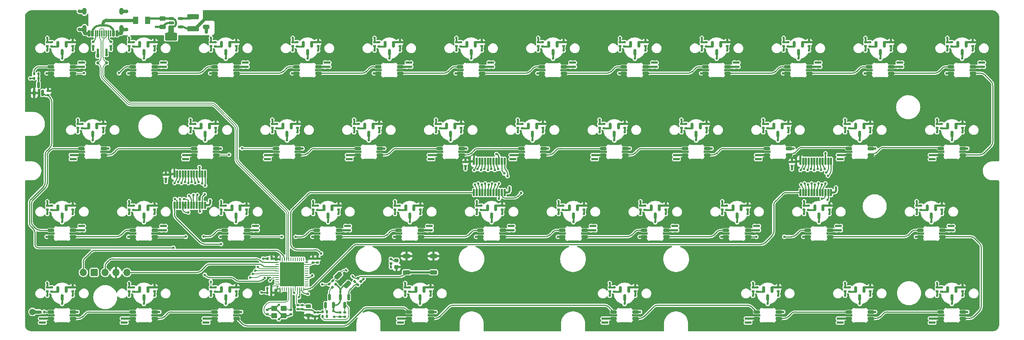
<source format=gbr>
%TF.GenerationSoftware,KiCad,Pcbnew,8.0.4*%
%TF.CreationDate,2024-09-22T03:38:46+02:00*%
%TF.ProjectId,feb42-rounded,66656234-322d-4726-9f75-6e6465642e6b,rev?*%
%TF.SameCoordinates,Original*%
%TF.FileFunction,Copper,L1,Top*%
%TF.FilePolarity,Positive*%
%FSLAX46Y46*%
G04 Gerber Fmt 4.6, Leading zero omitted, Abs format (unit mm)*
G04 Created by KiCad (PCBNEW 8.0.4) date 2024-09-22 03:38:46*
%MOMM*%
%LPD*%
G01*
G04 APERTURE LIST*
G04 Aperture macros list*
%AMRoundRect*
0 Rectangle with rounded corners*
0 $1 Rounding radius*
0 $2 $3 $4 $5 $6 $7 $8 $9 X,Y pos of 4 corners*
0 Add a 4 corners polygon primitive as box body*
4,1,4,$2,$3,$4,$5,$6,$7,$8,$9,$2,$3,0*
0 Add four circle primitives for the rounded corners*
1,1,$1+$1,$2,$3*
1,1,$1+$1,$4,$5*
1,1,$1+$1,$6,$7*
1,1,$1+$1,$8,$9*
0 Add four rect primitives between the rounded corners*
20,1,$1+$1,$2,$3,$4,$5,0*
20,1,$1+$1,$4,$5,$6,$7,0*
20,1,$1+$1,$6,$7,$8,$9,0*
20,1,$1+$1,$8,$9,$2,$3,0*%
G04 Aperture macros list end*
%TA.AperFunction,Conductor*%
%ADD10C,0.000000*%
%TD*%
%TA.AperFunction,SMDPad,CuDef*%
%ADD11RoundRect,0.135000X-0.185000X0.135000X-0.185000X-0.135000X0.185000X-0.135000X0.185000X0.135000X0*%
%TD*%
%TA.AperFunction,SMDPad,CuDef*%
%ADD12RoundRect,0.135000X0.185000X-0.135000X0.185000X0.135000X-0.185000X0.135000X-0.185000X-0.135000X0*%
%TD*%
%TA.AperFunction,SMDPad,CuDef*%
%ADD13RoundRect,0.140000X-0.170000X0.140000X-0.170000X-0.140000X0.170000X-0.140000X0.170000X0.140000X0*%
%TD*%
%TA.AperFunction,SMDPad,CuDef*%
%ADD14RoundRect,0.140000X0.170000X-0.140000X0.170000X0.140000X-0.170000X0.140000X-0.170000X-0.140000X0*%
%TD*%
%TA.AperFunction,SMDPad,CuDef*%
%ADD15RoundRect,0.200000X0.525000X0.200000X-0.525000X0.200000X-0.525000X-0.200000X0.525000X-0.200000X0*%
%TD*%
%TA.AperFunction,SMDPad,CuDef*%
%ADD16RoundRect,0.200000X-0.525000X-0.200000X0.525000X-0.200000X0.525000X0.200000X-0.525000X0.200000X0*%
%TD*%
%TA.AperFunction,SMDPad,CuDef*%
%ADD17RoundRect,0.135000X-0.035355X0.226274X-0.226274X0.035355X0.035355X-0.226274X0.226274X-0.035355X0*%
%TD*%
%TA.AperFunction,SMDPad,CuDef*%
%ADD18RoundRect,0.150000X-0.150000X0.587500X-0.150000X-0.587500X0.150000X-0.587500X0.150000X0.587500X0*%
%TD*%
%TA.AperFunction,SMDPad,CuDef*%
%ADD19RoundRect,0.250000X-0.689429X-0.229810X-0.229810X-0.689429X0.689429X0.229810X0.229810X0.689429X0*%
%TD*%
%TA.AperFunction,SMDPad,CuDef*%
%ADD20RoundRect,0.250000X-0.475000X0.250000X-0.475000X-0.250000X0.475000X-0.250000X0.475000X0.250000X0*%
%TD*%
%TA.AperFunction,SMDPad,CuDef*%
%ADD21RoundRect,0.150000X0.150000X0.575000X-0.150000X0.575000X-0.150000X-0.575000X0.150000X-0.575000X0*%
%TD*%
%TA.AperFunction,SMDPad,CuDef*%
%ADD22RoundRect,0.075000X0.075000X0.650000X-0.075000X0.650000X-0.075000X-0.650000X0.075000X-0.650000X0*%
%TD*%
%TA.AperFunction,ComponentPad*%
%ADD23O,1.000000X2.100000*%
%TD*%
%TA.AperFunction,ComponentPad*%
%ADD24O,1.000000X1.600000*%
%TD*%
%TA.AperFunction,SMDPad,CuDef*%
%ADD25RoundRect,0.112500X0.112500X-0.737500X0.112500X0.737500X-0.112500X0.737500X-0.112500X-0.737500X0*%
%TD*%
%TA.AperFunction,ComponentPad*%
%ADD26O,1.700000X1.700000*%
%TD*%
%TA.AperFunction,ComponentPad*%
%ADD27RoundRect,0.250000X0.600000X-0.600000X0.600000X0.600000X-0.600000X0.600000X-0.600000X-0.600000X0*%
%TD*%
%TA.AperFunction,SMDPad,CuDef*%
%ADD28RoundRect,0.250000X1.075000X-0.375000X1.075000X0.375000X-1.075000X0.375000X-1.075000X-0.375000X0*%
%TD*%
%TA.AperFunction,SMDPad,CuDef*%
%ADD29RoundRect,0.250000X-0.375000X-0.625000X0.375000X-0.625000X0.375000X0.625000X-0.375000X0.625000X0*%
%TD*%
%TA.AperFunction,SMDPad,CuDef*%
%ADD30RoundRect,0.140000X0.140000X0.170000X-0.140000X0.170000X-0.140000X-0.170000X0.140000X-0.170000X0*%
%TD*%
%TA.AperFunction,SMDPad,CuDef*%
%ADD31RoundRect,0.250000X-0.450000X-0.350000X0.450000X-0.350000X0.450000X0.350000X-0.450000X0.350000X0*%
%TD*%
%TA.AperFunction,SMDPad,CuDef*%
%ADD32RoundRect,0.218750X0.381250X-0.218750X0.381250X0.218750X-0.381250X0.218750X-0.381250X-0.218750X0*%
%TD*%
%TA.AperFunction,SMDPad,CuDef*%
%ADD33RoundRect,0.135000X0.135000X0.185000X-0.135000X0.185000X-0.135000X-0.185000X0.135000X-0.185000X0*%
%TD*%
%TA.AperFunction,SMDPad,CuDef*%
%ADD34RoundRect,0.175000X-0.175000X-0.325000X0.175000X-0.325000X0.175000X0.325000X-0.175000X0.325000X0*%
%TD*%
%TA.AperFunction,SMDPad,CuDef*%
%ADD35RoundRect,0.150000X-0.200000X-0.150000X0.200000X-0.150000X0.200000X0.150000X-0.200000X0.150000X0*%
%TD*%
%TA.AperFunction,SMDPad,CuDef*%
%ADD36RoundRect,0.135000X-0.135000X-0.185000X0.135000X-0.185000X0.135000X0.185000X-0.135000X0.185000X0*%
%TD*%
%TA.AperFunction,SMDPad,CuDef*%
%ADD37RoundRect,0.062500X0.062500X-0.375000X0.062500X0.375000X-0.062500X0.375000X-0.062500X-0.375000X0*%
%TD*%
%TA.AperFunction,SMDPad,CuDef*%
%ADD38RoundRect,0.062500X0.375000X-0.062500X0.375000X0.062500X-0.375000X0.062500X-0.375000X-0.062500X0*%
%TD*%
%TA.AperFunction,HeatsinkPad*%
%ADD39R,5.600000X5.600000*%
%TD*%
%TA.AperFunction,SMDPad,CuDef*%
%ADD40RoundRect,0.112500X-0.212132X0.053033X0.053033X-0.212132X0.212132X-0.053033X-0.053033X0.212132X0*%
%TD*%
%TA.AperFunction,SMDPad,CuDef*%
%ADD41RoundRect,0.250000X0.600000X0.250000X-0.600000X0.250000X-0.600000X-0.250000X0.600000X-0.250000X0*%
%TD*%
%TA.AperFunction,SMDPad,CuDef*%
%ADD42RoundRect,0.135000X0.226274X0.035355X0.035355X0.226274X-0.226274X-0.035355X-0.035355X-0.226274X0*%
%TD*%
%TA.AperFunction,SMDPad,CuDef*%
%ADD43RoundRect,0.135000X-0.226274X-0.035355X-0.035355X-0.226274X0.226274X0.035355X0.035355X0.226274X0*%
%TD*%
%TA.AperFunction,SMDPad,CuDef*%
%ADD44C,1.500000*%
%TD*%
%TA.AperFunction,SMDPad,CuDef*%
%ADD45RoundRect,0.218750X-0.256250X0.218750X-0.256250X-0.218750X0.256250X-0.218750X0.256250X0.218750X0*%
%TD*%
%TA.AperFunction,SMDPad,CuDef*%
%ADD46RoundRect,0.150000X0.150000X-0.587500X0.150000X0.587500X-0.150000X0.587500X-0.150000X-0.587500X0*%
%TD*%
%TA.AperFunction,SMDPad,CuDef*%
%ADD47RoundRect,0.150000X-0.512500X-0.150000X0.512500X-0.150000X0.512500X0.150000X-0.512500X0.150000X0*%
%TD*%
%TA.AperFunction,ViaPad*%
%ADD48C,0.600000*%
%TD*%
%TA.AperFunction,ViaPad*%
%ADD49C,0.800000*%
%TD*%
%TA.AperFunction,Conductor*%
%ADD50C,0.200000*%
%TD*%
%TA.AperFunction,Conductor*%
%ADD51C,0.300000*%
%TD*%
%TA.AperFunction,Conductor*%
%ADD52C,0.250000*%
%TD*%
%TA.AperFunction,Conductor*%
%ADD53C,0.350000*%
%TD*%
%TA.AperFunction,Conductor*%
%ADD54C,0.230000*%
%TD*%
%TA.AperFunction,Conductor*%
%ADD55C,0.500000*%
%TD*%
%TA.AperFunction,Conductor*%
%ADD56C,0.800000*%
%TD*%
%TA.AperFunction,Conductor*%
%ADD57C,0.400000*%
%TD*%
G04 APERTURE END LIST*
D10*
%TA.AperFunction,Conductor*%
%TO.N,+5V*%
G36*
X69750000Y-72650000D02*
G01*
X69750000Y-72650000D01*
G75*
G03*
X69950000Y-72850000I200000J0D01*
G01*
X70300000Y-72850000D01*
G75*
G02*
X70500000Y-73050000I0J-200000D01*
G01*
X70500000Y-74450000D01*
G75*
G02*
X70300000Y-74650000I-200000J0D01*
G01*
X69100000Y-74650000D01*
X67900000Y-74650000D01*
G75*
G02*
X67700000Y-74450000I0J200000D01*
G01*
X67700000Y-73050000D01*
G75*
G02*
X67900000Y-72850000I200000J0D01*
G01*
X68250000Y-72850000D01*
G75*
G03*
X68450000Y-72650000I0J200000D01*
G01*
X68450000Y-71425000D01*
X69100000Y-71425000D01*
X69750000Y-71425000D01*
X69750000Y-72650000D01*
G37*
%TD.AperFunction*%
%TA.AperFunction,Conductor*%
%TO.N,+3V3*%
G36*
X80451882Y-70450000D02*
G01*
X79250000Y-70450000D01*
X79249420Y-70387036D01*
X79210506Y-70267272D01*
X79136488Y-70165394D01*
X79034610Y-70091376D01*
X78914846Y-70052462D01*
X78851882Y-70050000D01*
X76520000Y-70050000D01*
X76520000Y-67600000D01*
X80451882Y-67600000D01*
X80451882Y-70450000D01*
G37*
%TD.AperFunction*%
%TD*%
D11*
%TO.P,R6,1*%
%TO.N,Net-(Q2-D)*%
X109500000Y-138030001D03*
%TO.P,R6,2*%
%TO.N,/NRST*%
X109500000Y-139050001D03*
%TD*%
D12*
%TO.P,R2,1*%
%TO.N,GND*%
X120290001Y-126572499D03*
%TO.P,R2,2*%
%TO.N,Net-(D1-K)*%
X120290001Y-125552499D03*
%TD*%
D13*
%TO.P,HECC30,1*%
%TO.N,SW30*%
X159337500Y-113107500D03*
%TO.P,HECC30,2*%
%TO.N,GND*%
X159337500Y-114067500D03*
%TD*%
D12*
%TO.P,HER5,1*%
%TO.N,Net-(HE5-OUT)*%
X117475000Y-75997500D03*
%TO.P,HER5,2*%
%TO.N,SW5*%
X117475000Y-74977500D03*
%TD*%
D13*
%TO.P,HECC39,1*%
%TO.N,SW39*%
X171243750Y-132157500D03*
%TO.P,HECC39,2*%
%TO.N,GND*%
X171243750Y-133117500D03*
%TD*%
%TO.P,LEDC10,1*%
%TO.N,GND*%
X219275000Y-79775000D03*
%TO.P,LEDC10,2*%
%TO.N,+5V*%
X219275000Y-80735000D03*
%TD*%
D14*
%TO.P,LEDC20,1*%
%TO.N,GND*%
X187262500Y-102285000D03*
%TO.P,LEDC20,2*%
%TO.N,+5V*%
X187262500Y-101325000D03*
%TD*%
D12*
%TO.P,HER9,1*%
%TO.N,Net-(HE9-OUT)*%
X193675000Y-75997500D03*
%TO.P,HER9,2*%
%TO.N,SW9*%
X193675000Y-74977500D03*
%TD*%
D13*
%TO.P,HECC22,1*%
%TO.N,SW22*%
X226012500Y-94057500D03*
%TO.P,HECC22,2*%
%TO.N,GND*%
X226012500Y-95017500D03*
%TD*%
%TO.P,HEC3,1*%
%TO.N,+3V3*%
X84275000Y-75007500D03*
%TO.P,HEC3,2*%
%TO.N,GND*%
X84275000Y-75967500D03*
%TD*%
D15*
%TO.P,LED14,1,VSS*%
%TO.N,unconnected-(LED14-VSS-Pad1)*%
X79662500Y-99805000D03*
%TO.P,LED14,2,DIN*%
%TO.N,Net-(LED14-DIN)*%
X79662500Y-101305000D03*
%TO.P,LED14,3,VDD*%
%TO.N,+5V*%
X74462500Y-101305000D03*
%TO.P,LED14,4,DOUT*%
%TO.N,Net-(LED13-DIN)*%
X74462500Y-99805000D03*
%TD*%
%TO.P,LED41,1,VSS*%
%TO.N,GND*%
X232062500Y-137905000D03*
%TO.P,LED41,2,DIN*%
%TO.N,Net-(LED41-DIN)*%
X232062500Y-139405000D03*
%TO.P,LED41,3,VDD*%
%TO.N,+5V*%
X226862500Y-139405000D03*
%TO.P,LED41,4,DOUT*%
%TO.N,Net-(LED40-DIN)*%
X226862500Y-137905000D03*
%TD*%
D13*
%TO.P,HEC35,1*%
%TO.N,+3V3*%
X46175000Y-132157500D03*
%TO.P,HEC35,2*%
%TO.N,GND*%
X46175000Y-133117500D03*
%TD*%
D14*
%TO.P,LEDC35,1*%
%TO.N,GND*%
X39625000Y-140385000D03*
%TO.P,LEDC35,2*%
%TO.N,+5V*%
X39625000Y-139425000D03*
%TD*%
D12*
%TO.P,HER27,1*%
%TO.N,Net-(HE27-OUT)*%
X103187500Y-114097500D03*
%TO.P,HER27,2*%
%TO.N,SW27*%
X103187500Y-113077500D03*
%TD*%
D14*
%TO.P,LEDC40,1*%
%TO.N,GND*%
X203931250Y-140385000D03*
%TO.P,LEDC40,2*%
%TO.N,+5V*%
X203931250Y-139425000D03*
%TD*%
D16*
%TO.P,LED4,1,VSS*%
%TO.N,GND*%
X98275000Y-82255000D03*
%TO.P,LED4,2,DIN*%
%TO.N,Net-(LED3-DOUT)*%
X98275000Y-80755000D03*
%TO.P,LED4,3,VDD*%
%TO.N,+5V*%
X103475000Y-80755000D03*
%TO.P,LED4,4,DOUT*%
%TO.N,Net-(LED4-DOUT)*%
X103475000Y-82255000D03*
%TD*%
%TO.P,LED31,1,VSS*%
%TO.N,GND*%
X179237500Y-120355000D03*
%TO.P,LED31,2,DIN*%
%TO.N,Net-(LED30-DOUT)*%
X179237500Y-118855000D03*
%TO.P,LED31,3,VDD*%
%TO.N,+5V*%
X184437500Y-118855000D03*
%TO.P,LED31,4,DOUT*%
%TO.N,Net-(LED31-DOUT)*%
X184437500Y-120355000D03*
%TD*%
D17*
%TO.P,R8,1*%
%TO.N,GND*%
X113297711Y-130827288D03*
%TO.P,R8,2*%
%TO.N,Net-(Q2-G)*%
X112576463Y-131548536D03*
%TD*%
D18*
%TO.P,HE27,1,VDD*%
%TO.N,+3V3*%
X106587500Y-113587500D03*
%TO.P,HE27,2,OUT*%
%TO.N,Net-(HE27-OUT)*%
X104687500Y-113587500D03*
%TO.P,HE27,3,GND*%
%TO.N,GND*%
X105637500Y-115462500D03*
%TD*%
D13*
%TO.P,HECC10,1*%
%TO.N,SW10*%
X211725000Y-75007500D03*
%TO.P,HECC10,2*%
%TO.N,GND*%
X211725000Y-75967500D03*
%TD*%
D18*
%TO.P,HE7,1,VDD*%
%TO.N,+3V3*%
X158975000Y-75487500D03*
%TO.P,HE7,2,OUT*%
%TO.N,Net-(HE7-OUT)*%
X157075000Y-75487500D03*
%TO.P,HE7,3,GND*%
%TO.N,GND*%
X158025000Y-77362500D03*
%TD*%
D11*
%TO.P,USBR1,1*%
%TO.N,Net-(USB1-CC2)*%
X50950000Y-74885001D03*
%TO.P,USBR1,2*%
%TO.N,GND*%
X50950000Y-75905001D03*
%TD*%
D18*
%TO.P,HE26,1,VDD*%
%TO.N,+3V3*%
X85156250Y-113587500D03*
%TO.P,HE26,2,OUT*%
%TO.N,Net-(HE26-OUT)*%
X83256250Y-113587500D03*
%TO.P,HE26,3,GND*%
%TO.N,GND*%
X84206250Y-115462500D03*
%TD*%
D14*
%TO.P,LEDC15,1*%
%TO.N,GND*%
X92012500Y-102285000D03*
%TO.P,LEDC15,2*%
%TO.N,+5V*%
X92012500Y-101325000D03*
%TD*%
D18*
%TO.P,HE40,1,VDD*%
%TO.N,+3V3*%
X208981250Y-132637500D03*
%TO.P,HE40,2,OUT*%
%TO.N,Net-(HE40-OUT)*%
X207081250Y-132637500D03*
%TO.P,HE40,3,GND*%
%TO.N,GND*%
X208031250Y-134512500D03*
%TD*%
%TO.P,HE29,1,VDD*%
%TO.N,+3V3*%
X144687500Y-113587500D03*
%TO.P,HE29,2,OUT*%
%TO.N,Net-(HE29-OUT)*%
X142787500Y-113587500D03*
%TO.P,HE29,3,GND*%
%TO.N,GND*%
X143737500Y-115462500D03*
%TD*%
%TO.P,HE42,1,VDD*%
%TO.N,+3V3*%
X251843750Y-132637500D03*
%TO.P,HE42,2,OUT*%
%TO.N,Net-(HE42-OUT)*%
X249943750Y-132637500D03*
%TO.P,HE42,3,GND*%
%TO.N,GND*%
X250893750Y-134512500D03*
%TD*%
D12*
%TO.P,HER19,1*%
%TO.N,Net-(HE19-OUT)*%
X169862500Y-95047500D03*
%TO.P,HER19,2*%
%TO.N,SW19*%
X169862500Y-94027500D03*
%TD*%
D13*
%TO.P,HECC7,1*%
%TO.N,SW7*%
X154575000Y-75007500D03*
%TO.P,HECC7,2*%
%TO.N,GND*%
X154575000Y-75967500D03*
%TD*%
D16*
%TO.P,LED11,1,VSS*%
%TO.N,GND*%
X231625000Y-82255000D03*
%TO.P,LED11,2,DIN*%
%TO.N,Net-(LED10-DOUT)*%
X231625000Y-80755000D03*
%TO.P,LED11,3,VDD*%
%TO.N,+5V*%
X236825000Y-80755000D03*
%TO.P,LED11,4,DOUT*%
%TO.N,Net-(LED11-DOUT)*%
X236825000Y-82255000D03*
%TD*%
%TO.P,LED29,1,VSS*%
%TO.N,GND*%
X141137500Y-120355000D03*
%TO.P,LED29,2,DIN*%
%TO.N,Net-(LED28-DOUT)*%
X141137500Y-118855000D03*
%TO.P,LED29,3,VDD*%
%TO.N,+5V*%
X146337500Y-118855000D03*
%TO.P,LED29,4,DOUT*%
%TO.N,Net-(LED29-DOUT)*%
X146337500Y-120355000D03*
%TD*%
D13*
%TO.P,MC13,1*%
%TO.N,+3.3VA*%
X98630000Y-136315000D03*
%TO.P,MC13,2*%
%TO.N,GND*%
X98630000Y-137275000D03*
%TD*%
D15*
%TO.P,LED39,1,VSS*%
%TO.N,GND*%
X177293750Y-137905000D03*
%TO.P,LED39,2,DIN*%
%TO.N,Net-(LED39-DIN)*%
X177293750Y-139405000D03*
%TO.P,LED39,3,VDD*%
%TO.N,+5V*%
X172093750Y-139405000D03*
%TO.P,LED39,4,DOUT*%
%TO.N,Net-(LED38-DIN)*%
X172093750Y-137905000D03*
%TD*%
D13*
%TO.P,HEC42,1*%
%TO.N,+3V3*%
X253343750Y-132157500D03*
%TO.P,HEC42,2*%
%TO.N,GND*%
X253343750Y-133117500D03*
%TD*%
D15*
%TO.P,LED22,1,VSS*%
%TO.N,GND*%
X232062500Y-99805000D03*
%TO.P,LED22,2,DIN*%
%TO.N,Net-(LED22-DIN)*%
X232062500Y-101305000D03*
%TO.P,LED22,3,VDD*%
%TO.N,+5V*%
X226862500Y-101305000D03*
%TO.P,LED22,4,DOUT*%
%TO.N,Net-(LED21-DIN)*%
X226862500Y-99805000D03*
%TD*%
D13*
%TO.P,LEDC28,1*%
%TO.N,GND*%
X128787500Y-117875000D03*
%TO.P,LEDC28,2*%
%TO.N,+5V*%
X128787500Y-118835000D03*
%TD*%
D18*
%TO.P,HE18,1,VDD*%
%TO.N,+3V3*%
X154212500Y-94537500D03*
%TO.P,HE18,2,OUT*%
%TO.N,Net-(HE18-OUT)*%
X152312500Y-94537500D03*
%TO.P,HE18,3,GND*%
%TO.N,GND*%
X153262500Y-96412500D03*
%TD*%
D13*
%TO.P,LEDC5,1*%
%TO.N,GND*%
X124025000Y-79775000D03*
%TO.P,LEDC5,2*%
%TO.N,+5V*%
X124025000Y-80735000D03*
%TD*%
%TO.P,HEC24,1*%
%TO.N,+3V3*%
X46175000Y-113107500D03*
%TO.P,HEC24,2*%
%TO.N,GND*%
X46175000Y-114067500D03*
%TD*%
%TO.P,HEC14,1*%
%TO.N,+3V3*%
X79512500Y-94057500D03*
%TO.P,HEC14,2*%
%TO.N,GND*%
X79512500Y-95017500D03*
%TD*%
D18*
%TO.P,HE34,1,VDD*%
%TO.N,+3V3*%
X247081250Y-113587500D03*
%TO.P,HE34,2,OUT*%
%TO.N,Net-(HE34-OUT)*%
X245181250Y-113587500D03*
%TO.P,HE34,3,GND*%
%TO.N,GND*%
X246131250Y-115462500D03*
%TD*%
D13*
%TO.P,MC8,1*%
%TO.N,+3V3*%
X103175000Y-125465000D03*
%TO.P,MC8,2*%
%TO.N,GND*%
X103175000Y-126425000D03*
%TD*%
D19*
%TO.P,BRC3,1*%
%TO.N,/BOOT*%
X108014034Y-129414034D03*
%TO.P,BRC3,2*%
%TO.N,GND*%
X110100000Y-131500000D03*
%TD*%
D12*
%TO.P,HER16,1*%
%TO.N,Net-(HE16-OUT)*%
X112712500Y-95047500D03*
%TO.P,HER16,2*%
%TO.N,SW16*%
X112712500Y-94027500D03*
%TD*%
D20*
%TO.P,PWRC1,1*%
%TO.N,+5V*%
X67150000Y-69550000D03*
%TO.P,PWRC1,2*%
%TO.N,GND*%
X67150000Y-71450000D03*
%TD*%
D13*
%TO.P,HECC31,1*%
%TO.N,SW31*%
X178387500Y-113107500D03*
%TO.P,HECC31,2*%
%TO.N,GND*%
X178387500Y-114067500D03*
%TD*%
D21*
%TO.P,USB1,A1,GND*%
%TO.N,GND*%
X56500000Y-72945000D03*
%TO.P,USB1,A4,VBUS*%
%TO.N,VBUS*%
X55700000Y-72945000D03*
D22*
%TO.P,USB1,A5,CC1*%
%TO.N,Net-(USB1-CC1)*%
X54500000Y-72945000D03*
%TO.P,USB1,A6,D+*%
%TO.N,/USB_D+*%
X53500000Y-72945000D03*
%TO.P,USB1,A7,D-*%
%TO.N,/USB_D-*%
X53000000Y-72945000D03*
%TO.P,USB1,A8,SBU1*%
%TO.N,unconnected-(USB1-SBU1-PadA8)*%
X52000000Y-72945000D03*
D21*
%TO.P,USB1,A9,VBUS*%
%TO.N,VBUS*%
X50800000Y-72945000D03*
%TO.P,USB1,A12,GND*%
%TO.N,GND*%
X50000000Y-72945000D03*
%TO.P,USB1,B1,GND*%
X50000000Y-72945000D03*
%TO.P,USB1,B4,VBUS*%
%TO.N,VBUS*%
X50800000Y-72945000D03*
D22*
%TO.P,USB1,B5,CC2*%
%TO.N,Net-(USB1-CC2)*%
X51500000Y-72945000D03*
%TO.P,USB1,B6,D+*%
%TO.N,/USB_D+*%
X52500000Y-72945000D03*
%TO.P,USB1,B7,D-*%
%TO.N,/USB_D-*%
X54000000Y-72945000D03*
%TO.P,USB1,B8,SBU2*%
%TO.N,unconnected-(USB1-SBU2-PadB8)*%
X55000000Y-72945000D03*
D21*
%TO.P,USB1,B9,VBUS*%
%TO.N,VBUS*%
X55700000Y-72945000D03*
%TO.P,USB1,B12,GND*%
%TO.N,GND*%
X56500000Y-72945000D03*
D23*
%TO.P,USB1,S1,SHIELD*%
X57570000Y-72030000D03*
D24*
X57570000Y-67850000D03*
D23*
X48930000Y-72030000D03*
D24*
X48930000Y-67850000D03*
%TD*%
D14*
%TO.P,LEDC14,1*%
%TO.N,GND*%
X72962500Y-102285000D03*
%TO.P,LEDC14,2*%
%TO.N,+5V*%
X72962500Y-101325000D03*
%TD*%
D25*
%TO.P,MP1,1,COM*%
%TO.N,SW_COM1*%
X69875000Y-113050000D03*
%TO.P,MP1,2,I7*%
%TO.N,SW25*%
X70525000Y-113050000D03*
%TO.P,MP1,3,I6*%
%TO.N,SW24*%
X71175000Y-113050000D03*
%TO.P,MP1,4,I5*%
%TO.N,GND*%
X71825000Y-113050000D03*
%TO.P,MP1,5,I4*%
X72475000Y-113050000D03*
%TO.P,MP1,6,I3*%
%TO.N,SW35*%
X73125000Y-113050000D03*
%TO.P,MP1,7,I2*%
%TO.N,SW36*%
X73775000Y-113050000D03*
%TO.P,MP1,8,I1*%
%TO.N,SW37*%
X74425000Y-113050000D03*
%TO.P,MP1,9,I0*%
%TO.N,SW26*%
X75075000Y-113050000D03*
%TO.P,MP1,10,S0*%
%TO.N,SEL1*%
X75725000Y-113050000D03*
%TO.P,MP1,11,S1*%
%TO.N,SEL2*%
X76375000Y-113050000D03*
%TO.P,MP1,12,GND*%
%TO.N,GND*%
X77025000Y-113050000D03*
%TO.P,MP1,13,S3*%
%TO.N,SEL4*%
X77025000Y-105750000D03*
%TO.P,MP1,14,S2*%
%TO.N,SEL3*%
X76375000Y-105750000D03*
%TO.P,MP1,15,~{E}*%
%TO.N,GND*%
X75725000Y-105750000D03*
%TO.P,MP1,16,I15*%
%TO.N,SW15*%
X75075000Y-105750000D03*
%TO.P,MP1,17,I14*%
%TO.N,SW4*%
X74425000Y-105750000D03*
%TO.P,MP1,18,I13*%
%TO.N,SW3*%
X73775000Y-105750000D03*
%TO.P,MP1,19,I12*%
%TO.N,SW14*%
X73125000Y-105750000D03*
%TO.P,MP1,20,I11*%
%TO.N,SW2*%
X72475000Y-105750000D03*
%TO.P,MP1,21,I10*%
%TO.N,GND*%
X71825000Y-105750000D03*
%TO.P,MP1,22,I9*%
%TO.N,SW1*%
X71175000Y-105750000D03*
%TO.P,MP1,23,I8*%
%TO.N,SW13*%
X70525000Y-105750000D03*
%TO.P,MP1,24,VCC*%
%TO.N,+3V3*%
X69875000Y-105750000D03*
%TD*%
D17*
%TO.P,R7,1*%
%TO.N,Net-(BRD2-A)*%
X112548179Y-130056541D03*
%TO.P,R7,2*%
%TO.N,Net-(Q2-G)*%
X111826931Y-130777789D03*
%TD*%
D12*
%TO.P,HER14,1*%
%TO.N,Net-(HE14-OUT)*%
X74612500Y-95047500D03*
%TO.P,HER14,2*%
%TO.N,SW14*%
X74612500Y-94027500D03*
%TD*%
%TO.P,HER17,1*%
%TO.N,Net-(HE17-OUT)*%
X131762500Y-95047500D03*
%TO.P,HER17,2*%
%TO.N,SW17*%
X131762500Y-94027500D03*
%TD*%
D13*
%TO.P,HEC29,1*%
%TO.N,+3V3*%
X146187500Y-113107500D03*
%TO.P,HEC29,2*%
%TO.N,GND*%
X146187500Y-114067500D03*
%TD*%
%TO.P,HECC20,1*%
%TO.N,SW20*%
X187912500Y-94057500D03*
%TO.P,HECC20,2*%
%TO.N,GND*%
X187912500Y-95017500D03*
%TD*%
D14*
%TO.P,LEDC19,1*%
%TO.N,GND*%
X168212499Y-102285000D03*
%TO.P,LEDC19,2*%
%TO.N,+5V*%
X168212499Y-101325000D03*
%TD*%
D13*
%TO.P,HEC21,1*%
%TO.N,+3V3*%
X212862500Y-94057500D03*
%TO.P,HEC21,2*%
%TO.N,GND*%
X212862500Y-95017500D03*
%TD*%
%TO.P,HECC28,1*%
%TO.N,SW28*%
X121237500Y-113107500D03*
%TO.P,HECC28,2*%
%TO.N,GND*%
X121237500Y-114067500D03*
%TD*%
%TO.P,HEC20,1*%
%TO.N,+3V3*%
X193812500Y-94057500D03*
%TO.P,HEC20,2*%
%TO.N,GND*%
X193812500Y-95017500D03*
%TD*%
%TO.P,CR_C4,1*%
%TO.N,GND*%
X91525000Y-137445000D03*
%TO.P,CR_C4,2*%
%TO.N,/CR_IN*%
X91525000Y-138405000D03*
%TD*%
D16*
%TO.P,LED3,1,VSS*%
%TO.N,GND*%
X79225000Y-82255000D03*
%TO.P,LED3,2,DIN*%
%TO.N,Net-(LED2-DOUT)*%
X79225000Y-80755000D03*
%TO.P,LED3,3,VDD*%
%TO.N,+5V*%
X84425000Y-80755000D03*
%TO.P,LED3,4,DOUT*%
%TO.N,Net-(LED3-DOUT)*%
X84425000Y-82255000D03*
%TD*%
D26*
%TO.P,J1,1,Pin_1*%
%TO.N,/SWDIO*%
X48670001Y-128700000D03*
D27*
%TO.P,J1,2,Pin_2*%
%TO.N,GND*%
X51210001Y-128700000D03*
D26*
%TO.P,J1,3,Pin_3*%
%TO.N,/SWCLK*%
X53750001Y-128700000D03*
%TO.P,J1,4,Pin_4*%
%TO.N,+3V3*%
X56290001Y-128700000D03*
%TO.P,J1,5,Pin_5*%
%TO.N,/SWO*%
X58830001Y-128700000D03*
%TD*%
D13*
%TO.P,LEDC8,1*%
%TO.N,GND*%
X181175000Y-79775000D03*
%TO.P,LEDC8,2*%
%TO.N,+5V*%
X181175000Y-80735000D03*
%TD*%
D12*
%TO.P,HER24,1*%
%TO.N,Net-(HE24-OUT)*%
X41274999Y-114097500D03*
%TO.P,HER24,2*%
%TO.N,SW24*%
X41274999Y-113077500D03*
%TD*%
D16*
%TO.P,LED26,1,VSS*%
%TO.N,GND*%
X81606250Y-120355000D03*
%TO.P,LED26,2,DIN*%
%TO.N,Net-(LED25-DOUT)*%
X81606250Y-118855000D03*
%TO.P,LED26,3,VDD*%
%TO.N,+5V*%
X86806250Y-118855000D03*
%TO.P,LED26,4,DOUT*%
%TO.N,Net-(LED26-DOUT)*%
X86806250Y-120355000D03*
%TD*%
D12*
%TO.P,LMR1,1*%
%TO.N,RGB_DATA*%
X40440000Y-87400000D03*
%TO.P,LMR1,2*%
%TO.N,+3V3*%
X40440000Y-86380000D03*
%TD*%
D28*
%TO.P,PWRL1,1,1*%
%TO.N,+3V3*%
X74250000Y-71900000D03*
%TO.P,PWRL1,2,2*%
%TO.N,Net-(SD1-SW)*%
X74250000Y-69100000D03*
%TD*%
D12*
%TO.P,HER10,1*%
%TO.N,Net-(HE10-OUT)*%
X212725000Y-75997500D03*
%TO.P,HER10,2*%
%TO.N,SW10*%
X212725000Y-74977500D03*
%TD*%
D13*
%TO.P,LEDC25,1*%
%TO.N,GND*%
X66875000Y-117875000D03*
%TO.P,LEDC25,2*%
%TO.N,+5V*%
X66875000Y-118835000D03*
%TD*%
%TO.P,HEC28,1*%
%TO.N,+3V3*%
X127137500Y-113107500D03*
%TO.P,HEC28,2*%
%TO.N,GND*%
X127137500Y-114067500D03*
%TD*%
D14*
%TO.P,LEDC41,1*%
%TO.N,GND*%
X225362500Y-140385000D03*
%TO.P,LEDC41,2*%
%TO.N,+5V*%
X225362500Y-139425000D03*
%TD*%
D18*
%TO.P,HE39,1,VDD*%
%TO.N,+3V3*%
X175643750Y-132637500D03*
%TO.P,HE39,2,OUT*%
%TO.N,Net-(HE39-OUT)*%
X173743750Y-132637500D03*
%TO.P,HE39,3,GND*%
%TO.N,GND*%
X174693750Y-134512500D03*
%TD*%
D13*
%TO.P,HEC22,1*%
%TO.N,+3V3*%
X231912500Y-94057500D03*
%TO.P,HEC22,2*%
%TO.N,GND*%
X231912500Y-95017500D03*
%TD*%
D29*
%TO.P,PWRF1,1*%
%TO.N,VBUS*%
X60850000Y-69900000D03*
%TO.P,PWRF1,2*%
%TO.N,+5V*%
X63650000Y-69900000D03*
%TD*%
D16*
%TO.P,LED27,1,VSS*%
%TO.N,GND*%
X103037500Y-120355000D03*
%TO.P,LED27,2,DIN*%
%TO.N,Net-(LED26-DOUT)*%
X103037500Y-118855000D03*
%TO.P,LED27,3,VDD*%
%TO.N,+5V*%
X108237500Y-118855000D03*
%TO.P,LED27,4,DOUT*%
%TO.N,Net-(LED27-DOUT)*%
X108237500Y-120355000D03*
%TD*%
D25*
%TO.P,MP2,1,COM*%
%TO.N,SW_COM2*%
X139625000Y-110050000D03*
%TO.P,MP2,2,I7*%
%TO.N,GND*%
X140275000Y-110050000D03*
%TO.P,MP2,3,I6*%
X140925000Y-110050000D03*
%TO.P,MP2,4,I5*%
%TO.N,SW27*%
X141575000Y-110050000D03*
%TO.P,MP2,5,I4*%
%TO.N,SW28*%
X142225000Y-110050000D03*
%TO.P,MP2,6,I3*%
%TO.N,SW29*%
X142875000Y-110050000D03*
%TO.P,MP2,7,I2*%
%TO.N,SW38*%
X143525000Y-110050000D03*
%TO.P,MP2,8,I1*%
%TO.N,SW39*%
X144175000Y-110050000D03*
%TO.P,MP2,9,I0*%
%TO.N,SW30*%
X144825000Y-110050000D03*
%TO.P,MP2,10,S0*%
%TO.N,SEL1*%
X145475000Y-110050000D03*
%TO.P,MP2,11,S1*%
%TO.N,SEL2*%
X146125000Y-110050000D03*
%TO.P,MP2,12,GND*%
%TO.N,GND*%
X146775000Y-110050000D03*
%TO.P,MP2,13,S3*%
%TO.N,SEL4*%
X146775000Y-102750000D03*
%TO.P,MP2,14,S2*%
%TO.N,SEL3*%
X146125000Y-102750000D03*
%TO.P,MP2,15,~{E}*%
%TO.N,GND*%
X145475000Y-102750000D03*
%TO.P,MP2,16,I15*%
%TO.N,SW8*%
X144825000Y-102750000D03*
%TO.P,MP2,17,I14*%
%TO.N,SW19*%
X144175000Y-102750000D03*
%TO.P,MP2,18,I13*%
%TO.N,SW18*%
X143525000Y-102750000D03*
%TO.P,MP2,19,I12*%
%TO.N,SW7*%
X142875000Y-102750000D03*
%TO.P,MP2,20,I11*%
%TO.N,SW6*%
X142225000Y-102750000D03*
%TO.P,MP2,21,I10*%
%TO.N,SW5*%
X141575000Y-102750000D03*
%TO.P,MP2,22,I9*%
%TO.N,SW16*%
X140925000Y-102750000D03*
%TO.P,MP2,23,I8*%
%TO.N,SW17*%
X140275000Y-102750000D03*
%TO.P,MP2,24,VCC*%
%TO.N,+3V3*%
X139625000Y-102750000D03*
%TD*%
D12*
%TO.P,HER31,1*%
%TO.N,Net-(HE31-OUT)*%
X179387500Y-114097500D03*
%TO.P,HER31,2*%
%TO.N,SW31*%
X179387500Y-113077500D03*
%TD*%
D16*
%TO.P,LED33,1,VSS*%
%TO.N,GND*%
X217337500Y-120355000D03*
%TO.P,LED33,2,DIN*%
%TO.N,Net-(LED32-DOUT)*%
X217337500Y-118855000D03*
%TO.P,LED33,3,VDD*%
%TO.N,+5V*%
X222537500Y-118855000D03*
%TO.P,LED33,4,DOUT*%
%TO.N,Net-(LED33-DOUT)*%
X222537500Y-120355000D03*
%TD*%
D13*
%TO.P,HEC41,1*%
%TO.N,+3V3*%
X231912500Y-132157500D03*
%TO.P,HEC41,2*%
%TO.N,GND*%
X231912500Y-133117500D03*
%TD*%
D16*
%TO.P,LED5,1,VSS*%
%TO.N,GND*%
X117325000Y-82255000D03*
%TO.P,LED5,2,DIN*%
%TO.N,Net-(LED4-DOUT)*%
X117325000Y-80755000D03*
%TO.P,LED5,3,VDD*%
%TO.N,+5V*%
X122525000Y-80755000D03*
%TO.P,LED5,4,DOUT*%
%TO.N,Net-(LED5-DOUT)*%
X122525000Y-82255000D03*
%TD*%
D30*
%TO.P,MC11,1*%
%TO.N,+3V3*%
X92420000Y-132425000D03*
%TO.P,MC11,2*%
%TO.N,GND*%
X91460000Y-132425000D03*
%TD*%
D18*
%TO.P,HE19,1,VDD*%
%TO.N,+3V3*%
X173262500Y-94537500D03*
%TO.P,HE19,2,OUT*%
%TO.N,Net-(HE19-OUT)*%
X171362500Y-94537500D03*
%TO.P,HE19,3,GND*%
%TO.N,GND*%
X172312500Y-96412500D03*
%TD*%
D13*
%TO.P,HECC17,1*%
%TO.N,SW17*%
X130762500Y-94057500D03*
%TO.P,HECC17,2*%
%TO.N,GND*%
X130762500Y-95017500D03*
%TD*%
%TO.P,HEC33,1*%
%TO.N,+3V3*%
X222387500Y-113107500D03*
%TO.P,HEC33,2*%
%TO.N,GND*%
X222387500Y-114067500D03*
%TD*%
%TO.P,HECC37,1*%
%TO.N,SW37*%
X78375000Y-132157500D03*
%TO.P,HECC37,2*%
%TO.N,GND*%
X78375000Y-133117500D03*
%TD*%
%TO.P,HECC32,1*%
%TO.N,SW32*%
X197437500Y-113107500D03*
%TO.P,HECC32,2*%
%TO.N,GND*%
X197437500Y-114067500D03*
%TD*%
%TO.P,HEC19,1*%
%TO.N,+3V3*%
X174762500Y-94057500D03*
%TO.P,HEC19,2*%
%TO.N,GND*%
X174762500Y-95017500D03*
%TD*%
D12*
%TO.P,HER37,1*%
%TO.N,Net-(HE37-OUT)*%
X79375000Y-133147500D03*
%TO.P,HER37,2*%
%TO.N,SW37*%
X79375000Y-132127500D03*
%TD*%
%TO.P,HER21,1*%
%TO.N,Net-(HE21-OUT)*%
X207962500Y-95047500D03*
%TO.P,HER21,2*%
%TO.N,SW21*%
X207962500Y-94027500D03*
%TD*%
D13*
%TO.P,MC14,1*%
%TO.N,+3.3VA*%
X99650000Y-136315000D03*
%TO.P,MC14,2*%
%TO.N,GND*%
X99650000Y-137275000D03*
%TD*%
%TO.P,HECC15,1*%
%TO.N,SW15*%
X92662500Y-94057500D03*
%TO.P,HECC15,2*%
%TO.N,GND*%
X92662500Y-95017500D03*
%TD*%
%TO.P,MPC3,1*%
%TO.N,+3V3*%
X213650000Y-102920000D03*
%TO.P,MPC3,2*%
%TO.N,GND*%
X213650000Y-103880000D03*
%TD*%
D31*
%TO.P,CR2,1,1*%
%TO.N,/CR_IN*%
X93125000Y-138775000D03*
%TO.P,CR2,2,2*%
%TO.N,GND*%
X95325000Y-138775000D03*
%TO.P,CR2,3,3*%
%TO.N,/CR_OUT*%
X95325000Y-137075000D03*
%TO.P,CR2,4,4*%
%TO.N,GND*%
X93125000Y-137075000D03*
%TD*%
D15*
%TO.P,LED37,1,VSS*%
%TO.N,GND*%
X84425000Y-137905000D03*
%TO.P,LED37,2,DIN*%
%TO.N,Net-(LED37-DIN)*%
X84425000Y-139405000D03*
%TO.P,LED37,3,VDD*%
%TO.N,+5V*%
X79225000Y-139405000D03*
%TO.P,LED37,4,DOUT*%
%TO.N,Net-(LED36-DIN)*%
X79225000Y-137905000D03*
%TD*%
D13*
%TO.P,HEC13,1*%
%TO.N,+3V3*%
X53318750Y-94057500D03*
%TO.P,HEC13,2*%
%TO.N,GND*%
X53318750Y-95017500D03*
%TD*%
%TO.P,HEC27,1*%
%TO.N,+3V3*%
X108087500Y-113107500D03*
%TO.P,HEC27,2*%
%TO.N,GND*%
X108087500Y-114067500D03*
%TD*%
D15*
%TO.P,LED20,1,VSS*%
%TO.N,GND*%
X193962500Y-99805000D03*
%TO.P,LED20,2,DIN*%
%TO.N,Net-(LED20-DIN)*%
X193962500Y-101305000D03*
%TO.P,LED20,3,VDD*%
%TO.N,+5V*%
X188762500Y-101305000D03*
%TO.P,LED20,4,DOUT*%
%TO.N,Net-(LED19-DIN)*%
X188762500Y-99805000D03*
%TD*%
D13*
%TO.P,HECC1,1*%
%TO.N,SW1*%
X40274999Y-75007500D03*
%TO.P,HECC1,2*%
%TO.N,GND*%
X40274999Y-75967500D03*
%TD*%
D15*
%TO.P,LED13,1,VSS*%
%TO.N,GND*%
X53468750Y-99805000D03*
%TO.P,LED13,2,DIN*%
%TO.N,Net-(LED13-DIN)*%
X53468750Y-101305000D03*
%TO.P,LED13,3,VDD*%
%TO.N,+5V*%
X48268750Y-101305000D03*
%TO.P,LED13,4,DOUT*%
%TO.N,Net-(LED13-DOUT)*%
X48268750Y-99805000D03*
%TD*%
D18*
%TO.P,HE28,1,VDD*%
%TO.N,+3V3*%
X125637500Y-113587500D03*
%TO.P,HE28,2,OUT*%
%TO.N,Net-(HE28-OUT)*%
X123737500Y-113587500D03*
%TO.P,HE28,3,GND*%
%TO.N,GND*%
X124687500Y-115462500D03*
%TD*%
D13*
%TO.P,HEC2,1*%
%TO.N,+3V3*%
X65225000Y-75007500D03*
%TO.P,HEC2,2*%
%TO.N,GND*%
X65225000Y-75967500D03*
%TD*%
%TO.P,HECC33,1*%
%TO.N,SW33*%
X216487500Y-113107500D03*
%TO.P,HECC33,2*%
%TO.N,GND*%
X216487500Y-114067500D03*
%TD*%
D14*
%TO.P,LEDC36,1*%
%TO.N,GND*%
X58675000Y-140385000D03*
%TO.P,LEDC36,2*%
%TO.N,+5V*%
X58675000Y-139425000D03*
%TD*%
D13*
%TO.P,LEDC1,1*%
%TO.N,GND*%
X47825000Y-79775000D03*
%TO.P,LEDC1,2*%
%TO.N,+5V*%
X47825000Y-80735000D03*
%TD*%
D18*
%TO.P,HE13,1,VDD*%
%TO.N,+3V3*%
X51818750Y-94537500D03*
%TO.P,HE13,2,OUT*%
%TO.N,Net-(HE13-OUT)*%
X49918750Y-94537500D03*
%TO.P,HE13,3,GND*%
%TO.N,GND*%
X50868750Y-96412500D03*
%TD*%
D13*
%TO.P,LEDC33,1*%
%TO.N,GND*%
X224037500Y-117875000D03*
%TO.P,LEDC33,2*%
%TO.N,+5V*%
X224037500Y-118835000D03*
%TD*%
D15*
%TO.P,LED38,1,VSS*%
%TO.N,GND*%
X129668750Y-137905000D03*
%TO.P,LED38,2,DIN*%
%TO.N,Net-(LED38-DIN)*%
X129668750Y-139405000D03*
%TO.P,LED38,3,VDD*%
%TO.N,+5V*%
X124468750Y-139405000D03*
%TO.P,LED38,4,DOUT*%
%TO.N,Net-(LED37-DIN)*%
X124468750Y-137905000D03*
%TD*%
D18*
%TO.P,HE5,1,VDD*%
%TO.N,+3V3*%
X120875000Y-75487500D03*
%TO.P,HE5,2,OUT*%
%TO.N,Net-(HE5-OUT)*%
X118975000Y-75487500D03*
%TO.P,HE5,3,GND*%
%TO.N,GND*%
X119925000Y-77362500D03*
%TD*%
D13*
%TO.P,LEDC24,1*%
%TO.N,GND*%
X47825000Y-117875000D03*
%TO.P,LEDC24,2*%
%TO.N,+5V*%
X47825000Y-118835000D03*
%TD*%
D12*
%TO.P,HER30,1*%
%TO.N,Net-(HE30-OUT)*%
X160337500Y-114097500D03*
%TO.P,HER30,2*%
%TO.N,SW30*%
X160337500Y-113077500D03*
%TD*%
D18*
%TO.P,HE4,1,VDD*%
%TO.N,+3V3*%
X101825000Y-75487500D03*
%TO.P,HE4,2,OUT*%
%TO.N,Net-(HE4-OUT)*%
X99925000Y-75487500D03*
%TO.P,HE4,3,GND*%
%TO.N,GND*%
X100875000Y-77362500D03*
%TD*%
%TO.P,HE35,1,VDD*%
%TO.N,+3V3*%
X44675000Y-132637500D03*
%TO.P,HE35,2,OUT*%
%TO.N,Net-(HE35-OUT)*%
X42775000Y-132637500D03*
%TO.P,HE35,3,GND*%
%TO.N,GND*%
X43725000Y-134512500D03*
%TD*%
D12*
%TO.P,HER40,1*%
%TO.N,Net-(HE40-OUT)*%
X205581250Y-133147500D03*
%TO.P,HER40,2*%
%TO.N,SW40*%
X205581250Y-132127500D03*
%TD*%
D13*
%TO.P,LEDC4,1*%
%TO.N,GND*%
X104975000Y-79775000D03*
%TO.P,LEDC4,2*%
%TO.N,+5V*%
X104975000Y-80735000D03*
%TD*%
D32*
%TO.P,MFB2,1*%
%TO.N,+3V3*%
X101105000Y-138697500D03*
%TO.P,MFB2,2*%
%TO.N,+3.3VA*%
X101105000Y-136572500D03*
%TD*%
D13*
%TO.P,HECC29,1*%
%TO.N,SW29*%
X140287500Y-113107500D03*
%TO.P,HECC29,2*%
%TO.N,GND*%
X140287500Y-114067500D03*
%TD*%
D18*
%TO.P,HE3,1,VDD*%
%TO.N,+3V3*%
X82775000Y-75487500D03*
%TO.P,HE3,2,OUT*%
%TO.N,Net-(HE3-OUT)*%
X80875000Y-75487500D03*
%TO.P,HE3,3,GND*%
%TO.N,GND*%
X81825000Y-77362500D03*
%TD*%
D33*
%TO.P,LMR2,1*%
%TO.N,Net-(LM1-D)*%
X38210001Y-83447500D03*
%TO.P,LMR2,2*%
%TO.N,+5V*%
X37190001Y-83447500D03*
%TD*%
D12*
%TO.P,HER15,1*%
%TO.N,Net-(HE15-OUT)*%
X93662500Y-95047500D03*
%TO.P,HER15,2*%
%TO.N,SW15*%
X93662500Y-94027500D03*
%TD*%
D13*
%TO.P,HECC12,1*%
%TO.N,SW12*%
X249825000Y-75007500D03*
%TO.P,HECC12,2*%
%TO.N,GND*%
X249825000Y-75967500D03*
%TD*%
D18*
%TO.P,HE38,1,VDD*%
%TO.N,+3V3*%
X128018750Y-132637500D03*
%TO.P,HE38,2,OUT*%
%TO.N,Net-(HE38-OUT)*%
X126118750Y-132637500D03*
%TO.P,HE38,3,GND*%
%TO.N,GND*%
X127068750Y-134512500D03*
%TD*%
D13*
%TO.P,HEC30,1*%
%TO.N,+3V3*%
X165237500Y-113107500D03*
%TO.P,HEC30,2*%
%TO.N,GND*%
X165237500Y-114067500D03*
%TD*%
D12*
%TO.P,HER28,1*%
%TO.N,Net-(HE28-OUT)*%
X122237500Y-114097500D03*
%TO.P,HER28,2*%
%TO.N,SW28*%
X122237500Y-113077500D03*
%TD*%
%TO.P,HER32,1*%
%TO.N,Net-(HE32-OUT)*%
X198437500Y-114097500D03*
%TO.P,HER32,2*%
%TO.N,SW32*%
X198437500Y-113077500D03*
%TD*%
D13*
%TO.P,HEC1,1*%
%TO.N,+3V3*%
X46175000Y-75007500D03*
%TO.P,HEC1,2*%
%TO.N,GND*%
X46175000Y-75967500D03*
%TD*%
D15*
%TO.P,LED18,1,VSS*%
%TO.N,GND*%
X155862500Y-99805000D03*
%TO.P,LED18,2,DIN*%
%TO.N,Net-(LED18-DIN)*%
X155862500Y-101305000D03*
%TO.P,LED18,3,VDD*%
%TO.N,+5V*%
X150662500Y-101305000D03*
%TO.P,LED18,4,DOUT*%
%TO.N,Net-(LED17-DIN)*%
X150662500Y-99805000D03*
%TD*%
D12*
%TO.P,HER36,1*%
%TO.N,Net-(HE36-OUT)*%
X60325000Y-133147500D03*
%TO.P,HER36,2*%
%TO.N,SW36*%
X60325000Y-132127500D03*
%TD*%
D14*
%TO.P,LEDC17,1*%
%TO.N,GND*%
X130112500Y-102285000D03*
%TO.P,LEDC17,2*%
%TO.N,+5V*%
X130112500Y-101325000D03*
%TD*%
D15*
%TO.P,LED15,1,VSS*%
%TO.N,unconnected-(LED15-VSS-Pad1)*%
X98712500Y-99805000D03*
%TO.P,LED15,2,DIN*%
%TO.N,Net-(LED15-DIN)*%
X98712500Y-101305000D03*
%TO.P,LED15,3,VDD*%
%TO.N,+5V*%
X93512500Y-101305000D03*
%TO.P,LED15,4,DOUT*%
%TO.N,Net-(LED14-DIN)*%
X93512500Y-99805000D03*
%TD*%
D13*
%TO.P,HECC6,1*%
%TO.N,SW6*%
X135525000Y-75007500D03*
%TO.P,HECC6,2*%
%TO.N,GND*%
X135525000Y-75967500D03*
%TD*%
D18*
%TO.P,HE30,1,VDD*%
%TO.N,+3V3*%
X163737500Y-113587500D03*
%TO.P,HE30,2,OUT*%
%TO.N,Net-(HE30-OUT)*%
X161837500Y-113587500D03*
%TO.P,HE30,3,GND*%
%TO.N,GND*%
X162787500Y-115462500D03*
%TD*%
D13*
%TO.P,HEC10,1*%
%TO.N,+3V3*%
X217625000Y-75007500D03*
%TO.P,HEC10,2*%
%TO.N,GND*%
X217625000Y-75967500D03*
%TD*%
D18*
%TO.P,HE1,1,VDD*%
%TO.N,+3V3*%
X44675000Y-75487500D03*
%TO.P,HE1,2,OUT*%
%TO.N,Net-(HE1-OUT)*%
X42775000Y-75487500D03*
%TO.P,HE1,3,GND*%
%TO.N,GND*%
X43725000Y-77362500D03*
%TD*%
D25*
%TO.P,MP3,1,COM*%
%TO.N,SW_COM3*%
X215625000Y-110050000D03*
%TO.P,MP3,2,I7*%
%TO.N,GND*%
X216275000Y-110050000D03*
%TO.P,MP3,3,I6*%
%TO.N,SW31*%
X216925000Y-110050000D03*
%TO.P,MP3,4,I5*%
%TO.N,SW32*%
X217575000Y-110050000D03*
%TO.P,MP3,5,I4*%
%TO.N,SW40*%
X218225000Y-110050000D03*
%TO.P,MP3,6,I3*%
%TO.N,SW33*%
X218875000Y-110050000D03*
%TO.P,MP3,7,I2*%
%TO.N,SW41*%
X219525000Y-110050000D03*
%TO.P,MP3,8,I1*%
%TO.N,SW42*%
X220175000Y-110050000D03*
%TO.P,MP3,9,I0*%
%TO.N,SW34*%
X220825000Y-110050000D03*
%TO.P,MP3,10,S0*%
%TO.N,SEL1*%
X221475000Y-110050000D03*
%TO.P,MP3,11,S1*%
%TO.N,SEL2*%
X222125000Y-110050000D03*
%TO.P,MP3,12,GND*%
%TO.N,GND*%
X222775000Y-110050000D03*
%TO.P,MP3,13,S3*%
%TO.N,SEL4*%
X222775000Y-102750000D03*
%TO.P,MP3,14,S2*%
%TO.N,SEL3*%
X222125000Y-102750000D03*
%TO.P,MP3,15,~{E}*%
%TO.N,GND*%
X221475000Y-102750000D03*
%TO.P,MP3,16,I15*%
%TO.N,SW23*%
X220825000Y-102750000D03*
%TO.P,MP3,17,I14*%
%TO.N,SW12*%
X220175000Y-102750000D03*
%TO.P,MP3,18,I13*%
%TO.N,SW22*%
X219525000Y-102750000D03*
%TO.P,MP3,19,I12*%
%TO.N,SW11*%
X218875000Y-102750000D03*
%TO.P,MP3,20,I11*%
%TO.N,SW10*%
X218225000Y-102750000D03*
%TO.P,MP3,21,I10*%
%TO.N,SW9*%
X217575000Y-102750000D03*
%TO.P,MP3,22,I9*%
%TO.N,SW20*%
X216925000Y-102750000D03*
%TO.P,MP3,23,I8*%
%TO.N,SW21*%
X216275000Y-102750000D03*
%TO.P,MP3,24,VCC*%
%TO.N,+3V3*%
X215625000Y-102750000D03*
%TD*%
D16*
%TO.P,LED25,1,VSS*%
%TO.N,GND*%
X60175000Y-120355000D03*
%TO.P,LED25,2,DIN*%
%TO.N,Net-(LED24-DOUT)*%
X60175000Y-118855000D03*
%TO.P,LED25,3,VDD*%
%TO.N,+5V*%
X65375000Y-118855000D03*
%TO.P,LED25,4,DOUT*%
%TO.N,Net-(LED25-DOUT)*%
X65375000Y-120355000D03*
%TD*%
D18*
%TO.P,HE12,1,VDD*%
%TO.N,+3V3*%
X254225000Y-75487500D03*
%TO.P,HE12,2,OUT*%
%TO.N,Net-(HE12-OUT)*%
X252325000Y-75487500D03*
%TO.P,HE12,3,GND*%
%TO.N,GND*%
X253275000Y-77362500D03*
%TD*%
%TO.P,HE20,1,VDD*%
%TO.N,+3V3*%
X192312500Y-94537500D03*
%TO.P,HE20,2,OUT*%
%TO.N,Net-(HE20-OUT)*%
X190412500Y-94537500D03*
%TO.P,HE20,3,GND*%
%TO.N,GND*%
X191362500Y-96412500D03*
%TD*%
D13*
%TO.P,HEC16,1*%
%TO.N,+3V3*%
X117612500Y-94057500D03*
%TO.P,HEC16,2*%
%TO.N,GND*%
X117612500Y-95017500D03*
%TD*%
D14*
%TO.P,LEDC38,1*%
%TO.N,GND*%
X122968750Y-140385000D03*
%TO.P,LEDC38,2*%
%TO.N,+5V*%
X122968750Y-139425000D03*
%TD*%
D13*
%TO.P,HEC37,1*%
%TO.N,+3V3*%
X84275000Y-132157500D03*
%TO.P,HEC37,2*%
%TO.N,GND*%
X84275000Y-133117500D03*
%TD*%
D34*
%TO.P,USBD1,1,GND*%
%TO.N,GND*%
X52050000Y-78150000D03*
D35*
%TO.P,USBD1,2,I/O1*%
%TO.N,/USB_D+*%
X52050000Y-79850000D03*
%TO.P,USBD1,3,I/O2*%
%TO.N,/USB_D-*%
X54050000Y-79850000D03*
%TO.P,USBD1,4,VCC*%
%TO.N,+5V*%
X54050000Y-77950000D03*
%TD*%
D13*
%TO.P,HECC13,1*%
%TO.N,SW13*%
X47418750Y-94057500D03*
%TO.P,HECC13,2*%
%TO.N,GND*%
X47418750Y-95017500D03*
%TD*%
D15*
%TO.P,LED16,1,VSS*%
%TO.N,unconnected-(LED16-VSS-Pad1)*%
X117762500Y-99805000D03*
%TO.P,LED16,2,DIN*%
%TO.N,Net-(LED16-DIN)*%
X117762500Y-101305000D03*
%TO.P,LED16,3,VDD*%
%TO.N,+5V*%
X112562500Y-101305000D03*
%TO.P,LED16,4,DOUT*%
%TO.N,Net-(LED15-DIN)*%
X112562500Y-99805000D03*
%TD*%
D13*
%TO.P,HEC4,1*%
%TO.N,+3V3*%
X103325000Y-75007500D03*
%TO.P,HEC4,2*%
%TO.N,GND*%
X103325000Y-75967500D03*
%TD*%
D12*
%TO.P,HER41,1*%
%TO.N,Net-(HE41-OUT)*%
X227012500Y-133147500D03*
%TO.P,HER41,2*%
%TO.N,SW41*%
X227012500Y-132127500D03*
%TD*%
D13*
%TO.P,HECC36,1*%
%TO.N,SW36*%
X59325000Y-132157500D03*
%TO.P,HECC36,2*%
%TO.N,GND*%
X59325000Y-133117500D03*
%TD*%
D14*
%TO.P,LEDC37,1*%
%TO.N,GND*%
X77725000Y-140385000D03*
%TO.P,LEDC37,2*%
%TO.N,+5V*%
X77725000Y-139425000D03*
%TD*%
D12*
%TO.P,HER18,1*%
%TO.N,Net-(HE18-OUT)*%
X150812500Y-95047500D03*
%TO.P,HER18,2*%
%TO.N,SW18*%
X150812500Y-94027500D03*
%TD*%
%TO.P,HER38,1*%
%TO.N,Net-(HE38-OUT)*%
X124618750Y-133147500D03*
%TO.P,HER38,2*%
%TO.N,SW38*%
X124618750Y-132127500D03*
%TD*%
D13*
%TO.P,HECC42,1*%
%TO.N,SW42*%
X247443750Y-132157500D03*
%TO.P,HECC42,2*%
%TO.N,GND*%
X247443750Y-133117500D03*
%TD*%
D18*
%TO.P,HE9,1,VDD*%
%TO.N,+3V3*%
X197075000Y-75487500D03*
%TO.P,HE9,2,OUT*%
%TO.N,Net-(HE9-OUT)*%
X195175000Y-75487500D03*
%TO.P,HE9,3,GND*%
%TO.N,GND*%
X196125000Y-77362500D03*
%TD*%
D13*
%TO.P,HEC36,1*%
%TO.N,+3V3*%
X65225000Y-132157500D03*
%TO.P,HEC36,2*%
%TO.N,GND*%
X65225000Y-133117500D03*
%TD*%
D15*
%TO.P,LED23,1,VSS*%
%TO.N,GND*%
X253493750Y-99805000D03*
%TO.P,LED23,2,DIN*%
%TO.N,Net-(LED12-DOUT)*%
X253493750Y-101305000D03*
%TO.P,LED23,3,VDD*%
%TO.N,+5V*%
X248293750Y-101305000D03*
%TO.P,LED23,4,DOUT*%
%TO.N,Net-(LED22-DIN)*%
X248293750Y-99805000D03*
%TD*%
D30*
%TO.P,MC12,1*%
%TO.N,+3V3*%
X92430000Y-133400000D03*
%TO.P,MC12,2*%
%TO.N,GND*%
X91470000Y-133400000D03*
%TD*%
D18*
%TO.P,HE23,1,VDD*%
%TO.N,+3V3*%
X251843750Y-94537500D03*
%TO.P,HE23,2,OUT*%
%TO.N,Net-(HE23-OUT)*%
X249943750Y-94537500D03*
%TO.P,HE23,3,GND*%
%TO.N,GND*%
X250893750Y-96412500D03*
%TD*%
D16*
%TO.P,LED32,1,VSS*%
%TO.N,GND*%
X198287500Y-120355000D03*
%TO.P,LED32,2,DIN*%
%TO.N,Net-(LED31-DOUT)*%
X198287500Y-118855000D03*
%TO.P,LED32,3,VDD*%
%TO.N,+5V*%
X203487500Y-118855000D03*
%TO.P,LED32,4,DOUT*%
%TO.N,Net-(LED32-DOUT)*%
X203487500Y-120355000D03*
%TD*%
D14*
%TO.P,LEDC39,1*%
%TO.N,GND*%
X170593750Y-140385000D03*
%TO.P,LEDC39,2*%
%TO.N,+5V*%
X170593750Y-139425000D03*
%TD*%
D16*
%TO.P,LED1,1,VSS*%
%TO.N,GND*%
X41125000Y-82255000D03*
%TO.P,LED1,2,DIN*%
%TO.N,LED_IN*%
X41125000Y-80755000D03*
%TO.P,LED1,3,VDD*%
%TO.N,+5V*%
X46325000Y-80755000D03*
%TO.P,LED1,4,DOUT*%
%TO.N,Net-(LED1-DOUT)*%
X46325000Y-82255000D03*
%TD*%
D18*
%TO.P,HE24,1,VDD*%
%TO.N,+3V3*%
X44675000Y-113587500D03*
%TO.P,HE24,2,OUT*%
%TO.N,Net-(HE24-OUT)*%
X42775000Y-113587500D03*
%TO.P,HE24,3,GND*%
%TO.N,GND*%
X43725000Y-115462500D03*
%TD*%
D36*
%TO.P,R9,1*%
%TO.N,GND*%
X104370002Y-137869998D03*
%TO.P,R9,2*%
%TO.N,Net-(Q1-G)*%
X105390002Y-137869998D03*
%TD*%
D12*
%TO.P,HER39,1*%
%TO.N,Net-(HE39-OUT)*%
X172243750Y-133147500D03*
%TO.P,HER39,2*%
%TO.N,SW39*%
X172243750Y-132127500D03*
%TD*%
D13*
%TO.P,HECC34,1*%
%TO.N,SW34*%
X242681250Y-113107500D03*
%TO.P,HECC34,2*%
%TO.N,GND*%
X242681250Y-114067500D03*
%TD*%
D18*
%TO.P,HE15,1,VDD*%
%TO.N,+3V3*%
X97062500Y-94537500D03*
%TO.P,HE15,2,OUT*%
%TO.N,Net-(HE15-OUT)*%
X95162500Y-94537500D03*
%TO.P,HE15,3,GND*%
%TO.N,GND*%
X96112500Y-96412500D03*
%TD*%
D13*
%TO.P,HEC26,1*%
%TO.N,+3V3*%
X86656250Y-113107500D03*
%TO.P,HEC26,2*%
%TO.N,GND*%
X86656250Y-114067500D03*
%TD*%
D16*
%TO.P,LED28,1,VSS*%
%TO.N,GND*%
X122087500Y-120355000D03*
%TO.P,LED28,2,DIN*%
%TO.N,Net-(LED27-DOUT)*%
X122087500Y-118855000D03*
%TO.P,LED28,3,VDD*%
%TO.N,+5V*%
X127287500Y-118855000D03*
%TO.P,LED28,4,DOUT*%
%TO.N,Net-(LED28-DOUT)*%
X127287500Y-120355000D03*
%TD*%
D13*
%TO.P,HECC38,1*%
%TO.N,SW38*%
X123618750Y-132157500D03*
%TO.P,HECC38,2*%
%TO.N,GND*%
X123618750Y-133117500D03*
%TD*%
%TO.P,MC9,1*%
%TO.N,+3V3*%
X102185000Y-125465000D03*
%TO.P,MC9,2*%
%TO.N,GND*%
X102185000Y-126425000D03*
%TD*%
D15*
%TO.P,LED19,1,VSS*%
%TO.N,GND*%
X174912500Y-99805000D03*
%TO.P,LED19,2,DIN*%
%TO.N,Net-(LED19-DIN)*%
X174912500Y-101305000D03*
%TO.P,LED19,3,VDD*%
%TO.N,+5V*%
X169712500Y-101305000D03*
%TO.P,LED19,4,DOUT*%
%TO.N,Net-(LED18-DIN)*%
X169712500Y-99805000D03*
%TD*%
D18*
%TO.P,HE33,1,VDD*%
%TO.N,+3V3*%
X220887500Y-113587500D03*
%TO.P,HE33,2,OUT*%
%TO.N,Net-(HE33-OUT)*%
X218987500Y-113587500D03*
%TO.P,HE33,3,GND*%
%TO.N,GND*%
X219937500Y-115462500D03*
%TD*%
D14*
%TO.P,MC1,1*%
%TO.N,/NRST*%
X108425000Y-139000001D03*
%TO.P,MC1,2*%
%TO.N,GND*%
X108425000Y-138040001D03*
%TD*%
D12*
%TO.P,HER13,1*%
%TO.N,Net-(HE13-OUT)*%
X48418750Y-95047500D03*
%TO.P,HER13,2*%
%TO.N,SW13*%
X48418750Y-94027500D03*
%TD*%
D13*
%TO.P,HECC21,1*%
%TO.N,SW21*%
X206962500Y-94057500D03*
%TO.P,HECC21,2*%
%TO.N,GND*%
X206962500Y-95017500D03*
%TD*%
%TO.P,LEDC26,1*%
%TO.N,GND*%
X88306250Y-117875000D03*
%TO.P,LEDC26,2*%
%TO.N,+5V*%
X88306250Y-118835000D03*
%TD*%
%TO.P,HECC14,1*%
%TO.N,SW14*%
X73612500Y-94057500D03*
%TO.P,HECC14,2*%
%TO.N,GND*%
X73612500Y-95017500D03*
%TD*%
D18*
%TO.P,HE36,1,VDD*%
%TO.N,+3V3*%
X63725000Y-132637500D03*
%TO.P,HE36,2,OUT*%
%TO.N,Net-(HE36-OUT)*%
X61825000Y-132637500D03*
%TO.P,HE36,3,GND*%
%TO.N,GND*%
X62775000Y-134512500D03*
%TD*%
D13*
%TO.P,HEC23,1*%
%TO.N,+3V3*%
X253343750Y-94057500D03*
%TO.P,HEC23,2*%
%TO.N,GND*%
X253343750Y-95017500D03*
%TD*%
%TO.P,HEC15,1*%
%TO.N,+3V3*%
X98562500Y-94057500D03*
%TO.P,HEC15,2*%
%TO.N,GND*%
X98562500Y-95017500D03*
%TD*%
%TO.P,HEC32,1*%
%TO.N,+3V3*%
X203337500Y-113107500D03*
%TO.P,HEC32,2*%
%TO.N,GND*%
X203337500Y-114067500D03*
%TD*%
D12*
%TO.P,HER25,1*%
%TO.N,Net-(HE25-OUT)*%
X60325000Y-114097500D03*
%TO.P,HER25,2*%
%TO.N,SW25*%
X60325000Y-113077500D03*
%TD*%
D37*
%TO.P,U1,1,VBAT*%
%TO.N,+3V3*%
X94500000Y-132545000D03*
%TO.P,U1,2,PC13*%
%TO.N,unconnected-(U1-PC13-Pad2)*%
X95000000Y-132545000D03*
%TO.P,U1,3,PC14*%
%TO.N,unconnected-(U1-PC14-Pad3)*%
X95500000Y-132545000D03*
%TO.P,U1,4,PC15*%
%TO.N,unconnected-(U1-PC15-Pad4)*%
X96000000Y-132545000D03*
%TO.P,U1,5,PH0*%
%TO.N,/CR_IN*%
X96500000Y-132545000D03*
%TO.P,U1,6,PH1*%
%TO.N,/CR_OUT*%
X97000000Y-132545000D03*
%TO.P,U1,7,NRST*%
%TO.N,/NRST*%
X97500000Y-132545000D03*
%TO.P,U1,8,VSSA*%
%TO.N,GND*%
X98000000Y-132545000D03*
%TO.P,U1,9,VDDA*%
%TO.N,+3.3VA*%
X98500000Y-132545000D03*
%TO.P,U1,10,PA0*%
%TO.N,SW_COM1*%
X99000000Y-132545000D03*
%TO.P,U1,11,PA1*%
%TO.N,SW_COM2*%
X99500000Y-132545000D03*
%TO.P,U1,12,PA2*%
%TO.N,SW_COM3*%
X100000000Y-132545000D03*
D38*
%TO.P,U1,13,PA3*%
%TO.N,unconnected-(U1-PA3-Pad13)*%
X100687500Y-131857500D03*
%TO.P,U1,14,PA4*%
%TO.N,unconnected-(U1-PA4-Pad14)*%
X100687500Y-131357500D03*
%TO.P,U1,15,PA5*%
%TO.N,unconnected-(U1-PA5-Pad15)*%
X100687500Y-130857500D03*
%TO.P,U1,16,PA6*%
%TO.N,unconnected-(U1-PA6-Pad16)*%
X100687500Y-130357500D03*
%TO.P,U1,17,PA7*%
%TO.N,RGB_DATA*%
X100687500Y-129857500D03*
%TO.P,U1,18,PB0*%
%TO.N,unconnected-(U1-PB0-Pad18)*%
X100687500Y-129357500D03*
%TO.P,U1,19,PB1*%
%TO.N,unconnected-(U1-PB1-Pad19)*%
X100687500Y-128857500D03*
%TO.P,U1,20,PB2*%
%TO.N,unconnected-(U1-PB2-Pad20)*%
X100687500Y-128357500D03*
%TO.P,U1,21,PB10*%
%TO.N,unconnected-(U1-PB10-Pad21)*%
X100687500Y-127857500D03*
%TO.P,U1,22,VCAP1*%
%TO.N,unconnected-(U1-VCAP1-Pad22)*%
X100687500Y-127357500D03*
%TO.P,U1,23,VSS*%
%TO.N,GND*%
X100687500Y-126857500D03*
%TO.P,U1,24,VDD*%
%TO.N,+3V3*%
X100687500Y-126357500D03*
D37*
%TO.P,U1,25,PB12*%
%TO.N,unconnected-(U1-PB12-Pad25)*%
X100000000Y-125670000D03*
%TO.P,U1,26,PB13*%
%TO.N,unconnected-(U1-PB13-Pad26)*%
X99500000Y-125670000D03*
%TO.P,U1,27,PB14*%
%TO.N,unconnected-(U1-PB14-Pad27)*%
X99000000Y-125670000D03*
%TO.P,U1,28,PB15*%
%TO.N,unconnected-(U1-PB15-Pad28)*%
X98500000Y-125670000D03*
%TO.P,U1,29,PA8*%
%TO.N,unconnected-(U1-PA8-Pad29)*%
X98000000Y-125670000D03*
%TO.P,U1,30,PA9*%
%TO.N,unconnected-(U1-PA9-Pad30)*%
X97500000Y-125670000D03*
%TO.P,U1,31,PA10*%
%TO.N,unconnected-(U1-PA10-Pad31)*%
X97000000Y-125670000D03*
%TO.P,U1,32,PA11*%
%TO.N,/USB_D-*%
X96500000Y-125670000D03*
%TO.P,U1,33,PA12*%
%TO.N,/USB_D+*%
X96000000Y-125670000D03*
%TO.P,U1,34,PA13*%
%TO.N,/SWDIO*%
X95500000Y-125670000D03*
%TO.P,U1,35,VSS*%
%TO.N,GND*%
X95000000Y-125670000D03*
%TO.P,U1,36,VDD*%
%TO.N,+3V3*%
X94500000Y-125670000D03*
D38*
%TO.P,U1,37,PA14*%
%TO.N,/SWCLK*%
X93812500Y-126357500D03*
%TO.P,U1,38,PA15*%
%TO.N,unconnected-(U1-PA15-Pad38)*%
X93812500Y-126857500D03*
%TO.P,U1,39,PB3*%
%TO.N,/SWO*%
X93812500Y-127357500D03*
%TO.P,U1,40,PB4*%
%TO.N,SEL1*%
X93812500Y-127857500D03*
%TO.P,U1,41,PB5*%
%TO.N,SEL2*%
X93812500Y-128357500D03*
%TO.P,U1,42,PB6*%
%TO.N,SEL4*%
X93812500Y-128857500D03*
%TO.P,U1,43,PB7*%
%TO.N,SEL3*%
X93812500Y-129357500D03*
%TO.P,U1,44,BOOT0*%
%TO.N,/BOOT*%
X93812500Y-129857500D03*
%TO.P,U1,45,PB8*%
%TO.N,unconnected-(U1-PB8-Pad45)*%
X93812500Y-130357500D03*
%TO.P,U1,46,PB9*%
%TO.N,unconnected-(U1-PB9-Pad46)*%
X93812500Y-130857500D03*
%TO.P,U1,47,VSS*%
%TO.N,GND*%
X93812500Y-131357500D03*
%TO.P,U1,48,VDD*%
%TO.N,+3V3*%
X93812500Y-131857500D03*
D39*
%TO.P,U1,49,VSS*%
%TO.N,GND*%
X97250000Y-129107500D03*
%TD*%
D20*
%TO.P,PWRC2,1*%
%TO.N,+3V3*%
X77250000Y-69550000D03*
%TO.P,PWRC2,2*%
%TO.N,GND*%
X77250000Y-71450000D03*
%TD*%
D14*
%TO.P,LEDC22,1*%
%TO.N,GND*%
X225362500Y-102285000D03*
%TO.P,LEDC22,2*%
%TO.N,+5V*%
X225362500Y-101325000D03*
%TD*%
D40*
%TO.P,BRD2,1,K*%
%TO.N,/BOOT*%
X109890076Y-128140076D03*
%TO.P,BRD2,2,A*%
%TO.N,Net-(BRD2-A)*%
X111375000Y-129625000D03*
%TD*%
D13*
%TO.P,HEC7,1*%
%TO.N,+3V3*%
X160475000Y-75007500D03*
%TO.P,HEC7,2*%
%TO.N,GND*%
X160475000Y-75967500D03*
%TD*%
%TO.P,LEDC11,1*%
%TO.N,GND*%
X238325000Y-79775000D03*
%TO.P,LEDC11,2*%
%TO.N,+5V*%
X238325000Y-80735000D03*
%TD*%
D12*
%TO.P,HER12,1*%
%TO.N,Net-(HE12-OUT)*%
X250825000Y-75997500D03*
%TO.P,HER12,2*%
%TO.N,SW12*%
X250825000Y-74977500D03*
%TD*%
D15*
%TO.P,LED40,1,VSS*%
%TO.N,GND*%
X210631250Y-137905000D03*
%TO.P,LED40,2,DIN*%
%TO.N,Net-(LED40-DIN)*%
X210631250Y-139405000D03*
%TO.P,LED40,3,VDD*%
%TO.N,+5V*%
X205431250Y-139405000D03*
%TO.P,LED40,4,DOUT*%
%TO.N,Net-(LED39-DIN)*%
X205431250Y-137905000D03*
%TD*%
D13*
%TO.P,LEDC31,1*%
%TO.N,GND*%
X185937500Y-117875000D03*
%TO.P,LEDC31,2*%
%TO.N,+5V*%
X185937500Y-118835000D03*
%TD*%
D18*
%TO.P,Q2,1,G*%
%TO.N,Net-(Q2-G)*%
X110450000Y-134462500D03*
%TO.P,Q2,2,S*%
%TO.N,GND*%
X108550000Y-134462500D03*
%TO.P,Q2,3,D*%
%TO.N,Net-(Q2-D)*%
X109500000Y-136337500D03*
%TD*%
D12*
%TO.P,HER7,1*%
%TO.N,Net-(HE7-OUT)*%
X155575000Y-75997500D03*
%TO.P,HER7,2*%
%TO.N,SW7*%
X155575000Y-74977500D03*
%TD*%
D16*
%TO.P,LED24,1,VSS*%
%TO.N,GND*%
X41125000Y-120355000D03*
%TO.P,LED24,2,DIN*%
%TO.N,Net-(LED13-DOUT)*%
X41125000Y-118855000D03*
%TO.P,LED24,3,VDD*%
%TO.N,+5V*%
X46325000Y-118855000D03*
%TO.P,LED24,4,DOUT*%
%TO.N,Net-(LED24-DOUT)*%
X46325000Y-120355000D03*
%TD*%
D12*
%TO.P,HER8,1*%
%TO.N,Net-(HE8-OUT)*%
X174625000Y-75997500D03*
%TO.P,HER8,2*%
%TO.N,SW8*%
X174625000Y-74977500D03*
%TD*%
D13*
%TO.P,HEC40,1*%
%TO.N,+3V3*%
X210481250Y-132157500D03*
%TO.P,HEC40,2*%
%TO.N,GND*%
X210481250Y-133117500D03*
%TD*%
D16*
%TO.P,LED34,1,VSS*%
%TO.N,GND*%
X243531250Y-120355000D03*
%TO.P,LED34,2,DIN*%
%TO.N,Net-(LED33-DOUT)*%
X243531250Y-118855000D03*
%TO.P,LED34,3,VDD*%
%TO.N,+5V*%
X248731250Y-118855000D03*
%TO.P,LED34,4,DOUT*%
%TO.N,Net-(LED34-DOUT)*%
X248731250Y-120355000D03*
%TD*%
D14*
%TO.P,LEDC13,1*%
%TO.N,GND*%
X46768750Y-102285000D03*
%TO.P,LEDC13,2*%
%TO.N,+5V*%
X46768750Y-101325000D03*
%TD*%
D16*
%TO.P,LED8,1,VSS*%
%TO.N,GND*%
X174475000Y-82255000D03*
%TO.P,LED8,2,DIN*%
%TO.N,Net-(LED7-DOUT)*%
X174475000Y-80755000D03*
%TO.P,LED8,3,VDD*%
%TO.N,+5V*%
X179675000Y-80755000D03*
%TO.P,LED8,4,DOUT*%
%TO.N,Net-(LED8-DOUT)*%
X179675000Y-82255000D03*
%TD*%
D13*
%TO.P,LEDC9,1*%
%TO.N,GND*%
X200225000Y-79775000D03*
%TO.P,LEDC9,2*%
%TO.N,+5V*%
X200225000Y-80735000D03*
%TD*%
D12*
%TO.P,HER1,1*%
%TO.N,Net-(HE1-OUT)*%
X41274999Y-75997500D03*
%TO.P,HER1,2*%
%TO.N,SW1*%
X41274999Y-74977500D03*
%TD*%
D18*
%TO.P,HE8,1,VDD*%
%TO.N,+3V3*%
X178025000Y-75487500D03*
%TO.P,HE8,2,OUT*%
%TO.N,Net-(HE8-OUT)*%
X176125000Y-75487500D03*
%TO.P,HE8,3,GND*%
%TO.N,GND*%
X177075000Y-77362500D03*
%TD*%
D33*
%TO.P,R3,1*%
%TO.N,Net-(LED35-DOUT)*%
X39570000Y-137905000D03*
%TO.P,R3,2*%
%TO.N,LED_OUT*%
X38550000Y-137905000D03*
%TD*%
D18*
%TO.P,HE37,1,VDD*%
%TO.N,+3V3*%
X82775000Y-132637500D03*
%TO.P,HE37,2,OUT*%
%TO.N,Net-(HE37-OUT)*%
X80875000Y-132637500D03*
%TO.P,HE37,3,GND*%
%TO.N,GND*%
X81825000Y-134512500D03*
%TD*%
%TO.P,HE41,1,VDD*%
%TO.N,+3V3*%
X230412500Y-132637500D03*
%TO.P,HE41,2,OUT*%
%TO.N,Net-(HE41-OUT)*%
X228512500Y-132637500D03*
%TO.P,HE41,3,GND*%
%TO.N,GND*%
X229462500Y-134512500D03*
%TD*%
D15*
%TO.P,LED17,1,VSS*%
%TO.N,GND*%
X136812500Y-99805000D03*
%TO.P,LED17,2,DIN*%
%TO.N,Net-(LED17-DIN)*%
X136812500Y-101305000D03*
%TO.P,LED17,3,VDD*%
%TO.N,+5V*%
X131612500Y-101305000D03*
%TO.P,LED17,4,DOUT*%
%TO.N,Net-(LED16-DIN)*%
X131612500Y-99805000D03*
%TD*%
D13*
%TO.P,HECC24,1*%
%TO.N,SW24*%
X40274999Y-113107500D03*
%TO.P,HECC24,2*%
%TO.N,GND*%
X40274999Y-114067500D03*
%TD*%
D12*
%TO.P,HER23,1*%
%TO.N,Net-(HE23-OUT)*%
X248443750Y-95047500D03*
%TO.P,HER23,2*%
%TO.N,SW23*%
X248443750Y-94027500D03*
%TD*%
%TO.P,HER3,1*%
%TO.N,Net-(HE3-OUT)*%
X79375000Y-75997500D03*
%TO.P,HER3,2*%
%TO.N,SW3*%
X79375000Y-74977500D03*
%TD*%
%TO.P,HER4,1*%
%TO.N,Net-(HE4-OUT)*%
X98424999Y-75997500D03*
%TO.P,HER4,2*%
%TO.N,SW4*%
X98424999Y-74977500D03*
%TD*%
D13*
%TO.P,HEC39,1*%
%TO.N,+3V3*%
X177143750Y-132157500D03*
%TO.P,HEC39,2*%
%TO.N,GND*%
X177143750Y-133117500D03*
%TD*%
D12*
%TO.P,HER26,1*%
%TO.N,Net-(HE26-OUT)*%
X81756250Y-114097500D03*
%TO.P,HER26,2*%
%TO.N,SW26*%
X81756250Y-113077500D03*
%TD*%
D13*
%TO.P,LEDC3,1*%
%TO.N,GND*%
X85925000Y-79775000D03*
%TO.P,LEDC3,2*%
%TO.N,+5V*%
X85925000Y-80735000D03*
%TD*%
%TO.P,HEC11,1*%
%TO.N,+3V3*%
X236675000Y-75007500D03*
%TO.P,HEC11,2*%
%TO.N,GND*%
X236675000Y-75967500D03*
%TD*%
D18*
%TO.P,HE16,1,VDD*%
%TO.N,+3V3*%
X116112500Y-94537500D03*
%TO.P,HE16,2,OUT*%
%TO.N,Net-(HE16-OUT)*%
X114212500Y-94537500D03*
%TO.P,HE16,3,GND*%
%TO.N,GND*%
X115162500Y-96412500D03*
%TD*%
D16*
%TO.P,LED10,1,VSS*%
%TO.N,GND*%
X212575000Y-82255000D03*
%TO.P,LED10,2,DIN*%
%TO.N,Net-(LED10-DIN)*%
X212575000Y-80755000D03*
%TO.P,LED10,3,VDD*%
%TO.N,+5V*%
X217775000Y-80755000D03*
%TO.P,LED10,4,DOUT*%
%TO.N,Net-(LED10-DOUT)*%
X217775000Y-82255000D03*
%TD*%
D12*
%TO.P,HER6,1*%
%TO.N,Net-(HE6-OUT)*%
X136525000Y-75997500D03*
%TO.P,HER6,2*%
%TO.N,SW6*%
X136525000Y-74977500D03*
%TD*%
D16*
%TO.P,LED12,1,VSS*%
%TO.N,GND*%
X250675000Y-82255000D03*
%TO.P,LED12,2,DIN*%
%TO.N,Net-(LED11-DOUT)*%
X250675000Y-80755000D03*
%TO.P,LED12,3,VDD*%
%TO.N,+5V*%
X255875000Y-80755000D03*
%TO.P,LED12,4,DOUT*%
%TO.N,Net-(LED12-DOUT)*%
X255875000Y-82255000D03*
%TD*%
D41*
%TO.P,BS1,1,1*%
%TO.N,Net-(BRD2-A)*%
X130218750Y-128675000D03*
X123918750Y-128675000D03*
%TO.P,BS1,2,2*%
%TO.N,+3V3*%
X130218750Y-124875000D03*
X123918750Y-124875000D03*
%TD*%
D42*
%TO.P,R5,1*%
%TO.N,Net-(Q1-D)*%
X106649317Y-132150536D03*
%TO.P,R5,2*%
%TO.N,/BOOT*%
X105928069Y-131429288D03*
%TD*%
D13*
%TO.P,LEDC27,1*%
%TO.N,GND*%
X109737500Y-117875000D03*
%TO.P,LEDC27,2*%
%TO.N,+5V*%
X109737500Y-118835000D03*
%TD*%
%TO.P,LEDC7,1*%
%TO.N,GND*%
X162125000Y-79775000D03*
%TO.P,LEDC7,2*%
%TO.N,+5V*%
X162125000Y-80735000D03*
%TD*%
D33*
%TO.P,LMR3,1*%
%TO.N,Net-(LM1-D)*%
X38210000Y-82417499D03*
%TO.P,LMR3,2*%
%TO.N,LED_IN*%
X37190000Y-82417499D03*
%TD*%
D13*
%TO.P,HEC25,1*%
%TO.N,+3V3*%
X65225000Y-113107500D03*
%TO.P,HEC25,2*%
%TO.N,GND*%
X65225000Y-114067500D03*
%TD*%
%TO.P,HEC6,1*%
%TO.N,+3V3*%
X141425000Y-75007500D03*
%TO.P,HEC6,2*%
%TO.N,GND*%
X141425000Y-75967500D03*
%TD*%
D43*
%TO.P,BRR9,1*%
%TO.N,/BOOT*%
X106709423Y-130655008D03*
%TO.P,BRR9,2*%
%TO.N,GND*%
X107430671Y-131376256D03*
%TD*%
D13*
%TO.P,LEDC32,1*%
%TO.N,GND*%
X204987500Y-117875000D03*
%TO.P,LEDC32,2*%
%TO.N,+5V*%
X204987500Y-118835000D03*
%TD*%
%TO.P,HEC31,1*%
%TO.N,+3V3*%
X184287500Y-113107500D03*
%TO.P,HEC31,2*%
%TO.N,GND*%
X184287500Y-114067500D03*
%TD*%
%TO.P,HEC38,1*%
%TO.N,+3V3*%
X129518750Y-132157500D03*
%TO.P,HEC38,2*%
%TO.N,GND*%
X129518750Y-133117500D03*
%TD*%
D12*
%TO.P,HER22,1*%
%TO.N,Net-(HE22-OUT)*%
X227012500Y-95047500D03*
%TO.P,HER22,2*%
%TO.N,SW22*%
X227012500Y-94027500D03*
%TD*%
D13*
%TO.P,HECC18,1*%
%TO.N,SW18*%
X149812500Y-94057500D03*
%TO.P,HECC18,2*%
%TO.N,GND*%
X149812500Y-95017500D03*
%TD*%
D12*
%TO.P,HER33,1*%
%TO.N,Net-(HE33-OUT)*%
X217487500Y-114097500D03*
%TO.P,HER33,2*%
%TO.N,SW33*%
X217487500Y-113077500D03*
%TD*%
%TO.P,HER2,1*%
%TO.N,Net-(HE2-OUT)*%
X60325000Y-75997500D03*
%TO.P,HER2,2*%
%TO.N,SW2*%
X60325000Y-74977500D03*
%TD*%
D14*
%TO.P,LEDC21,1*%
%TO.N,GND*%
X206312500Y-102285000D03*
%TO.P,LEDC21,2*%
%TO.N,+5V*%
X206312500Y-101325000D03*
%TD*%
D12*
%TO.P,HER42,1*%
%TO.N,Net-(HE42-OUT)*%
X248443750Y-133147500D03*
%TO.P,HER42,2*%
%TO.N,SW42*%
X248443750Y-132127500D03*
%TD*%
D14*
%TO.P,LEDC18,1*%
%TO.N,GND*%
X149162500Y-102285000D03*
%TO.P,LEDC18,2*%
%TO.N,+5V*%
X149162500Y-101325000D03*
%TD*%
D44*
%TO.P,TP1,1,1*%
%TO.N,LED_OUT*%
X36840000Y-137905000D03*
%TD*%
D18*
%TO.P,HE14,1,VDD*%
%TO.N,+3V3*%
X78012500Y-94537500D03*
%TO.P,HE14,2,OUT*%
%TO.N,Net-(HE14-OUT)*%
X76112500Y-94537500D03*
%TO.P,HE14,3,GND*%
%TO.N,GND*%
X77062500Y-96412500D03*
%TD*%
D13*
%TO.P,LEDC34,1*%
%TO.N,GND*%
X250231250Y-117875000D03*
%TO.P,LEDC34,2*%
%TO.N,+5V*%
X250231250Y-118835000D03*
%TD*%
%TO.P,MPC1,1*%
%TO.N,+3V3*%
X67900000Y-105920000D03*
%TO.P,MPC1,2*%
%TO.N,GND*%
X67900000Y-106880000D03*
%TD*%
%TO.P,HEC9,1*%
%TO.N,+3V3*%
X198575000Y-75007500D03*
%TO.P,HEC9,2*%
%TO.N,GND*%
X198575000Y-75967500D03*
%TD*%
D18*
%TO.P,HE21,1,VDD*%
%TO.N,+3V3*%
X211362500Y-94537500D03*
%TO.P,HE21,2,OUT*%
%TO.N,Net-(HE21-OUT)*%
X209462500Y-94537500D03*
%TO.P,HE21,3,GND*%
%TO.N,GND*%
X210412500Y-96412500D03*
%TD*%
D13*
%TO.P,MPC2,1*%
%TO.N,+3V3*%
X137650000Y-102920000D03*
%TO.P,MPC2,2*%
%TO.N,GND*%
X137650000Y-103880000D03*
%TD*%
D12*
%TO.P,HER11,1*%
%TO.N,Net-(HE11-OUT)*%
X231775000Y-75997500D03*
%TO.P,HER11,2*%
%TO.N,SW11*%
X231775000Y-74977500D03*
%TD*%
%TO.P,HER35,1*%
%TO.N,Net-(HE35-OUT)*%
X41274999Y-133147500D03*
%TO.P,HER35,2*%
%TO.N,SW35*%
X41274999Y-132127500D03*
%TD*%
D16*
%TO.P,LED6,1,VSS*%
%TO.N,GND*%
X136375000Y-82255000D03*
%TO.P,LED6,2,DIN*%
%TO.N,Net-(LED5-DOUT)*%
X136375000Y-80755000D03*
%TO.P,LED6,3,VDD*%
%TO.N,+5V*%
X141575000Y-80755000D03*
%TO.P,LED6,4,DOUT*%
%TO.N,Net-(LED6-DOUT)*%
X141575000Y-82255000D03*
%TD*%
D13*
%TO.P,LEDC30,1*%
%TO.N,GND*%
X166887500Y-117875000D03*
%TO.P,LEDC30,2*%
%TO.N,+5V*%
X166887500Y-118835000D03*
%TD*%
D16*
%TO.P,LED9,1,VSS*%
%TO.N,GND*%
X193525000Y-82255000D03*
%TO.P,LED9,2,DIN*%
%TO.N,Net-(LED8-DOUT)*%
X193525000Y-80755000D03*
%TO.P,LED9,3,VDD*%
%TO.N,+5V*%
X198725000Y-80755000D03*
%TO.P,LED9,4,DOUT*%
%TO.N,Net-(LED10-DIN)*%
X198725000Y-82255000D03*
%TD*%
D14*
%TO.P,LEDC23,1*%
%TO.N,GND*%
X246793750Y-102285000D03*
%TO.P,LEDC23,2*%
%TO.N,+5V*%
X246793750Y-101325000D03*
%TD*%
D13*
%TO.P,HECC11,1*%
%TO.N,SW11*%
X230775000Y-75007500D03*
%TO.P,HECC11,2*%
%TO.N,GND*%
X230775000Y-75967500D03*
%TD*%
%TO.P,HEC18,1*%
%TO.N,+3V3*%
X155712500Y-94057500D03*
%TO.P,HEC18,2*%
%TO.N,GND*%
X155712500Y-95017500D03*
%TD*%
D45*
%TO.P,D1,1,K*%
%TO.N,Net-(D1-K)*%
X121600000Y-125862500D03*
%TO.P,D1,2,A*%
%TO.N,+3V3*%
X121600000Y-127437500D03*
%TD*%
D18*
%TO.P,HE25,1,VDD*%
%TO.N,+3V3*%
X63725000Y-113587500D03*
%TO.P,HE25,2,OUT*%
%TO.N,Net-(HE25-OUT)*%
X61825000Y-113587500D03*
%TO.P,HE25,3,GND*%
%TO.N,GND*%
X62775000Y-115462500D03*
%TD*%
D13*
%TO.P,HECC35,1*%
%TO.N,SW35*%
X40274999Y-132157500D03*
%TO.P,HECC35,2*%
%TO.N,GND*%
X40274999Y-133117500D03*
%TD*%
D14*
%TO.P,MC15,1*%
%TO.N,+3V3*%
X102580000Y-138940000D03*
%TO.P,MC15,2*%
%TO.N,GND*%
X102580000Y-137980000D03*
%TD*%
D46*
%TO.P,LM1,1,G*%
%TO.N,+3V3*%
X37260000Y-86837500D03*
%TO.P,LM1,2,S*%
%TO.N,RGB_DATA*%
X39160000Y-86837500D03*
%TO.P,LM1,3,D*%
%TO.N,Net-(LM1-D)*%
X38210000Y-84962500D03*
%TD*%
D14*
%TO.P,LEDC42,1*%
%TO.N,GND*%
X246793750Y-140385000D03*
%TO.P,LEDC42,2*%
%TO.N,+5V*%
X246793750Y-139425000D03*
%TD*%
D15*
%TO.P,LED21,1,VSS*%
%TO.N,GND*%
X213012500Y-99805000D03*
%TO.P,LED21,2,DIN*%
%TO.N,Net-(LED21-DIN)*%
X213012500Y-101305000D03*
%TO.P,LED21,3,VDD*%
%TO.N,+5V*%
X207812500Y-101305000D03*
%TO.P,LED21,4,DOUT*%
%TO.N,Net-(LED20-DIN)*%
X207812500Y-99805000D03*
%TD*%
D13*
%TO.P,HEC5,1*%
%TO.N,+3V3*%
X122375000Y-75007500D03*
%TO.P,HEC5,2*%
%TO.N,GND*%
X122375000Y-75967500D03*
%TD*%
D18*
%TO.P,HE2,1,VDD*%
%TO.N,+3V3*%
X63725000Y-75487500D03*
%TO.P,HE2,2,OUT*%
%TO.N,Net-(HE2-OUT)*%
X61825000Y-75487500D03*
%TO.P,HE2,3,GND*%
%TO.N,GND*%
X62775000Y-77362500D03*
%TD*%
%TO.P,HE32,1,VDD*%
%TO.N,+3V3*%
X201837500Y-113587500D03*
%TO.P,HE32,2,OUT*%
%TO.N,Net-(HE32-OUT)*%
X199937500Y-113587500D03*
%TO.P,HE32,3,GND*%
%TO.N,GND*%
X200887500Y-115462500D03*
%TD*%
D13*
%TO.P,LEDC12,1*%
%TO.N,GND*%
X257375000Y-79775000D03*
%TO.P,LEDC12,2*%
%TO.N,+5V*%
X257375000Y-80735000D03*
%TD*%
D14*
%TO.P,CR_C3,1*%
%TO.N,GND*%
X97000000Y-138405000D03*
%TO.P,CR_C3,2*%
%TO.N,/CR_OUT*%
X97000000Y-137445000D03*
%TD*%
D18*
%TO.P,HE31,1,VDD*%
%TO.N,+3V3*%
X182787500Y-113587500D03*
%TO.P,HE31,2,OUT*%
%TO.N,Net-(HE31-OUT)*%
X180887500Y-113587500D03*
%TO.P,HE31,3,GND*%
%TO.N,GND*%
X181837500Y-115462500D03*
%TD*%
D15*
%TO.P,LED35,1,VSS*%
%TO.N,GND*%
X46325000Y-137905000D03*
%TO.P,LED35,2,DIN*%
%TO.N,Net-(LED35-DIN)*%
X46325000Y-139405000D03*
%TO.P,LED35,3,VDD*%
%TO.N,+5V*%
X41125000Y-139405000D03*
%TO.P,LED35,4,DOUT*%
%TO.N,Net-(LED35-DOUT)*%
X41125000Y-137905000D03*
%TD*%
D13*
%TO.P,HECC25,1*%
%TO.N,SW25*%
X59325000Y-113107500D03*
%TO.P,HECC25,2*%
%TO.N,GND*%
X59325000Y-114067500D03*
%TD*%
%TO.P,HECC4,1*%
%TO.N,SW4*%
X97424999Y-75007500D03*
%TO.P,HECC4,2*%
%TO.N,GND*%
X97424999Y-75967500D03*
%TD*%
D18*
%TO.P,HE6,1,VDD*%
%TO.N,+3V3*%
X139925000Y-75487500D03*
%TO.P,HE6,2,OUT*%
%TO.N,Net-(HE6-OUT)*%
X138025000Y-75487500D03*
%TO.P,HE6,3,GND*%
%TO.N,GND*%
X138975000Y-77362500D03*
%TD*%
D13*
%TO.P,HEC8,1*%
%TO.N,+3V3*%
X179525000Y-75007500D03*
%TO.P,HEC8,2*%
%TO.N,GND*%
X179525000Y-75967500D03*
%TD*%
D15*
%TO.P,LED36,1,VSS*%
%TO.N,GND*%
X65375000Y-137905000D03*
%TO.P,LED36,2,DIN*%
%TO.N,Net-(LED36-DIN)*%
X65375000Y-139405000D03*
%TO.P,LED36,3,VDD*%
%TO.N,+5V*%
X60175000Y-139405000D03*
%TO.P,LED36,4,DOUT*%
%TO.N,Net-(LED35-DIN)*%
X60175000Y-137905000D03*
%TD*%
D12*
%TO.P,HER20,1*%
%TO.N,Net-(HE20-OUT)*%
X188912500Y-95047500D03*
%TO.P,HER20,2*%
%TO.N,SW20*%
X188912500Y-94027500D03*
%TD*%
D18*
%TO.P,HE17,1,VDD*%
%TO.N,+3V3*%
X135162500Y-94537500D03*
%TO.P,HE17,2,OUT*%
%TO.N,Net-(HE17-OUT)*%
X133262500Y-94537500D03*
%TO.P,HE17,3,GND*%
%TO.N,GND*%
X134212500Y-96412500D03*
%TD*%
D13*
%TO.P,HECC8,1*%
%TO.N,SW8*%
X173625000Y-75007500D03*
%TO.P,HECC8,2*%
%TO.N,GND*%
X173625000Y-75967500D03*
%TD*%
D30*
%TO.P,MC10,1*%
%TO.N,+3V3*%
X92510000Y-125450000D03*
%TO.P,MC10,2*%
%TO.N,GND*%
X91550000Y-125450000D03*
%TD*%
D13*
%TO.P,HEC12,1*%
%TO.N,+3V3*%
X255725000Y-75007500D03*
%TO.P,HEC12,2*%
%TO.N,GND*%
X255725000Y-75967500D03*
%TD*%
%TO.P,LEDC29,1*%
%TO.N,GND*%
X147837500Y-117875000D03*
%TO.P,LEDC29,2*%
%TO.N,+5V*%
X147837500Y-118835000D03*
%TD*%
D36*
%TO.P,R4,1*%
%TO.N,Net-(Q2-D)*%
X104365000Y-138919998D03*
%TO.P,R4,2*%
%TO.N,Net-(Q1-G)*%
X105385000Y-138919998D03*
%TD*%
D16*
%TO.P,LED7,1,VSS*%
%TO.N,GND*%
X155425000Y-82255000D03*
%TO.P,LED7,2,DIN*%
%TO.N,Net-(LED6-DOUT)*%
X155425000Y-80755000D03*
%TO.P,LED7,3,VDD*%
%TO.N,+5V*%
X160625000Y-80755000D03*
%TO.P,LED7,4,DOUT*%
%TO.N,Net-(LED7-DOUT)*%
X160625000Y-82255000D03*
%TD*%
D13*
%TO.P,HECC23,1*%
%TO.N,SW23*%
X247443750Y-94057500D03*
%TO.P,HECC23,2*%
%TO.N,GND*%
X247443750Y-95017500D03*
%TD*%
D12*
%TO.P,HER29,1*%
%TO.N,Net-(HE29-OUT)*%
X141287500Y-114097500D03*
%TO.P,HER29,2*%
%TO.N,SW29*%
X141287500Y-113077500D03*
%TD*%
D13*
%TO.P,HECC3,1*%
%TO.N,SW3*%
X78375000Y-75007500D03*
%TO.P,HECC3,2*%
%TO.N,GND*%
X78375000Y-75967500D03*
%TD*%
%TO.P,HEC34,1*%
%TO.N,+3V3*%
X248581250Y-113107500D03*
%TO.P,HEC34,2*%
%TO.N,GND*%
X248581250Y-114067500D03*
%TD*%
%TO.P,HECC16,1*%
%TO.N,SW16*%
X111712500Y-94057500D03*
%TO.P,HECC16,2*%
%TO.N,GND*%
X111712500Y-95017500D03*
%TD*%
%TO.P,HECC19,1*%
%TO.N,SW19*%
X168862500Y-94057500D03*
%TO.P,HECC19,2*%
%TO.N,GND*%
X168862500Y-95017500D03*
%TD*%
D15*
%TO.P,LED42,1,VSS*%
%TO.N,GND*%
X253493750Y-137905000D03*
%TO.P,LED42,2,DIN*%
%TO.N,Net-(LED34-DOUT)*%
X253493750Y-139405000D03*
%TO.P,LED42,3,VDD*%
%TO.N,+5V*%
X248293750Y-139405000D03*
%TO.P,LED42,4,DOUT*%
%TO.N,Net-(LED41-DIN)*%
X248293750Y-137905000D03*
%TD*%
D13*
%TO.P,HEC17,1*%
%TO.N,+3V3*%
X136662500Y-94057500D03*
%TO.P,HEC17,2*%
%TO.N,GND*%
X136662500Y-95017500D03*
%TD*%
D16*
%TO.P,LED2,1,VSS*%
%TO.N,GND*%
X60175000Y-82255000D03*
%TO.P,LED2,2,DIN*%
%TO.N,Net-(LED1-DOUT)*%
X60175000Y-80755000D03*
%TO.P,LED2,3,VDD*%
%TO.N,+5V*%
X65375000Y-80755000D03*
%TO.P,LED2,4,DOUT*%
%TO.N,Net-(LED2-DOUT)*%
X65375000Y-82255000D03*
%TD*%
D13*
%TO.P,HECC40,1*%
%TO.N,SW40*%
X204581250Y-132157500D03*
%TO.P,HECC40,2*%
%TO.N,GND*%
X204581250Y-133117500D03*
%TD*%
%TO.P,LEDC2,1*%
%TO.N,GND*%
X66875000Y-79775000D03*
%TO.P,LEDC2,2*%
%TO.N,+5V*%
X66875000Y-80735000D03*
%TD*%
D16*
%TO.P,LED30,1,VSS*%
%TO.N,GND*%
X160187500Y-120355000D03*
%TO.P,LED30,2,DIN*%
%TO.N,Net-(LED29-DOUT)*%
X160187500Y-118855000D03*
%TO.P,LED30,3,VDD*%
%TO.N,+5V*%
X165387500Y-118855000D03*
%TO.P,LED30,4,DOUT*%
%TO.N,Net-(LED30-DOUT)*%
X165387500Y-120355000D03*
%TD*%
D18*
%TO.P,HE10,1,VDD*%
%TO.N,+3V3*%
X216125000Y-75487500D03*
%TO.P,HE10,2,OUT*%
%TO.N,Net-(HE10-OUT)*%
X214225000Y-75487500D03*
%TO.P,HE10,3,GND*%
%TO.N,GND*%
X215175000Y-77362500D03*
%TD*%
D46*
%TO.P,Q1,1,G*%
%TO.N,Net-(Q1-G)*%
X105025000Y-136337500D03*
%TO.P,Q1,2,S*%
%TO.N,GND*%
X106925000Y-136337500D03*
%TO.P,Q1,3,D*%
%TO.N,Net-(Q1-D)*%
X105975000Y-134462500D03*
%TD*%
D18*
%TO.P,HE22,1,VDD*%
%TO.N,+3V3*%
X230412500Y-94537500D03*
%TO.P,HE22,2,OUT*%
%TO.N,Net-(HE22-OUT)*%
X228512500Y-94537500D03*
%TO.P,HE22,3,GND*%
%TO.N,GND*%
X229462500Y-96412500D03*
%TD*%
D13*
%TO.P,LEDC6,1*%
%TO.N,GND*%
X143075000Y-79775000D03*
%TO.P,LEDC6,2*%
%TO.N,+5V*%
X143075000Y-80735000D03*
%TD*%
%TO.P,HECC5,1*%
%TO.N,SW5*%
X116475000Y-75007500D03*
%TO.P,HECC5,2*%
%TO.N,GND*%
X116475000Y-75967500D03*
%TD*%
D11*
%TO.P,USBR2,1*%
%TO.N,Net-(USB1-CC1)*%
X55075000Y-74890000D03*
%TO.P,USBR2,2*%
%TO.N,GND*%
X55075000Y-75910000D03*
%TD*%
D47*
%TO.P,SD1,1,Vin*%
%TO.N,+5V*%
X69112500Y-69550000D03*
%TO.P,SD1,2,GND*%
%TO.N,GND*%
X69112500Y-70500000D03*
%TO.P,SD1,3,EN*%
%TO.N,+5V*%
X69112500Y-71450000D03*
%TO.P,SD1,4,FB*%
%TO.N,+3V3*%
X71387500Y-71450000D03*
%TO.P,SD1,5,SW*%
%TO.N,Net-(SD1-SW)*%
X71387500Y-69550000D03*
%TD*%
D13*
%TO.P,HECC26,1*%
%TO.N,SW26*%
X80756250Y-113107500D03*
%TO.P,HECC26,2*%
%TO.N,GND*%
X80756250Y-114067500D03*
%TD*%
%TO.P,HECC2,1*%
%TO.N,SW2*%
X59325000Y-75007500D03*
%TO.P,HECC2,2*%
%TO.N,GND*%
X59325000Y-75967500D03*
%TD*%
%TO.P,HECC27,1*%
%TO.N,SW27*%
X102187500Y-113107500D03*
%TO.P,HECC27,2*%
%TO.N,GND*%
X102187500Y-114067500D03*
%TD*%
%TO.P,HECC41,1*%
%TO.N,SW41*%
X226012500Y-132157500D03*
%TO.P,HECC41,2*%
%TO.N,GND*%
X226012500Y-133117500D03*
%TD*%
D18*
%TO.P,HE11,1,VDD*%
%TO.N,+3V3*%
X235175000Y-75487500D03*
%TO.P,HE11,2,OUT*%
%TO.N,Net-(HE11-OUT)*%
X233275000Y-75487500D03*
%TO.P,HE11,3,GND*%
%TO.N,GND*%
X234225000Y-77362500D03*
%TD*%
D14*
%TO.P,LEDC16,1*%
%TO.N,GND*%
X111062500Y-102285000D03*
%TO.P,LEDC16,2*%
%TO.N,+5V*%
X111062500Y-101325000D03*
%TD*%
D12*
%TO.P,HER34,1*%
%TO.N,Net-(HE34-OUT)*%
X243681250Y-114097500D03*
%TO.P,HER34,2*%
%TO.N,SW34*%
X243681250Y-113077500D03*
%TD*%
D13*
%TO.P,HECC9,1*%
%TO.N,SW9*%
X192675000Y-75007500D03*
%TO.P,HECC9,2*%
%TO.N,GND*%
X192675000Y-75967500D03*
%TD*%
D48*
%TO.N,Net-(LED1-DOUT)*%
X48820000Y-82240000D03*
X57000000Y-82240000D03*
%TO.N,Net-(LED14-DIN)*%
X85640000Y-99770000D03*
X82610000Y-101250000D03*
%TO.N,Net-(LED25-DOUT)*%
X72500000Y-120350000D03*
X76710000Y-120350000D03*
%TO.N,Net-(LED26-DOUT)*%
X98110000Y-120355000D03*
X94850000Y-120355000D03*
%TO.N,Net-(LED32-DOUT)*%
X205380000Y-120355000D03*
X211890000Y-120355000D03*
%TO.N,+3V3*%
X67725000Y-130075000D03*
X67725000Y-127175000D03*
%TO.N,GND*%
X225037500Y-117875000D03*
X203337500Y-115067500D03*
X130762500Y-96017500D03*
X239325000Y-79775000D03*
X169593750Y-140385000D03*
X242531250Y-120355000D03*
X213650000Y-104630000D03*
X65590000Y-71450000D03*
X94200000Y-139625000D03*
X46175000Y-115067500D03*
X138975000Y-78862500D03*
X186262500Y-102285000D03*
X40125000Y-120355000D03*
X117612500Y-96017500D03*
X231912500Y-134117500D03*
X214012500Y-99805000D03*
D49*
X58750000Y-67850000D03*
D48*
X59325000Y-76967500D03*
X231912500Y-96017500D03*
X122375000Y-76967500D03*
X144840000Y-101070000D03*
X103375000Y-137980000D03*
X162787500Y-116962500D03*
X127137500Y-115067500D03*
X116325000Y-82255000D03*
X92662500Y-96017500D03*
X65225000Y-76967500D03*
X191362500Y-97912500D03*
X43725000Y-136012500D03*
D49*
X58750000Y-72030000D03*
D48*
X156862500Y-99805000D03*
X59175001Y-120355000D03*
X47325000Y-137905000D03*
X55072501Y-76805000D03*
X121087500Y-120355000D03*
X236675000Y-76967500D03*
X75730000Y-104120000D03*
X71962500Y-102285000D03*
X80606250Y-120355000D03*
X216487500Y-115067500D03*
X90550000Y-125450000D03*
X129518750Y-134117500D03*
X224362500Y-102285000D03*
X59325000Y-115067500D03*
X187912500Y-96017500D03*
X48825000Y-117875000D03*
X220275000Y-79775000D03*
X81825000Y-78862500D03*
X78375000Y-76967500D03*
X103325000Y-76967500D03*
X167212498Y-102285000D03*
X212862500Y-96017500D03*
X43725000Y-78862500D03*
X201225000Y-79775000D03*
X255725000Y-76967500D03*
X121968750Y-140385000D03*
X102037500Y-120355000D03*
X197437500Y-115067500D03*
X181837500Y-116962500D03*
X73125000Y-114700000D03*
X216337500Y-120355000D03*
X139825000Y-108224999D03*
X159187500Y-120355000D03*
X50947500Y-76795000D03*
X78225000Y-82255000D03*
X143737500Y-116962500D03*
X77062500Y-97912500D03*
X174762500Y-96017500D03*
X65225000Y-115067500D03*
X206962500Y-96017500D03*
X229462500Y-97912500D03*
X62775000Y-116962500D03*
X78175000Y-111900000D03*
X108550000Y-133170000D03*
X54468750Y-99805000D03*
X171243750Y-134117500D03*
X160475000Y-76967500D03*
X179525000Y-76967500D03*
X121237500Y-115067500D03*
X59325000Y-134117500D03*
X84275000Y-76967500D03*
X242681250Y-115067500D03*
X144075000Y-79775000D03*
X102187500Y-115067500D03*
X215175000Y-78862500D03*
X230625000Y-82255000D03*
X140625000Y-107974999D03*
X47418750Y-96017500D03*
X249675000Y-82255000D03*
X40274999Y-134117500D03*
D49*
X47750000Y-72030000D03*
D48*
X229462500Y-136012500D03*
X247443750Y-134117500D03*
X94225000Y-136200000D03*
X226012500Y-96017500D03*
X80756250Y-115067500D03*
X248581250Y-115067500D03*
X250893750Y-97912500D03*
X91012500Y-102285000D03*
X202931250Y-140385000D03*
X217625000Y-76967500D03*
X253275000Y-78862500D03*
X197287500Y-120355000D03*
X174693750Y-136012500D03*
X129787500Y-117875000D03*
X45768750Y-102285000D03*
X163125000Y-79775000D03*
X140137500Y-120355000D03*
X182175000Y-79775000D03*
X230775000Y-76967500D03*
X98562500Y-96017500D03*
X73612500Y-96017500D03*
X67875000Y-117875000D03*
X140287500Y-115067500D03*
X167887500Y-117875000D03*
X211631250Y-137905000D03*
X134212500Y-97912500D03*
X223925000Y-108900000D03*
X98650000Y-127700000D03*
X173475000Y-82255000D03*
X135525000Y-76967500D03*
X219937500Y-116962500D03*
X250893750Y-136012500D03*
X115162500Y-97912500D03*
X97275000Y-82255000D03*
X247443750Y-96017500D03*
X158025000Y-78862500D03*
X245793750Y-140385000D03*
X59175001Y-82255000D03*
X95850000Y-130500000D03*
X253343750Y-96017500D03*
X65225000Y-134117500D03*
X198575000Y-76967500D03*
X135375000Y-82255000D03*
X211725000Y-76967500D03*
X67875000Y-79775000D03*
X40274999Y-115067500D03*
X53318750Y-96017500D03*
X84206250Y-116962500D03*
X110737500Y-117875000D03*
X57675000Y-140385000D03*
X40274999Y-76967500D03*
X137812500Y-99805000D03*
X154575000Y-76967500D03*
X245793750Y-102285000D03*
X210481250Y-134117500D03*
X233062500Y-137905000D03*
X194962500Y-99805000D03*
X159337500Y-115067500D03*
X130668750Y-137905000D03*
X165237500Y-115067500D03*
X79512500Y-96017500D03*
X254493750Y-99805000D03*
X89306250Y-117875000D03*
X77250000Y-72625000D03*
X173625000Y-76967500D03*
X111712500Y-96017500D03*
X110062500Y-102285000D03*
X184287500Y-115067500D03*
X154425000Y-82255000D03*
X258375000Y-79775000D03*
X147925000Y-108900000D03*
X43725000Y-116962500D03*
X148837500Y-117875000D03*
X177075000Y-78862500D03*
X100875000Y-78862500D03*
X146187500Y-115067500D03*
X108087500Y-115067500D03*
X211575000Y-82255000D03*
X168862500Y-96017500D03*
X116475000Y-76967500D03*
X249825000Y-76967500D03*
X40125000Y-82255000D03*
X48825000Y-79775000D03*
X136662500Y-96017500D03*
X106925000Y-137625000D03*
X46175000Y-76967500D03*
X86656250Y-115067500D03*
X155712500Y-96017500D03*
X78375000Y-134117500D03*
X86925000Y-79775000D03*
X71525000Y-107825000D03*
X149812500Y-96017500D03*
X233062500Y-99805000D03*
X113902289Y-130222711D03*
X178293750Y-137905000D03*
X251231250Y-117875000D03*
X67900000Y-107630000D03*
X97424999Y-76967500D03*
X178387500Y-115067500D03*
X205312500Y-102285000D03*
X192675000Y-76967500D03*
X96112500Y-97912500D03*
X120290001Y-127462499D03*
X46175000Y-134117500D03*
X175912500Y-99805000D03*
X105637500Y-116962500D03*
X50868750Y-97912500D03*
X224362500Y-140385000D03*
X254493750Y-137905000D03*
X141425000Y-76967500D03*
X129112500Y-102285000D03*
X246131250Y-116962500D03*
X81825000Y-136012500D03*
X210412500Y-97912500D03*
X62775000Y-136012500D03*
X215825000Y-108224999D03*
X105975000Y-79775000D03*
X85425000Y-137905000D03*
X178237500Y-120355000D03*
X148162500Y-102285000D03*
X204581250Y-134117500D03*
X192525000Y-82255000D03*
X124687500Y-116962500D03*
X76725000Y-140385000D03*
X205987500Y-117875000D03*
D49*
X47750000Y-67850000D03*
D48*
X123618750Y-134117500D03*
X234225000Y-78862500D03*
X66374999Y-137905000D03*
X62775000Y-78862500D03*
X200887500Y-116962500D03*
X137650000Y-104630000D03*
X38625000Y-140385000D03*
X226012500Y-134117500D03*
X119925000Y-78862500D03*
X208031250Y-136012500D03*
X125025000Y-79775000D03*
X90125000Y-133375000D03*
X127068750Y-136012500D03*
X186937500Y-117875000D03*
X221470000Y-100960000D03*
X196125000Y-78862500D03*
X153262500Y-97912500D03*
X253343750Y-134117500D03*
X177143750Y-134117500D03*
X95850000Y-127700000D03*
X98650000Y-130500000D03*
X84275000Y-134117500D03*
X52047501Y-76800000D03*
X172312500Y-97912500D03*
X193812500Y-96017500D03*
X222387500Y-115067500D03*
%TO.N,+5V*%
X86925000Y-80735000D03*
X245793750Y-101325000D03*
X67875000Y-80735000D03*
X167212498Y-101325000D03*
X186262500Y-101325000D03*
X224362500Y-139425000D03*
X38625000Y-139425000D03*
X68450000Y-73650000D03*
X69100000Y-74100000D03*
X121968750Y-139425000D03*
X110062500Y-101325000D03*
X169593750Y-139425000D03*
X182175000Y-80735000D03*
X258375000Y-80735000D03*
X167887500Y-118835000D03*
X148162500Y-101325000D03*
X48825000Y-118835000D03*
X205312500Y-101325000D03*
X36320000Y-83447500D03*
X201225000Y-80735000D03*
X48825000Y-80735000D03*
X91012500Y-101325000D03*
X144075000Y-80735000D03*
X105975000Y-80735000D03*
X54037501Y-76795000D03*
X45768750Y-101325000D03*
X89306250Y-118835000D03*
X224362500Y-101325000D03*
X129112500Y-101325000D03*
X225037500Y-118835000D03*
X205987500Y-118835000D03*
X186937500Y-118835000D03*
X251231250Y-118835000D03*
X57675000Y-139425000D03*
X110737500Y-118835000D03*
X239325000Y-80735000D03*
X129787500Y-118835000D03*
X148837500Y-118835000D03*
X67875000Y-118835000D03*
X163125000Y-80735000D03*
X76725000Y-139425000D03*
X69750000Y-73625000D03*
X71962500Y-101325000D03*
X69100000Y-73150000D03*
X125025000Y-80735000D03*
X245793750Y-139425000D03*
X220275000Y-80735000D03*
X202931250Y-139425000D03*
%TO.N,SW5*%
X116475000Y-74007500D03*
X141275000Y-104825000D03*
%TO.N,SW1*%
X70725000Y-107575000D03*
X40274999Y-74007500D03*
%TO.N,SW2*%
X72325000Y-107575000D03*
X59325000Y-74007500D03*
%TO.N,SW3*%
X73925000Y-107575000D03*
X78375000Y-74007500D03*
%TO.N,SW4*%
X97424999Y-74007500D03*
X74725000Y-107825000D03*
%TO.N,SW6*%
X142075000Y-104575000D03*
X135525000Y-74007500D03*
%TO.N,SW7*%
X142875000Y-104825000D03*
X154575000Y-74007500D03*
%TO.N,SW8*%
X145275000Y-104575000D03*
X173625000Y-74007500D03*
%TO.N,SW9*%
X217275000Y-104825000D03*
X192675000Y-74007500D03*
%TO.N,SW10*%
X218075000Y-104575000D03*
X211725000Y-74007500D03*
%TO.N,SW11*%
X230775000Y-74007500D03*
X218875000Y-104825000D03*
%TO.N,SW12*%
X249825000Y-74007500D03*
X220475000Y-104825000D03*
%TO.N,SW13*%
X69925000Y-107825000D03*
X47418750Y-93057500D03*
%TO.N,SW14*%
X73612500Y-93057500D03*
X73125000Y-107825000D03*
%TO.N,SW15*%
X92662500Y-93057500D03*
X75525000Y-107575000D03*
%TO.N,SW16*%
X111712500Y-93057500D03*
X140474999Y-104575000D03*
%TO.N,SW17*%
X139675000Y-104825000D03*
X130762500Y-93057500D03*
%TO.N,SW18*%
X143675000Y-104575000D03*
X149812500Y-93057500D03*
%TO.N,SW19*%
X144474999Y-104825000D03*
X168862500Y-93057500D03*
%TO.N,SW20*%
X216475000Y-104575000D03*
X187912500Y-93057500D03*
%TO.N,SW21*%
X215675000Y-104825000D03*
X206962500Y-93057500D03*
%TO.N,SW22*%
X219675000Y-104575000D03*
X226012500Y-93057500D03*
%TO.N,SW23*%
X221275000Y-104575000D03*
X247443750Y-93057500D03*
%TO.N,SW24*%
X40274999Y-112107500D03*
X71175000Y-111575000D03*
%TO.N,SW25*%
X70025000Y-111575000D03*
X59325000Y-112107500D03*
%TO.N,SW26*%
X75225000Y-110575000D03*
X80756250Y-112107500D03*
%TO.N,SW27*%
X102187500Y-112107500D03*
X141425000Y-108224999D03*
%TO.N,SW28*%
X142225000Y-107974999D03*
X121237500Y-112107500D03*
%TO.N,SW29*%
X140287500Y-112107500D03*
X143025000Y-108224999D03*
%TO.N,SW30*%
X159337500Y-112107500D03*
X145425000Y-107974999D03*
%TO.N,SW31*%
X178387500Y-112107500D03*
X216624999Y-107974999D03*
%TO.N,SW32*%
X217425000Y-108224999D03*
X197437500Y-112107500D03*
%TO.N,SW33*%
X216487500Y-112107500D03*
X219025000Y-108224999D03*
%TO.N,SW34*%
X221425000Y-107974999D03*
X242681250Y-112107500D03*
%TO.N,SW35*%
X72075000Y-111575000D03*
X40274999Y-131157499D03*
%TO.N,SW36*%
X73275000Y-110850000D03*
X59325000Y-131157499D03*
%TO.N,SW37*%
X74310438Y-110636435D03*
X78375000Y-130850000D03*
%TO.N,SW38*%
X123618750Y-131157499D03*
X143825000Y-107974999D03*
%TO.N,SW39*%
X144625000Y-108224999D03*
X171243750Y-131157499D03*
%TO.N,SW40*%
X218225000Y-107974999D03*
X204581250Y-131157499D03*
%TO.N,SW41*%
X226012500Y-131157499D03*
X219825000Y-107974999D03*
%TO.N,SW42*%
X247443750Y-131157499D03*
X220624999Y-108224999D03*
%TO.N,SEL1*%
X220655000Y-111470000D03*
X89320000Y-127450000D03*
X145470000Y-111480000D03*
X75880000Y-114490000D03*
%TO.N,SW_COM1*%
X80750000Y-122050000D03*
X98875000Y-134450000D03*
%TO.N,SEL3*%
X87500000Y-129900000D03*
X221670000Y-105420000D03*
X146670000Y-105606196D03*
X76375693Y-107907911D03*
%TO.N,SEL4*%
X222043698Y-106127357D03*
X88120000Y-129060000D03*
X77050000Y-108450000D03*
X147430000Y-106231196D03*
%TO.N,SEL2*%
X88720000Y-128300000D03*
X150590000Y-110180000D03*
X76928749Y-110477499D03*
X221958456Y-111742341D03*
%TO.N,SW_COM2*%
X100950000Y-133650000D03*
X104050000Y-124250000D03*
%TO.N,/BOOT*%
X104325000Y-131450000D03*
X92175000Y-130550000D03*
%TO.N,unconnected-(LED14-VSS-Pad1)*%
X80662500Y-99805000D03*
%TO.N,unconnected-(LED15-VSS-Pad1)*%
X99712500Y-99805000D03*
%TO.N,unconnected-(LED16-VSS-Pad1)*%
X118762500Y-99805000D03*
%TO.N,/NRST*%
X107050000Y-139000001D03*
X97780053Y-133460842D03*
%TO.N,RGB_DATA*%
X76950000Y-129250000D03*
X69625000Y-122925000D03*
X102000000Y-129400000D03*
X90875000Y-129957500D03*
%TD*%
D50*
%TO.N,/BOOT*%
X107982216Y-129414034D02*
G75*
G03*
X107927902Y-129436535I-16J-76766D01*
G01*
X108039033Y-129318324D02*
G75*
G03*
X108014022Y-129378679I60367J-60376D01*
G01*
X109553679Y-128140076D02*
G75*
G03*
X108979426Y-128377957I21J-812124D01*
G01*
X106705887Y-130655008D02*
G75*
G03*
X106699865Y-130657526I13J-8492D01*
G01*
X108014034Y-129382216D02*
G75*
G02*
X107982216Y-129414034I-31834J16D01*
G01*
X105917713Y-131439644D02*
G75*
G02*
X105892711Y-131449996I-25013J25044D01*
G01*
X93340000Y-129857500D02*
G75*
G03*
X92533396Y-130191611I0J-1140700D01*
G01*
X106711925Y-130652506D02*
G75*
G02*
X106705887Y-130655007I-6025J6006D01*
G01*
D51*
%TO.N,Net-(LM1-D)*%
X38209999Y-84962498D02*
X38210000Y-84962500D01*
D52*
%TO.N,/SWO*%
X78188490Y-126750000D02*
G75*
G03*
X77226553Y-127148450I10J-1360400D01*
G01*
X90328750Y-127053750D02*
G75*
G03*
X91062067Y-127357514I733350J733350D01*
G01*
X76073448Y-128301551D02*
G75*
G02*
X75111509Y-128700002I-961948J961951D01*
G01*
X90328750Y-127053750D02*
G75*
G03*
X89595432Y-126749986I-733350J-733350D01*
G01*
%TO.N,/SWCLK*%
X89848448Y-125923448D02*
G75*
G03*
X88886509Y-125524997I-961948J-961952D01*
G01*
X54148447Y-126351551D02*
G75*
G03*
X53749996Y-127313490I961953J-961949D01*
G01*
X89884051Y-125959051D02*
G75*
G03*
X90845990Y-126357503I961949J961951D01*
G01*
X55538490Y-125525000D02*
G75*
G03*
X54576553Y-125923450I10J-1360400D01*
G01*
%TO.N,/SWDIO*%
X51388490Y-123550000D02*
G75*
G03*
X50426553Y-123948450I10J-1360400D01*
G01*
X95271958Y-124796958D02*
G75*
G02*
X95499995Y-125347500I-550558J-550542D01*
G01*
X94423448Y-123948448D02*
G75*
G03*
X93461509Y-123549997I-961948J-961952D01*
G01*
X49068449Y-125306550D02*
G75*
G03*
X48669997Y-126268489I961951J-961950D01*
G01*
%TO.N,RGB_DATA*%
X41300000Y-98661363D02*
G75*
G02*
X40901573Y-99623324I-1360400J-37D01*
G01*
D53*
X39468825Y-87146324D02*
G75*
G03*
X40081250Y-87400034I612475J612424D01*
G01*
D52*
X37026551Y-118531697D02*
G75*
G02*
X37424970Y-119493636I-961951J-961903D01*
G01*
X40901551Y-87861550D02*
G75*
G02*
X41300003Y-88823489I-961951J-961950D01*
G01*
X36527074Y-111576529D02*
G75*
G03*
X36128599Y-112538468I961926J-961971D01*
G01*
X77250000Y-129550000D02*
G75*
G03*
X77974264Y-129850015I724300J724300D01*
G01*
X37625000Y-122725000D02*
G75*
G03*
X38107842Y-122924982I482800J482800D01*
G01*
X101771249Y-129628750D02*
G75*
G02*
X101218996Y-129857499I-552249J552250D01*
G01*
X36128626Y-117070281D02*
G75*
G03*
X36527067Y-118032227I1360374J-19D01*
G01*
X83976551Y-130351551D02*
G75*
G03*
X84938490Y-130750003I961949J961951D01*
G01*
X83873448Y-130248448D02*
G75*
G03*
X82911509Y-129849997I-961948J-961952D01*
G01*
X37425000Y-122242157D02*
G75*
G03*
X37624987Y-122725013I682800J-43D01*
G01*
X40188448Y-100336405D02*
G75*
G03*
X39790035Y-101298344I961952J-961895D01*
G01*
X90478750Y-130353750D02*
G75*
G02*
X89522117Y-130750007I-956650J956650D01*
G01*
X39790000Y-107750113D02*
G75*
G02*
X39391548Y-108712049I-1360400J13D01*
G01*
D50*
%TO.N,Net-(Q2-D)*%
X110425000Y-138992157D02*
G75*
G02*
X110225033Y-139475033I-682900J-43D01*
G01*
X110225000Y-139475000D02*
G75*
G02*
X109742157Y-139674953I-482800J482900D01*
G01*
X104365001Y-139117499D02*
G75*
G03*
X104504657Y-139454653I476799J-1D01*
G01*
X109956825Y-136456825D02*
G75*
G03*
X109668750Y-136337536I-288025J-288075D01*
G01*
X110131250Y-136631250D02*
G75*
G02*
X110424990Y-137340424I-709150J-709150D01*
G01*
X104545000Y-139495000D02*
G75*
G03*
X104979557Y-139675017I434600J434600D01*
G01*
D52*
%TO.N,Net-(Q2-G)*%
X110848448Y-132551551D02*
G75*
G03*
X110449997Y-133513490I961952J-961949D01*
G01*
D50*
X111826931Y-130788396D02*
G75*
G03*
X111834437Y-130806497I25569J-4D01*
G01*
D52*
X112558785Y-131548536D02*
G75*
G03*
X112563987Y-131536012I15J7336D01*
G01*
D50*
X112576463Y-131566213D02*
G75*
G03*
X112558785Y-131548537I-17663J13D01*
G01*
X112563963Y-131536036D02*
G75*
G02*
X112576458Y-131566213I-30163J-30164D01*
G01*
D52*
X112213963Y-131548536D02*
G75*
G03*
X111595154Y-131804877I37J-875164D01*
G01*
D50*
%TO.N,Net-(Q1-G)*%
X105390001Y-138911459D02*
G75*
G02*
X105387513Y-138917510I-8501J-41D01*
G01*
X105025000Y-137246902D02*
G75*
G03*
X105207500Y-137687497I623100J2D01*
G01*
%TO.N,Net-(Q1-D)*%
X106312158Y-132487694D02*
G75*
G03*
X105974967Y-133301667I813942J-814006D01*
G01*
%TO.N,+3.3VA*%
X98387500Y-133887500D02*
G75*
G03*
X98275000Y-134159099I271600J-271600D01*
G01*
X98500000Y-133615900D02*
G75*
G02*
X98387500Y-133887500I-384100J0D01*
G01*
X98452500Y-136137500D02*
G75*
G03*
X98881022Y-136314991I428500J428500D01*
G01*
X100976250Y-136443750D02*
G75*
G03*
X100665420Y-136314992I-310850J-310850D01*
G01*
X98275000Y-135708977D02*
G75*
G03*
X98452493Y-136137507I606000J-23D01*
G01*
%TO.N,/NRST*%
X97500000Y-132982761D02*
G75*
G03*
X97640003Y-133320838I478100J-39D01*
G01*
X109475000Y-139025000D02*
G75*
G03*
X109414646Y-138999982I-60400J-60400D01*
G01*
D52*
%TO.N,Net-(D1-K)*%
X120445000Y-125707499D02*
G75*
G03*
X120819202Y-125862498I374200J374199D01*
G01*
%TO.N,/CR_OUT*%
X97000000Y-137388431D02*
G75*
G02*
X96959991Y-137484991I-136600J31D01*
G01*
D50*
X96300000Y-137300000D02*
G75*
G03*
X95756801Y-137074999I-543200J-543200D01*
G01*
X96385346Y-137385346D02*
G75*
G03*
X96722500Y-137525002I337154J337146D01*
G01*
X96960000Y-137485000D02*
G75*
G02*
X96863431Y-137525013I-96600J96600D01*
G01*
%TO.N,/CR_IN*%
X96500000Y-134789124D02*
G75*
G02*
X96262493Y-135362493I-810900J24D01*
G01*
X90990346Y-138265346D02*
G75*
G03*
X91327500Y-138405002I337154J337146D01*
G01*
X91148447Y-136251551D02*
G75*
G03*
X90749996Y-137213490I961953J-961949D01*
G01*
X90750000Y-137756299D02*
G75*
G03*
X90940000Y-138215000I648700J-1D01*
G01*
X91710000Y-138590000D02*
G75*
G03*
X92156629Y-138774988I446600J446600D01*
G01*
X92363490Y-135600000D02*
G75*
G03*
X91401553Y-135998450I10J-1360400D01*
G01*
X96262500Y-135362500D02*
G75*
G02*
X95689124Y-135600010I-573400J573400D01*
G01*
D52*
%TO.N,Net-(BRD2-A)*%
X114162317Y-129598855D02*
G75*
G03*
X114165080Y-129600016I2783J2755D01*
G01*
X114162317Y-129598855D02*
G75*
G03*
X114159554Y-129597738I-2717J-2745D01*
G01*
X113331450Y-129597711D02*
G75*
G03*
X112777565Y-129827097I-50J-783289D01*
G01*
X111590770Y-129840770D02*
G75*
G03*
X112111686Y-130056535I520930J520970D01*
G01*
X123392199Y-129201551D02*
G75*
G02*
X122430260Y-129599967I-961899J961951D01*
G01*
%TO.N,LED_IN*%
X37517921Y-81162077D02*
G75*
G03*
X37190036Y-81953749I791679J-791623D01*
G01*
X38444722Y-80755000D02*
G75*
G03*
X37557494Y-81122493I-22J-1254700D01*
G01*
%TO.N,SW_COM3*%
X215592500Y-110050000D02*
X215592500Y-110050000D01*
X101903448Y-132146551D02*
G75*
G02*
X100941509Y-132545002I-961948J961951D01*
G01*
X209808448Y-112101551D02*
G75*
G03*
X209409997Y-113063490I961952J-961949D01*
G01*
X112463490Y-122150000D02*
G75*
G03*
X111501553Y-122548450I10J-1360400D01*
G01*
X209410000Y-119206509D02*
G75*
G02*
X209011550Y-120168447I-1360400J9D01*
G01*
X212423490Y-110050000D02*
G75*
G03*
X211461553Y-110448450I10J-1360400D01*
G01*
X207428448Y-121751551D02*
G75*
G02*
X206466509Y-122150002I-961948J961951D01*
G01*
%TO.N,SW_COM2*%
X101853490Y-110050000D02*
G75*
G03*
X100891553Y-110448450I10J-1360400D01*
G01*
X96950000Y-121986509D02*
G75*
G03*
X97348450Y-122948446I1360400J9D01*
G01*
X99823518Y-133355758D02*
G75*
G03*
X100533880Y-133650015I710382J710358D01*
G01*
X99500000Y-132788620D02*
G75*
G03*
X99672286Y-133204484I588100J20D01*
G01*
X139592500Y-110050000D02*
X139592500Y-110050000D01*
X103598448Y-123798448D02*
G75*
G03*
X102636509Y-123399997I-961948J-961952D01*
G01*
X97401551Y-123001551D02*
G75*
G03*
X98363490Y-123400003I961949J961951D01*
G01*
X97348448Y-113991551D02*
G75*
G03*
X96949997Y-114953490I961952J-961949D01*
G01*
%TO.N,SEL2*%
X146125000Y-110526651D02*
G75*
G03*
X146369068Y-111115932I833300J-49D01*
G01*
X146369082Y-111115918D02*
G75*
G03*
X146958348Y-111359980I589218J589218D01*
G01*
X76651874Y-110754373D02*
G75*
G03*
X76375002Y-111422807I668426J-668427D01*
G01*
D50*
X93783750Y-128328749D02*
G75*
G03*
X93714343Y-128299982I-69450J-69451D01*
G01*
D52*
X222125000Y-111458032D02*
G75*
G02*
X222041710Y-111659051I-284300J32D01*
G01*
X149808448Y-110961551D02*
G75*
G02*
X148846509Y-111360002I-961948J961951D01*
G01*
D50*
%TO.N,SEL4*%
X89558408Y-128958750D02*
G75*
G02*
X89313968Y-129059975I-244408J244450D01*
G01*
D52*
X146775000Y-104101845D02*
G75*
G03*
X147102513Y-104892487I1118200J45D01*
G01*
X77025000Y-108407322D02*
G75*
G03*
X77037507Y-108437493I42700J22D01*
G01*
X222775000Y-104878946D02*
G75*
G02*
X222409324Y-105761681I-1248400J46D01*
G01*
D50*
X89802847Y-128857500D02*
G75*
G03*
X89558382Y-128958724I-47J-345700D01*
G01*
D52*
X147102500Y-104892500D02*
G75*
G02*
X147430019Y-105683154I-790700J-790700D01*
G01*
D50*
%TO.N,SEL3*%
X89571250Y-129628750D02*
G75*
G02*
X88916394Y-129899998I-654850J654850D01*
G01*
D52*
X146125000Y-104675822D02*
G75*
G03*
X146397506Y-105333690I930400J22D01*
G01*
D50*
X90226105Y-129357500D02*
G75*
G03*
X89571248Y-129628748I-5J-926100D01*
G01*
D52*
X222125000Y-104643266D02*
G75*
G02*
X221897510Y-105192510I-776700J-34D01*
G01*
X76375346Y-105750346D02*
G75*
G02*
X76375702Y-105751183I-846J-854D01*
G01*
%TO.N,SW_COM1*%
X75871551Y-121651551D02*
G75*
G03*
X76833490Y-122050003I961949J961951D01*
G01*
X98999999Y-134236613D02*
G75*
G02*
X98937495Y-134387496I-213399J13D01*
G01*
X69875000Y-115091509D02*
G75*
G03*
X70273450Y-116053446I1360400J9D01*
G01*
%TO.N,SEL1*%
X75725000Y-114225398D02*
G75*
G03*
X75802500Y-114412500I264600J-2D01*
G01*
D50*
X89523750Y-127653750D02*
G75*
G03*
X90015646Y-127857481I491850J491850D01*
G01*
D52*
X221162582Y-111337417D02*
G75*
G02*
X220842500Y-111469989I-320082J320117D01*
G01*
X145472500Y-110052500D02*
G75*
G03*
X145470015Y-110058535I6000J-6000D01*
G01*
X221475000Y-110710337D02*
G75*
G02*
X221252489Y-111247489I-759700J37D01*
G01*
D54*
%TO.N,SW37*%
X74280219Y-110666654D02*
G75*
G03*
X74250014Y-110739609I72981J-72946D01*
G01*
X74337500Y-112154806D02*
G75*
G02*
X74425048Y-112366049I-211200J-211294D01*
G01*
X74250000Y-111943562D02*
G75*
G03*
X74337490Y-112154816I298700J-38D01*
G01*
%TO.N,SW36*%
X73525000Y-111100000D02*
G75*
G02*
X73775019Y-111703553I-603600J-603600D01*
G01*
%TO.N,SW35*%
X72937500Y-111762500D02*
G75*
G03*
X72484834Y-111574986I-452700J-452700D01*
G01*
X73018933Y-111843933D02*
G75*
G02*
X73125009Y-112100000I-256033J-256067D01*
G01*
%TO.N,SW26*%
X75150000Y-110650000D02*
G75*
G03*
X75074986Y-110831066I181100J-181100D01*
G01*
%TO.N,SW25*%
X70463128Y-112013128D02*
G75*
G02*
X70524984Y-112162500I-149428J-149372D01*
G01*
D55*
%TO.N,Net-(SD1-SW)*%
X74025000Y-69325000D02*
G75*
G02*
X73481801Y-69550001I-543200J543200D01*
G01*
D52*
%TO.N,Net-(USB1-CC2)*%
X51500000Y-73946093D02*
G75*
G02*
X51225002Y-74610004I-938900J-7D01*
G01*
%TO.N,Net-(USB1-CC1)*%
X54500000Y-73908414D02*
G75*
G03*
X54787504Y-74602497I981600J14D01*
G01*
D56*
%TO.N,VBUS*%
X54062698Y-69900000D02*
G75*
G03*
X53487110Y-70138421I2J-814000D01*
G01*
D55*
X51080996Y-71859657D02*
G75*
G03*
X50797479Y-72544076I684404J-684443D01*
G01*
X52349144Y-71155000D02*
G75*
G03*
X51387180Y-71553423I-44J-1360400D01*
G01*
X55124546Y-71553448D02*
G75*
G03*
X54162607Y-71154999I-961946J-961952D01*
G01*
D56*
X53418180Y-70207344D02*
G75*
G03*
X53248721Y-70616533I409220J-409156D01*
G01*
D55*
X55408083Y-71836985D02*
G75*
G02*
X55697510Y-72535701I-698683J-698715D01*
G01*
D50*
%TO.N,/USB_D-*%
X53063148Y-73904352D02*
G75*
G03*
X53221635Y-73969985I158452J158452D01*
G01*
X84600000Y-102096509D02*
G75*
G03*
X84998450Y-103058446I1360400J9D01*
G01*
X96450000Y-125584646D02*
G75*
G03*
X96475013Y-125644986I85400J46D01*
G01*
X84201551Y-94335865D02*
G75*
G02*
X84599993Y-95297804I-961951J-961935D01*
G01*
X96051551Y-114111551D02*
G75*
G02*
X96450003Y-115073490I-961951J-961949D01*
G01*
X79504134Y-89638448D02*
G75*
G03*
X78542195Y-89240007I-961934J-961952D01*
G01*
X52997501Y-73745865D02*
G75*
G03*
X53063138Y-73904362I224099J-35D01*
G01*
X53383750Y-74448750D02*
G75*
G03*
X53269986Y-74723368I274650J-274650D01*
G01*
X54028939Y-79778939D02*
G75*
G02*
X54047527Y-79823750I-44839J-44861D01*
G01*
X53237501Y-82533324D02*
G75*
G03*
X53635959Y-83495253I1360399J24D01*
G01*
X53950001Y-73922500D02*
G75*
G02*
X53835325Y-73970011I-114701J114700D01*
G01*
X53635949Y-80264050D02*
G75*
G03*
X53237497Y-81225989I961951J-961950D01*
G01*
X53997501Y-73807824D02*
G75*
G02*
X53949994Y-73922493I-162201J24D01*
G01*
X53497501Y-74174132D02*
G75*
G02*
X53383741Y-74448741I-388401J32D01*
G01*
X53497501Y-74152500D02*
G75*
G03*
X53315001Y-73969999I-182501J0D01*
G01*
X53680001Y-73970000D02*
G75*
G03*
X53497500Y-74152500I-1J-182500D01*
G01*
X58982237Y-88841551D02*
G75*
G03*
X59944176Y-89240013I961963J961951D01*
G01*
X53270000Y-78470223D02*
G75*
G03*
X53658757Y-79408743I1327300J23D01*
G01*
X53315001Y-73970000D02*
X53680001Y-73970000D01*
%TO.N,/USB_D+*%
X83801551Y-94501551D02*
G75*
G02*
X84200003Y-95463490I-961951J-961949D01*
G01*
X95651551Y-114277237D02*
G75*
G02*
X96050013Y-115239176I-961951J-961963D01*
G01*
X52828351Y-71881192D02*
G75*
G03*
X52594388Y-71978079I-51J-330808D01*
G01*
X53400597Y-71978096D02*
G75*
G03*
X53166650Y-71881215I-233897J-233904D01*
G01*
X52837501Y-78501385D02*
G75*
G02*
X52442505Y-79455004I-1348601J-15D01*
G01*
X58816551Y-89241551D02*
G75*
G03*
X59778490Y-89640003I961949J961951D01*
G01*
X52497501Y-73997084D02*
G75*
G03*
X52667497Y-74407505I580399J-16D01*
G01*
X79338448Y-90038448D02*
G75*
G03*
X78376509Y-89639997I-961948J-961952D01*
G01*
X52667501Y-74407501D02*
G75*
G02*
X52837493Y-74817917I-410401J-410399D01*
G01*
X52837501Y-82699010D02*
G75*
G03*
X53235952Y-83660946I1360399J10D01*
G01*
X53400597Y-71978096D02*
G75*
G02*
X53497456Y-72212042I-233997J-233904D01*
G01*
X96050000Y-125602144D02*
G75*
G02*
X96024987Y-125662487I-85400J44D01*
G01*
X84200000Y-102262195D02*
G75*
G03*
X84598443Y-103224139I1360400J-5D01*
G01*
X52443750Y-80243750D02*
G75*
G02*
X52837522Y-81194348I-950650J-950650D01*
G01*
X52594405Y-71978096D02*
G75*
G03*
X52497516Y-72212042I233895J-233904D01*
G01*
D55*
%TO.N,+5V*%
X54042501Y-76800000D02*
G75*
G02*
X54047513Y-76812071I-12101J-12100D01*
G01*
X70018749Y-69781250D02*
G75*
G03*
X69460461Y-69550016I-558249J-558250D01*
G01*
X70052500Y-71252500D02*
G75*
G02*
X69575692Y-71449997I-476800J476800D01*
G01*
X70018749Y-69781250D02*
G75*
G02*
X70249984Y-70339538I-558249J-558250D01*
G01*
X64247487Y-69550000D02*
G75*
G03*
X63825004Y-69725004I13J-597500D01*
G01*
X70250000Y-70775692D02*
G75*
G02*
X70052502Y-71252502I-674300J-8D01*
G01*
D56*
%TO.N,GND*%
X48927501Y-72834038D02*
G75*
G03*
X48960012Y-72912489I110999J38D01*
G01*
D55*
X147925000Y-109600000D02*
G75*
G02*
X147475000Y-110050000I-450000J0D01*
G01*
D53*
X109837500Y-131500000D02*
G75*
G03*
X109389391Y-131685622I0J-633700D01*
G01*
D54*
X71825000Y-113846446D02*
G75*
G03*
X72074984Y-114450016I853500J-54D01*
G01*
D50*
X95000000Y-126286509D02*
G75*
G03*
X95398450Y-127248446I1360400J9D01*
G01*
X95390948Y-130959051D02*
G75*
G02*
X94429009Y-131357502I-961948J961951D01*
G01*
D54*
X72075000Y-114450000D02*
G75*
G03*
X72678553Y-114700019I603600J603600D01*
G01*
D55*
X78175000Y-112600000D02*
G75*
G02*
X77725000Y-113050000I-450000J0D01*
G01*
D53*
X108778041Y-132296958D02*
G75*
G03*
X108550004Y-132847500I550559J-550542D01*
G01*
X108550000Y-135035831D02*
G75*
G02*
X108168741Y-135956241I-1301700J31D01*
G01*
X94952772Y-138872227D02*
G75*
G03*
X94952772Y-138677772I-97272J97227D01*
G01*
X95187500Y-138775000D02*
G75*
G03*
X94952763Y-138872218I0J-332000D01*
G01*
X94952772Y-138677772D02*
G75*
G03*
X95187500Y-138774987I234728J234772D01*
G01*
D56*
X57535001Y-72912500D02*
G75*
G02*
X57456539Y-72945016I-78501J78500D01*
G01*
D53*
X145070104Y-101130104D02*
G75*
G03*
X144925000Y-101069998I-145104J-145096D01*
G01*
D50*
X100055990Y-126857500D02*
G75*
G03*
X99094053Y-127255950I10J-1360400D01*
G01*
D53*
X108311558Y-132257143D02*
G75*
G02*
X108550003Y-132832792I-575658J-575657D01*
G01*
X145242500Y-101302500D02*
G75*
G02*
X145474998Y-101863804I-561300J-561300D01*
G01*
D56*
X48960001Y-72912500D02*
G75*
G03*
X49038462Y-72945015I78499J78500D01*
G01*
D53*
X75727500Y-104122500D02*
G75*
G03*
X75725015Y-104128535I6000J-6000D01*
G01*
D56*
X57567501Y-72834038D02*
G75*
G02*
X57534990Y-72912489I-111001J38D01*
G01*
D55*
X223925000Y-109600000D02*
G75*
G02*
X223475000Y-110050000I-450000J0D01*
G01*
D53*
X93237500Y-137075000D02*
G75*
G03*
X93429550Y-136995451I0J271600D01*
G01*
X93429549Y-137154549D02*
G75*
G03*
X93237500Y-137075000I-192049J-192051D01*
G01*
X93429549Y-136995450D02*
G75*
G03*
X93429548Y-137154549I79551J-79550D01*
G01*
D50*
X98325000Y-130825000D02*
G75*
G03*
X98000008Y-131609619I784600J-784600D01*
G01*
D53*
X90137500Y-133387500D02*
G75*
G03*
X90167677Y-133400009I30200J30200D01*
G01*
D55*
X68606250Y-70500000D02*
G75*
G03*
X67742002Y-70857947I-50J-1222200D01*
G01*
D53*
X96815000Y-138590000D02*
G75*
G02*
X96368370Y-138774988I-446600J446600D01*
G01*
X92156629Y-137075000D02*
G75*
G03*
X91709991Y-137259991I-29J-631600D01*
G01*
X102315000Y-137715000D02*
G75*
G03*
X101675233Y-137449986I-639800J-639800D01*
G01*
D50*
X102490823Y-126425000D02*
G75*
G03*
X101968743Y-126641243I-23J-738300D01*
G01*
D53*
X221472500Y-100962500D02*
G75*
G02*
X221474985Y-100968535I-6000J-6000D01*
G01*
D50*
X101968750Y-126641250D02*
G75*
G02*
X101446676Y-126857490I-522050J522050D01*
G01*
D53*
X99737500Y-137362500D02*
G75*
G03*
X99948743Y-137449982I211200J211200D01*
G01*
X107132500Y-137832500D02*
G75*
G03*
X107633451Y-138040021I501000J501000D01*
G01*
X104315002Y-137924999D02*
G75*
G02*
X104182217Y-137980008I-132802J132799D01*
G01*
X91465000Y-133395000D02*
G75*
G02*
X91462929Y-133400070I-2100J-2100D01*
G01*
X108092439Y-136032560D02*
G75*
G02*
X107356250Y-136337543I-736239J736160D01*
G01*
X99737500Y-137362500D02*
G75*
G03*
X99526256Y-137275018I-211200J-211200D01*
G01*
X91460000Y-133382928D02*
G75*
G03*
X91465008Y-133394992I17100J28D01*
G01*
X93237500Y-137075000D02*
X93012500Y-137075000D01*
X95462500Y-138775000D02*
X95187500Y-138775000D01*
D50*
%TO.N,+3V3*%
X94390000Y-125560000D02*
G75*
G03*
X94124436Y-125449985I-265600J-265600D01*
G01*
X94337500Y-133237500D02*
G75*
G02*
X93945190Y-133399996I-392300J392300D01*
G01*
D56*
X74750814Y-71769185D02*
G75*
G02*
X74435000Y-71900008I-315814J315785D01*
G01*
D50*
X94500000Y-132772500D02*
G75*
G03*
X94272500Y-132545000I-227500J0D01*
G01*
X100800637Y-125924362D02*
G75*
G03*
X100687507Y-126197500I273163J-273138D01*
G01*
X93812500Y-132148097D02*
G75*
G03*
X93928749Y-132428751I396900J-3D01*
G01*
X92506620Y-132093379D02*
G75*
G03*
X92419987Y-132302500I209080J-209121D01*
G01*
X92970541Y-131857500D02*
G75*
G03*
X92581238Y-132018738I-41J-550500D01*
G01*
D55*
X72425000Y-71675000D02*
G75*
G03*
X71881801Y-71449999I-543200J-543200D01*
G01*
D50*
X94500000Y-132845190D02*
G75*
G02*
X94337503Y-133237503I-554800J-10D01*
G01*
X101664818Y-125465000D02*
G75*
G03*
X100973745Y-125751245I-18J-977300D01*
G01*
X93928750Y-132428750D02*
G75*
G03*
X94209402Y-132544999I280650J280650D01*
G01*
D56*
X76886581Y-69591709D02*
G75*
G02*
X76857080Y-69662905I-100681J9D01*
G01*
D55*
X72425000Y-71675000D02*
G75*
G03*
X72968198Y-71900001I543200J543200D01*
G01*
D56*
X74435000Y-71900000D02*
X74065000Y-71900000D01*
D52*
%TO.N,Net-(LED40-DIN)*%
X214443884Y-137895000D02*
G75*
G03*
X213481950Y-138293453I16J-1360400D01*
G01*
X212778842Y-138996551D02*
G75*
G02*
X211816903Y-139394998I-961942J961951D01*
G01*
%TO.N,Net-(LED39-DIN)*%
X182358756Y-136345000D02*
G75*
G03*
X181396836Y-136743467I44J-1360400D01*
G01*
X179143714Y-138996551D02*
G75*
G02*
X178181775Y-139394978I-961914J961951D01*
G01*
X204302948Y-136743448D02*
G75*
G03*
X203341009Y-136344997I-961948J-961952D01*
G01*
%TO.N,Net-(LED38-DIN)*%
X170965448Y-136743448D02*
G75*
G03*
X170003509Y-136344997I-961948J-961952D01*
G01*
X134733796Y-136345000D02*
G75*
G03*
X133771856Y-136743447I4J-1360400D01*
G01*
X131518754Y-138996551D02*
G75*
G02*
X130556815Y-139395006I-961954J961951D01*
G01*
%TO.N,Net-(LED36-DIN)*%
X67500690Y-138996551D02*
G75*
G02*
X66538751Y-139395032I-961990J961951D01*
G01*
X69165732Y-137895000D02*
G75*
G03*
X68203774Y-138293429I-32J-1360400D01*
G01*
%TO.N,Net-(LED31-DOUT)*%
X197175062Y-118845000D02*
G75*
G03*
X196213139Y-119243464I38J-1360400D01*
G01*
X195510020Y-119946551D02*
G75*
G02*
X194548081Y-120344982I-961920J961951D01*
G01*
%TO.N,Net-(LED30-DOUT)*%
X177976242Y-118845000D02*
G75*
G03*
X177014279Y-119243424I-42J-1360400D01*
G01*
X176311200Y-119946551D02*
G75*
G02*
X175349261Y-120344968I-961900J961951D01*
G01*
%TO.N,Net-(LED28-DOUT)*%
X138360044Y-119946551D02*
G75*
G02*
X137398105Y-120344999I-961944J961951D01*
G01*
X140025086Y-118845000D02*
G75*
G03*
X139063151Y-119243452I14J-1360400D01*
G01*
%TO.N,Net-(LED27-DOUT)*%
X120979916Y-118845000D02*
G75*
G03*
X120017966Y-119243437I-16J-1360400D01*
G01*
X119314874Y-119946551D02*
G75*
G02*
X118352935Y-120345020I-961974J961951D01*
G01*
%TO.N,Net-(LED22-DIN)*%
X233204525Y-100810112D02*
G75*
G02*
X232644690Y-101042003I-559825J559812D01*
G01*
X235036124Y-99542004D02*
G75*
G03*
X234074171Y-99940438I-24J-1360396D01*
G01*
%TO.N,Net-(LED19-DIN)*%
X178725196Y-99795000D02*
G75*
G03*
X177763256Y-100193447I4J-1360400D01*
G01*
X177060154Y-100896551D02*
G75*
G02*
X176098215Y-101295006I-961954J961951D01*
G01*
%TO.N,Net-(LED18-DIN)*%
X159675212Y-99795000D02*
G75*
G03*
X158713264Y-100193439I-12J-1360400D01*
G01*
X158010170Y-100896551D02*
G75*
G02*
X157048231Y-101295018I-961970J961951D01*
G01*
%TO.N,Net-(LED15-DIN)*%
X102525260Y-99795000D02*
G75*
G03*
X101563338Y-100193465I40J-1360400D01*
G01*
X100860218Y-100896551D02*
G75*
G02*
X99898279Y-101294981I-961918J961951D01*
G01*
%TO.N,Net-(LED13-DOUT)*%
X37577801Y-118446551D02*
G75*
G03*
X38539740Y-118844967I961899J961951D01*
G01*
X40240000Y-107936509D02*
G75*
G02*
X39841550Y-108898447I-1360400J9D01*
G01*
X36977074Y-111762925D02*
G75*
G03*
X36578597Y-112724864I961926J-961975D01*
G01*
X41929740Y-99795000D02*
G75*
G03*
X40967779Y-100193425I-40J-1360400D01*
G01*
X40638448Y-100522801D02*
G75*
G03*
X40240032Y-101484740I961952J-961899D01*
G01*
X36578626Y-116883885D02*
G75*
G03*
X36977069Y-117845829I1360374J-15D01*
G01*
%TO.N,Net-(LED8-DOUT)*%
X190454690Y-81846551D02*
G75*
G02*
X189492751Y-82245032I-961990J961951D01*
G01*
X192119732Y-80745000D02*
G75*
G03*
X191157774Y-81143429I-32J-1360400D01*
G01*
%TO.N,Net-(LED7-DOUT)*%
X171548718Y-81846551D02*
G75*
G02*
X170586779Y-82244981I-961918J961951D01*
G01*
X173213760Y-80745000D02*
G75*
G03*
X172251838Y-81143465I40J-1360400D01*
G01*
%TO.N,Net-(LED5-DOUT)*%
X135262604Y-80745000D02*
G75*
G03*
X134300660Y-81143443I-4J-1360400D01*
G01*
X133597562Y-81846551D02*
G75*
G02*
X132635623Y-82245012I-961962J961951D01*
G01*
%TO.N,Net-(LED4-DOUT)*%
X116212612Y-80745000D02*
G75*
G03*
X115250664Y-81143439I-12J-1360400D01*
G01*
X114547570Y-81846551D02*
G75*
G02*
X113585631Y-82245018I-961970J961951D01*
G01*
%TO.N,Net-(LED41-DIN)*%
X234210074Y-138996551D02*
G75*
G02*
X233248135Y-139395020I-961974J961951D01*
G01*
X235875116Y-137895000D02*
G75*
G03*
X234913166Y-138293437I-16J-1360400D01*
G01*
%TO.N,Net-(LED37-DIN)*%
X114728490Y-136910000D02*
G75*
G03*
X113766553Y-137308450I10J-1360400D01*
G01*
X110373448Y-140701551D02*
G75*
G02*
X109411509Y-141100002I-961948J961951D01*
G01*
X123905448Y-137308448D02*
G75*
G03*
X122943509Y-136909997I-961948J-961952D01*
G01*
X85732801Y-140701551D02*
G75*
G03*
X86694740Y-141099967I961899J961951D01*
G01*
%TO.N,Net-(LED35-DIN)*%
X50115740Y-137895000D02*
G75*
G03*
X49153778Y-138293425I-40J-1360400D01*
G01*
X48450698Y-138996551D02*
G75*
G02*
X47488759Y-139394967I-961898J961951D01*
G01*
%TO.N,Net-(LED34-DOUT)*%
X257338585Y-121917231D02*
G75*
G02*
X257737041Y-122879170I-961985J-961969D01*
G01*
X257737034Y-136634989D02*
G75*
G02*
X257338601Y-137596944I-1360434J-11D01*
G01*
X255938962Y-138996551D02*
G75*
G02*
X254977023Y-139395012I-961962J961951D01*
G01*
X256164802Y-120743448D02*
G75*
G03*
X255202863Y-120345030I-961902J-961952D01*
G01*
%TO.N,Net-(LED33-DOUT)*%
X242423564Y-118845000D02*
G75*
G03*
X241461640Y-119243463I36J-1360400D01*
G01*
X240758522Y-119946551D02*
G75*
G02*
X239796583Y-120344984I-961922J961951D01*
G01*
%TO.N,Net-(LED32-DOUT)*%
X216225054Y-118845000D02*
G75*
G03*
X215263135Y-119243468I46J-1360400D01*
G01*
X214550012Y-119956551D02*
G75*
G02*
X213588073Y-120354977I-961912J961951D01*
G01*
%TO.N,Net-(LED29-DOUT)*%
X157261208Y-119946551D02*
G75*
G02*
X156299269Y-120344974I-961908J961951D01*
G01*
X158926250Y-118845000D02*
G75*
G03*
X157964283Y-119243420I-50J-1360400D01*
G01*
%TO.N,Net-(LED26-DOUT)*%
X102108490Y-118845000D02*
G75*
G03*
X101146553Y-119243450I10J-1360400D01*
G01*
X100433448Y-119956551D02*
G75*
G02*
X99471509Y-120355002I-961948J961951D01*
G01*
%TO.N,Net-(LED25-DOUT)*%
X80498700Y-118845000D02*
G75*
G03*
X79536758Y-119243445I0J-1360400D01*
G01*
X72497500Y-120352500D02*
G75*
G02*
X72491464Y-120354985I-6000J6000D01*
G01*
X78828658Y-119951551D02*
G75*
G02*
X77866719Y-120350009I-961958J961951D01*
G01*
%TO.N,Net-(LED24-DOUT)*%
X57402426Y-119946551D02*
G75*
G02*
X56440487Y-120344986I-961926J961951D01*
G01*
X59067468Y-118845000D02*
G75*
G03*
X58105542Y-119243461I32J-1360400D01*
G01*
%TO.N,Net-(LED21-DIN)*%
X216102736Y-99542004D02*
G75*
G03*
X215140777Y-99940432I-36J-1360396D01*
G01*
X214312365Y-100768884D02*
G75*
G02*
X213652996Y-101041996I-659365J659384D01*
G01*
%TO.N,Net-(LED20-DIN)*%
X197775180Y-99795000D02*
G75*
G03*
X196813248Y-100193455I20J-1360400D01*
G01*
X196110138Y-100896551D02*
G75*
G02*
X195148199Y-101294995I-961938J961951D01*
G01*
%TO.N,Net-(LED17-DIN)*%
X140625228Y-99795000D02*
G75*
G03*
X139663272Y-100193431I-28J-1360400D01*
G01*
X138960186Y-100896551D02*
G75*
G02*
X137998247Y-101295029I-961986J961951D01*
G01*
%TO.N,Net-(LED16-DIN)*%
X121575244Y-99795000D02*
G75*
G03*
X120613280Y-100193423I-44J-1360400D01*
G01*
X119910202Y-100896551D02*
G75*
G02*
X118948263Y-101294970I-961902J961951D01*
G01*
%TO.N,Net-(LED13-DIN)*%
X55616505Y-100896551D02*
G75*
G02*
X54654567Y-101294972I-961905J961951D01*
G01*
X57271548Y-99805000D02*
G75*
G03*
X56309582Y-100203421I-48J-1360400D01*
G01*
X74480750Y-99800000D02*
G75*
G02*
X74468678Y-99804977I-12050J12100D01*
G01*
%TO.N,Net-(LED11-DOUT)*%
X249567340Y-80745000D02*
G75*
G03*
X248605378Y-81143425I-40J-1360400D01*
G01*
X247902298Y-81846551D02*
G75*
G02*
X246940359Y-82244967I-961898J961951D01*
G01*
%TO.N,Net-(LED10-DIN)*%
X211462572Y-80745000D02*
G75*
G03*
X210500644Y-81143459I28J-1360400D01*
G01*
X209797530Y-81846551D02*
G75*
G02*
X208835591Y-82244989I-961930J961951D01*
G01*
D50*
%TO.N,Net-(LED14-DIN)*%
X82582500Y-101277500D02*
G75*
G02*
X82516109Y-101305004I-66400J66400D01*
G01*
X85657500Y-99787500D02*
G75*
G03*
X85699748Y-99805021I42300J42300D01*
G01*
D52*
%TO.N,Net-(LED10-DOUT)*%
X230363736Y-80745000D02*
G75*
G03*
X229401776Y-81143427I-36J-1360400D01*
G01*
X228698694Y-81846551D02*
G75*
G02*
X227736755Y-82244964I-961894J961951D01*
G01*
%TO.N,Net-(LED6-DOUT)*%
X152647554Y-81846551D02*
G75*
G02*
X151685615Y-82245006I-961954J961951D01*
G01*
X154312596Y-80745000D02*
G75*
G03*
X153350656Y-81143447I4J-1360400D01*
G01*
%TO.N,Net-(LED12-DOUT)*%
X258320242Y-100896551D02*
G75*
G02*
X257358303Y-101294998I-961942J961951D01*
G01*
X258546018Y-82643448D02*
G75*
G03*
X257584079Y-82245018I-961918J-961952D01*
G01*
X260017489Y-84114919D02*
G75*
G02*
X260415952Y-85076858I-961989J-961981D01*
G01*
X260415938Y-98237365D02*
G75*
G02*
X260017517Y-99199332I-1360438J-35D01*
G01*
%TO.N,Net-(LED3-DOUT)*%
X95204770Y-81846551D02*
G75*
G02*
X94242831Y-82245018I-961970J961951D01*
G01*
X96869812Y-80745000D02*
G75*
G03*
X95907864Y-81143439I-12J-1360400D01*
G01*
%TO.N,Net-(LED2-DOUT)*%
X76447586Y-81846551D02*
G75*
G02*
X75485647Y-82245029I-961986J961951D01*
G01*
X78112628Y-80745000D02*
G75*
G03*
X77150672Y-81143431I-28J-1360400D01*
G01*
D50*
%TO.N,Net-(LED1-DOUT)*%
X48812500Y-82247500D02*
G75*
G02*
X48794393Y-82254997I-18100J18100D01*
G01*
D52*
X59058490Y-80745000D02*
G75*
G03*
X58096553Y-81143450I10J-1360400D01*
G01*
D50*
X48794393Y-82255000D02*
X46325000Y-82255000D01*
X48812500Y-82247500D02*
X48820000Y-82240000D01*
D52*
X59058490Y-80745000D02*
X60198250Y-80745000D01*
X57000000Y-82240000D02*
X58096551Y-81143448D01*
%TO.N,Net-(LED2-DOUT)*%
X78112628Y-80745000D02*
X79248250Y-80745000D01*
X75485647Y-82245000D02*
X65376250Y-82245000D01*
X76447586Y-81846551D02*
X77150689Y-81143448D01*
%TO.N,Net-(LED3-DOUT)*%
X96869812Y-80745000D02*
X98298250Y-80745000D01*
X95204770Y-81846551D02*
X95907873Y-81143448D01*
X94242831Y-82245000D02*
X84426250Y-82245000D01*
%TO.N,Net-(LED12-DOUT)*%
X260415938Y-85076858D02*
X260415938Y-98237365D01*
X257358303Y-101295000D02*
X253495000Y-101295000D01*
X258546018Y-82643448D02*
X260017489Y-84114919D01*
X258320242Y-100896551D02*
X260017489Y-99199304D01*
X257584079Y-82245000D02*
X255876250Y-82245000D01*
%TO.N,Net-(LED6-DOUT)*%
X154312596Y-80745000D02*
X155448250Y-80745000D01*
X151685615Y-82245000D02*
X141576250Y-82245000D01*
X152647554Y-81846551D02*
X153350657Y-81143448D01*
%TO.N,Net-(LED10-DOUT)*%
X230363736Y-80745000D02*
X231648250Y-80745000D01*
X229401797Y-81143448D02*
X228698694Y-81846551D01*
X227736755Y-82245000D02*
X217776250Y-82245000D01*
D50*
%TO.N,Net-(LED14-DIN)*%
X85699748Y-99805000D02*
X93512500Y-99805000D01*
X85640000Y-99770000D02*
X85657500Y-99787500D01*
X82516109Y-101305000D02*
X79662500Y-101305000D01*
X82582500Y-101277500D02*
X82610000Y-101250000D01*
D52*
%TO.N,Net-(LED10-DIN)*%
X210500633Y-81143448D02*
X209797530Y-81846551D01*
X208835591Y-82245000D02*
X198726250Y-82245000D01*
X211462572Y-80745000D02*
X212598250Y-80745000D01*
%TO.N,Net-(LED11-DOUT)*%
X246940359Y-82245000D02*
X236826250Y-82245000D01*
X248605401Y-81143448D02*
X247902298Y-81846551D01*
X249567340Y-80745000D02*
X250698250Y-80745000D01*
%TO.N,Net-(LED13-DIN)*%
X54654567Y-101295000D02*
X53470000Y-101295000D01*
X55616505Y-100896551D02*
X56309609Y-100203448D01*
X57271548Y-99805000D02*
X74468678Y-99805000D01*
X74480750Y-99800000D02*
X74485750Y-99795000D01*
%TO.N,Net-(LED16-DIN)*%
X118948263Y-101295000D02*
X117763750Y-101295000D01*
X120613305Y-100193448D02*
X119910202Y-100896551D01*
X121575244Y-99795000D02*
X131635750Y-99795000D01*
%TO.N,Net-(LED17-DIN)*%
X137998247Y-101295000D02*
X136813750Y-101295000D01*
X139663289Y-100193448D02*
X138960186Y-100896551D01*
X140625228Y-99795000D02*
X150685750Y-99795000D01*
%TO.N,Net-(LED20-DIN)*%
X195148199Y-101295000D02*
X193963750Y-101295000D01*
X197775180Y-99795000D02*
X207835750Y-99795000D01*
X196813241Y-100193448D02*
X196110138Y-100896551D01*
%TO.N,Net-(LED21-DIN)*%
X213652996Y-101042004D02*
X213266746Y-101042004D01*
X216102736Y-99542004D02*
X226632754Y-99542004D01*
X215140797Y-99940452D02*
X214312365Y-100768884D01*
%TO.N,Net-(LED24-DOUT)*%
X59067468Y-118845000D02*
X60198250Y-118845000D01*
X57402426Y-119946551D02*
X58105529Y-119243448D01*
X56440487Y-120345000D02*
X46326250Y-120345000D01*
%TO.N,Net-(LED25-DOUT)*%
X79536761Y-119243448D02*
X78828658Y-119951551D01*
X72491464Y-120355000D02*
X65375000Y-120355000D01*
X72500000Y-120350000D02*
X72497500Y-120352500D01*
X77866719Y-120350000D02*
X76710000Y-120350000D01*
X80498700Y-118845000D02*
X81629500Y-118845000D01*
D50*
%TO.N,Net-(LED26-DOUT)*%
X94850000Y-120355000D02*
X86806250Y-120355000D01*
D52*
X102108490Y-118845000D02*
X103060750Y-118845000D01*
X98110000Y-120355000D02*
X99471509Y-120355000D01*
X101146551Y-119243448D02*
X100433448Y-119956551D01*
%TO.N,Net-(LED29-DOUT)*%
X158926250Y-118845000D02*
X160210750Y-118845000D01*
X156299269Y-120345000D02*
X146338750Y-120345000D01*
X157261208Y-119946551D02*
X157964311Y-119243448D01*
%TO.N,Net-(LED32-DOUT)*%
X215263115Y-119243448D02*
X214550012Y-119956551D01*
X211890000Y-120355000D02*
X213588073Y-120355000D01*
X216225054Y-118845000D02*
X217360750Y-118845000D01*
X205380000Y-120355000D02*
X203487500Y-120355000D01*
%TO.N,Net-(LED33-DOUT)*%
X242423564Y-118845000D02*
X243554500Y-118845000D01*
X239796583Y-120345000D02*
X222538750Y-120345000D01*
X241461625Y-119243448D02*
X240758522Y-119946551D01*
%TO.N,Net-(LED34-DOUT)*%
X257338585Y-137596928D02*
X255938962Y-138996551D01*
X255202863Y-120345000D02*
X248732500Y-120345000D01*
X257338585Y-121917231D02*
X256164802Y-120743448D01*
X257737034Y-122879170D02*
X257737034Y-136634989D01*
X254977023Y-139395000D02*
X253495000Y-139395000D01*
%TO.N,Net-(LED35-DIN)*%
X47488759Y-139395000D02*
X46326250Y-139395000D01*
X49153801Y-138293448D02*
X48450698Y-138996551D01*
X50115740Y-137895000D02*
X60198250Y-137895000D01*
%TO.N,Net-(LED37-DIN)*%
X113766551Y-137308448D02*
X110373448Y-140701551D01*
X123905448Y-137308448D02*
X124492000Y-137895000D01*
X114728490Y-136910000D02*
X122943509Y-136910000D01*
X85732801Y-140701551D02*
X84426250Y-139395000D01*
X109411509Y-141100000D02*
X86694740Y-141100000D01*
%TO.N,Net-(LED41-DIN)*%
X235875116Y-137895000D02*
X248317000Y-137895000D01*
X234210074Y-138996551D02*
X234913177Y-138293448D01*
X233248135Y-139395000D02*
X232063750Y-139395000D01*
%TO.N,Net-(LED4-DOUT)*%
X115250673Y-81143448D02*
X114547570Y-81846551D01*
X116212612Y-80745000D02*
X117348250Y-80745000D01*
X113585631Y-82245000D02*
X103476250Y-82245000D01*
%TO.N,Net-(LED5-DOUT)*%
X132635623Y-82245000D02*
X122526250Y-82245000D01*
X135262604Y-80745000D02*
X136398250Y-80745000D01*
X134300665Y-81143448D02*
X133597562Y-81846551D01*
%TO.N,Net-(LED7-DOUT)*%
X171548718Y-81846551D02*
X172251821Y-81143448D01*
X173213760Y-80745000D02*
X174498250Y-80745000D01*
X170586779Y-82245000D02*
X160626250Y-82245000D01*
%TO.N,Net-(LED8-DOUT)*%
X190454690Y-81846551D02*
X191157793Y-81143448D01*
X192119732Y-80745000D02*
X193548250Y-80745000D01*
X189492751Y-82245000D02*
X179676250Y-82245000D01*
%TO.N,Net-(LED13-DOUT)*%
X40967801Y-100193447D02*
X40638448Y-100522801D01*
X38539740Y-118845000D02*
X41148250Y-118845000D01*
X41929740Y-99795000D02*
X48292000Y-99795000D01*
X36578626Y-112724864D02*
X36578626Y-116883885D01*
X40240000Y-107936509D02*
X40240000Y-101484740D01*
X37577801Y-118446551D02*
X36977074Y-117845824D01*
X39841551Y-108898448D02*
X36977074Y-111762925D01*
%TO.N,Net-(LED15-DIN)*%
X102525260Y-99795000D02*
X112585750Y-99795000D01*
X101563321Y-100193448D02*
X100860218Y-100896551D01*
X99898279Y-101295000D02*
X98713750Y-101295000D01*
%TO.N,Net-(LED18-DIN)*%
X157048231Y-101295000D02*
X155863750Y-101295000D01*
X159675212Y-99795000D02*
X169735750Y-99795000D01*
X158713273Y-100193448D02*
X158010170Y-100896551D01*
%TO.N,Net-(LED19-DIN)*%
X177763257Y-100193448D02*
X177060154Y-100896551D01*
X176098215Y-101295000D02*
X174913750Y-101295000D01*
X178725196Y-99795000D02*
X188785750Y-99795000D01*
%TO.N,Net-(LED22-DIN)*%
X233204525Y-100810112D02*
X234074185Y-99940452D01*
X232644690Y-101042004D02*
X232316746Y-101042004D01*
X235036124Y-99542004D02*
X248064004Y-99542004D01*
%TO.N,Net-(LED27-DOUT)*%
X120979916Y-118845000D02*
X122110750Y-118845000D01*
X120017977Y-119243448D02*
X119314874Y-119946551D01*
X118352935Y-120345000D02*
X108238750Y-120345000D01*
%TO.N,Net-(LED28-DOUT)*%
X137398105Y-120345000D02*
X127288750Y-120345000D01*
X138360044Y-119946551D02*
X139063147Y-119243448D01*
X140025086Y-118845000D02*
X141160750Y-118845000D01*
%TO.N,Net-(LED30-DOUT)*%
X175349261Y-120345000D02*
X165388750Y-120345000D01*
X177976242Y-118845000D02*
X179260750Y-118845000D01*
X177014303Y-119243448D02*
X176311200Y-119946551D01*
%TO.N,Net-(LED31-DOUT)*%
X196213123Y-119243448D02*
X195510020Y-119946551D01*
X197175062Y-118845000D02*
X198310750Y-118845000D01*
X194548081Y-120345000D02*
X184438750Y-120345000D01*
%TO.N,Net-(LED36-DIN)*%
X67500690Y-138996551D02*
X68203793Y-138293448D01*
X66538751Y-139395000D02*
X65376250Y-139395000D01*
X69165732Y-137895000D02*
X79248250Y-137895000D01*
%TO.N,Net-(LED38-DIN)*%
X133771857Y-136743448D02*
X131518754Y-138996551D01*
X170003509Y-136345000D02*
X134733796Y-136345000D01*
X170965448Y-136743448D02*
X172117000Y-137895000D01*
X130556815Y-139395000D02*
X129670000Y-139395000D01*
%TO.N,Net-(LED39-DIN)*%
X181396817Y-136743448D02*
X179143714Y-138996551D01*
X204302948Y-136743448D02*
X205454500Y-137895000D01*
X178181775Y-139395000D02*
X177295000Y-139395000D01*
X182358756Y-136345000D02*
X203341009Y-136345000D01*
%TO.N,Net-(LED40-DIN)*%
X213481945Y-138293448D02*
X212778842Y-138996551D01*
X214443884Y-137895000D02*
X226885750Y-137895000D01*
X211816903Y-139395000D02*
X210632500Y-139395000D01*
D55*
%TO.N,+3V3*%
X53318750Y-94057500D02*
X51818750Y-94057500D01*
X179525000Y-75007500D02*
X179525000Y-74257500D01*
X84275000Y-75007500D02*
X85025000Y-75007500D01*
X65225000Y-132157499D02*
X65975000Y-132157499D01*
X98562500Y-94057500D02*
X99312500Y-94057500D01*
X46175000Y-113107500D02*
X46175000Y-112357500D01*
X137650000Y-102920000D02*
X139474999Y-102750000D01*
X79512500Y-94057500D02*
X78012500Y-94057500D01*
X165237500Y-113107500D02*
X165987500Y-113107500D01*
D50*
X92970541Y-131857500D02*
X93812500Y-131857500D01*
D55*
X65225000Y-75007500D02*
X63725000Y-75007500D01*
X193812500Y-94057500D02*
X194562500Y-94057500D01*
X198575000Y-75007500D02*
X199325000Y-75007500D01*
X136662500Y-94057500D02*
X136662500Y-93307500D01*
X65225000Y-75007500D02*
X65225000Y-74257500D01*
D50*
X100687500Y-126197500D02*
X100687500Y-126357500D01*
D55*
X108087500Y-113107500D02*
X106587500Y-113107500D01*
X174762500Y-94057500D02*
X175512500Y-94057500D01*
X217625000Y-75007500D02*
X216125000Y-75007500D01*
X212862500Y-94057500D02*
X212862500Y-93307500D01*
D50*
X102185000Y-125465000D02*
X103175000Y-125465000D01*
D55*
X127137500Y-113107500D02*
X127137500Y-112357500D01*
X86656250Y-113107500D02*
X85156250Y-113107500D01*
X46175000Y-113107500D02*
X44675000Y-113107500D01*
X203337500Y-113107500D02*
X203337500Y-112357500D01*
X179525000Y-75007500D02*
X178025000Y-75007500D01*
X136662500Y-94057500D02*
X137412500Y-94057500D01*
D56*
X76886581Y-69591709D02*
X76886581Y-69550000D01*
D55*
X160475000Y-75007500D02*
X158975000Y-75007500D01*
X212862500Y-94057500D02*
X211362500Y-94057500D01*
X98562500Y-94057500D02*
X97062500Y-94057500D01*
X127137500Y-113107500D02*
X127887500Y-113107500D01*
X155712500Y-94057500D02*
X154212500Y-94057500D01*
X67900000Y-105920000D02*
X69725000Y-105750000D01*
X217625000Y-75007500D02*
X217625000Y-74257500D01*
X231912500Y-94057500D02*
X230412500Y-94057500D01*
X213650000Y-102920000D02*
X215475000Y-102750000D01*
D50*
X92420000Y-132302500D02*
X92420000Y-132425000D01*
D55*
X46175000Y-132157499D02*
X46175000Y-131407499D01*
X103325000Y-75007500D02*
X103325000Y-74257500D01*
X84275000Y-75007500D02*
X82775000Y-75007500D01*
D50*
X94390000Y-125560000D02*
X94500000Y-125670000D01*
D55*
X65225000Y-113107500D02*
X63725000Y-113107500D01*
X255725000Y-75007500D02*
X254225000Y-75007500D01*
X84275000Y-132157499D02*
X84275000Y-131407499D01*
X73250000Y-71830000D02*
X74870000Y-71830000D01*
X174762500Y-94057500D02*
X174762500Y-93307500D01*
X248581250Y-113107500D02*
X248581250Y-112357500D01*
X117612500Y-94057500D02*
X117612500Y-93307500D01*
X210481250Y-132157499D02*
X211231250Y-132157499D01*
X84275000Y-132157499D02*
X82775000Y-132157499D01*
X253343750Y-94057500D02*
X253343750Y-93307500D01*
X117612500Y-94057500D02*
X116112500Y-94057500D01*
X155712500Y-94057500D02*
X156462500Y-94057500D01*
X193812500Y-94057500D02*
X193812500Y-93307500D01*
X203337500Y-113107500D02*
X204087500Y-113107500D01*
X46175000Y-132157499D02*
X44675000Y-132157499D01*
X46175000Y-132157499D02*
X46925000Y-132157499D01*
X79512500Y-94057500D02*
X79512500Y-93307500D01*
D50*
X92506620Y-132093379D02*
X92581250Y-132018750D01*
D55*
X98562500Y-94057500D02*
X98562500Y-93307500D01*
X141425000Y-75007500D02*
X141425000Y-74257500D01*
X236675000Y-75007500D02*
X237425000Y-75007500D01*
X217625000Y-75007500D02*
X218375000Y-75007500D01*
X74065000Y-71900000D02*
X72968198Y-71900000D01*
X222387500Y-113107500D02*
X223137500Y-113107500D01*
X248581250Y-113107500D02*
X249331250Y-113107500D01*
X108087500Y-113107500D02*
X108837500Y-113107500D01*
D50*
X94500000Y-132772500D02*
X94500000Y-132845190D01*
D55*
X65225000Y-132157499D02*
X65225000Y-131407499D01*
X46175000Y-113107500D02*
X46925000Y-113107500D01*
X127137500Y-113107500D02*
X125637500Y-113107500D01*
X108087500Y-113107500D02*
X108087500Y-112357500D01*
X86656250Y-113107500D02*
X86656250Y-112357500D01*
X255725000Y-75007500D02*
X255725000Y-74257500D01*
X122375000Y-75007500D02*
X120875000Y-75007500D01*
X65225000Y-75007500D02*
X65975000Y-75007500D01*
X160475000Y-75007500D02*
X160475000Y-74257500D01*
X65225000Y-132157499D02*
X63725000Y-132157499D01*
X122375000Y-75007500D02*
X122375000Y-74257500D01*
X179525000Y-75007500D02*
X180275000Y-75007500D01*
X129518750Y-132157499D02*
X129518750Y-131407499D01*
X160475000Y-75007500D02*
X161225000Y-75007500D01*
X203337500Y-113107500D02*
X201837500Y-113107500D01*
X198575000Y-75007500D02*
X197075000Y-75007500D01*
X84275000Y-132157499D02*
X85025000Y-132157499D01*
D50*
X101664818Y-125465000D02*
X102185000Y-125465000D01*
D56*
X74750814Y-71769185D02*
X76857087Y-69662912D01*
D55*
X198575000Y-75007500D02*
X198575000Y-74257500D01*
X141425000Y-75007500D02*
X142175000Y-75007500D01*
X222387500Y-113107500D02*
X220887500Y-113107500D01*
X222387500Y-113107500D02*
X222387500Y-112357500D01*
X253343750Y-94057500D02*
X251843750Y-94057500D01*
X210481250Y-132157499D02*
X210481250Y-131407499D01*
X184287500Y-113107500D02*
X184287500Y-112357500D01*
X46175000Y-75007500D02*
X46925000Y-75007500D01*
X86656250Y-113107500D02*
X87406250Y-113107500D01*
X155712500Y-94057500D02*
X155712500Y-93307500D01*
X231912500Y-94057500D02*
X231912500Y-93307500D01*
X184287500Y-113107500D02*
X182787500Y-113107500D01*
X146187500Y-113107500D02*
X144687500Y-113107500D01*
X165237500Y-113107500D02*
X163737500Y-113107500D01*
X79512500Y-94057500D02*
X80262500Y-94057500D01*
X165237500Y-113107500D02*
X165237500Y-112357500D01*
X177143750Y-132157499D02*
X177143750Y-131407499D01*
D50*
X94272500Y-132545000D02*
X94209402Y-132545000D01*
D55*
X129518750Y-132157499D02*
X128018750Y-132157499D01*
X253343750Y-132157499D02*
X251843750Y-132157499D01*
X65225000Y-113107500D02*
X65225000Y-112357500D01*
X253343750Y-132157499D02*
X253343750Y-131407499D01*
X117612500Y-94057500D02*
X118362500Y-94057500D01*
D50*
X93945190Y-133400000D02*
X92430000Y-133400000D01*
D55*
X65225000Y-113107500D02*
X65975000Y-113107500D01*
D50*
X93812500Y-132148097D02*
X93812500Y-131857500D01*
D55*
X146187500Y-113107500D02*
X146187500Y-112357500D01*
X71881801Y-71450000D02*
X71387500Y-71450000D01*
X236675000Y-75007500D02*
X235175000Y-75007500D01*
X231912500Y-94057500D02*
X232662500Y-94057500D01*
X129518750Y-132157499D02*
X130268750Y-132157499D01*
X141425000Y-75007500D02*
X139925000Y-75007500D01*
X46175000Y-75007500D02*
X44675000Y-75007500D01*
X255725000Y-75007500D02*
X256475000Y-75007500D01*
X231912500Y-132157499D02*
X231912500Y-131407499D01*
X103325000Y-75007500D02*
X104075000Y-75007500D01*
X177143750Y-132157499D02*
X175643750Y-132157499D01*
X253343750Y-132157499D02*
X254093750Y-132157499D01*
X136662500Y-94057500D02*
X135162500Y-94057500D01*
D50*
X100800637Y-125924362D02*
X100973750Y-125751250D01*
D55*
X53318750Y-94057500D02*
X53318750Y-93307500D01*
X231912500Y-132157499D02*
X232662500Y-132157499D01*
X248581250Y-113107500D02*
X247081250Y-113107500D01*
X184287500Y-113107500D02*
X185037500Y-113107500D01*
X177143750Y-132157499D02*
X177893750Y-132157499D01*
X103325000Y-75007500D02*
X101825000Y-75007500D01*
X53318750Y-94057500D02*
X54068750Y-94057500D01*
X193812500Y-94057500D02*
X192312500Y-94057500D01*
X210481250Y-132157499D02*
X208981250Y-132157499D01*
X231912500Y-132157499D02*
X230412500Y-132157499D01*
X146187500Y-113107500D02*
X146937500Y-113107500D01*
X174762500Y-94057500D02*
X173262500Y-94057500D01*
X212862500Y-94057500D02*
X213612500Y-94057500D01*
X122375000Y-75007500D02*
X123125000Y-75007500D01*
X46175000Y-75007500D02*
X46175000Y-74257500D01*
X84275000Y-75007500D02*
X84275000Y-74257500D01*
X253343750Y-94057500D02*
X254093750Y-94057500D01*
D50*
X94124436Y-125450000D02*
X92505000Y-125450000D01*
D55*
X236675000Y-75007500D02*
X236675000Y-74257500D01*
D57*
%TO.N,GND*%
X65225000Y-76967500D02*
X65225000Y-75967500D01*
D55*
X59175001Y-120355000D02*
X60175000Y-120355000D01*
D57*
X165237500Y-115067500D02*
X165237500Y-114067500D01*
D54*
X140625000Y-107974999D02*
X140925000Y-109250000D01*
D55*
X225037500Y-117875000D02*
X224037500Y-117875000D01*
D57*
X116475000Y-76967500D02*
X116475000Y-75967500D01*
D53*
X99526256Y-137275000D02*
X98630000Y-137275000D01*
D50*
X98000000Y-131609619D02*
X98000000Y-132545000D01*
D55*
X67875000Y-79775000D02*
X66875000Y-79775000D01*
X186937500Y-117875000D02*
X185937500Y-117875000D01*
D57*
X103325000Y-76967500D02*
X103325000Y-75967500D01*
X204581250Y-134117500D02*
X204581250Y-133117500D01*
D50*
X102490823Y-126425000D02*
X103175000Y-126425000D01*
D54*
X71525000Y-107825000D02*
X71825000Y-106550000D01*
D55*
X116325000Y-82255000D02*
X117325000Y-82255000D01*
D53*
X145475000Y-101863804D02*
X145475000Y-102750000D01*
D50*
X98650000Y-130500000D02*
X98325000Y-130825000D01*
D57*
X62775000Y-78862500D02*
X62775000Y-77362500D01*
D54*
X215825000Y-108224999D02*
X216275000Y-109250000D01*
D57*
X253343750Y-96017500D02*
X253343750Y-95017500D01*
X143737500Y-116962500D02*
X143737500Y-115462500D01*
D55*
X182175000Y-79775000D02*
X181175000Y-79775000D01*
D53*
X109389384Y-131685615D02*
X108778041Y-132296958D01*
D57*
X179525000Y-76967500D02*
X179525000Y-75967500D01*
X134212500Y-97912500D02*
X134212500Y-96412500D01*
X97424999Y-76967500D02*
X97424999Y-75967500D01*
D55*
X156862500Y-99805000D02*
X155862500Y-99805000D01*
D57*
X192675000Y-76967500D02*
X192675000Y-75967500D01*
X141425000Y-76967500D02*
X141425000Y-75967500D01*
X86656250Y-115067500D02*
X86656250Y-114067500D01*
X43725000Y-116962500D02*
X43725000Y-115462500D01*
D55*
X67742027Y-70857972D02*
X67150000Y-71450000D01*
D57*
X65225000Y-115067500D02*
X65225000Y-114067500D01*
X226012500Y-96017500D02*
X226012500Y-95017500D01*
X81825000Y-136012500D02*
X81825000Y-134512500D01*
X153262500Y-97912500D02*
X153262500Y-96412500D01*
X229462500Y-136012500D02*
X229462500Y-134512500D01*
X127068750Y-136012500D02*
X127068750Y-134512500D01*
X40274999Y-76967500D02*
X40274999Y-75967500D01*
D53*
X75725000Y-104128535D02*
X75725000Y-105750000D01*
D57*
X123618750Y-134117500D02*
X123618750Y-133117500D01*
X160475000Y-76967500D02*
X160475000Y-75967500D01*
D55*
X129787500Y-117875000D02*
X128787500Y-117875000D01*
D57*
X155712500Y-96017500D02*
X155712500Y-95017500D01*
D55*
X40125000Y-82255000D02*
X41125000Y-82255000D01*
D57*
X40274999Y-134117500D02*
X40274999Y-133117500D01*
D50*
X95000000Y-126286509D02*
X95000000Y-125670000D01*
D57*
X98562500Y-96017500D02*
X98562500Y-95017500D01*
D55*
X52047501Y-76800000D02*
X52047501Y-78150000D01*
D53*
X221472500Y-100962500D02*
X221470000Y-100960000D01*
D57*
X216487500Y-115067500D02*
X216487500Y-114067500D01*
D53*
X104182217Y-137980000D02*
X103375000Y-137980000D01*
D57*
X162787500Y-116962500D02*
X162787500Y-115462500D01*
D55*
X220275000Y-79775000D02*
X219275000Y-79775000D01*
X201225000Y-79775000D02*
X200225000Y-79775000D01*
D57*
X184287500Y-115067500D02*
X184287500Y-114067500D01*
D54*
X71825000Y-113846446D02*
X71825000Y-113050000D01*
D55*
X224362500Y-102285000D02*
X225362500Y-102285000D01*
D57*
X84275000Y-134117500D02*
X84275000Y-133117500D01*
D55*
X211631250Y-137905000D02*
X210631250Y-137905000D01*
D50*
X100687500Y-126857500D02*
X101446676Y-126857500D01*
D55*
X48825000Y-117875000D02*
X47825000Y-117875000D01*
X129112500Y-102285000D02*
X130112500Y-102285000D01*
X258375000Y-79775000D02*
X257375000Y-79775000D01*
D53*
X106925000Y-136337500D02*
X107356250Y-136337500D01*
D57*
X121237500Y-115067500D02*
X121237500Y-114067500D01*
X219937500Y-116962500D02*
X219937500Y-115462500D01*
D55*
X223925000Y-108900000D02*
X223925000Y-109600000D01*
X48825000Y-79775000D02*
X47825000Y-79775000D01*
X71962500Y-102285000D02*
X72962500Y-102285000D01*
X173475000Y-82255000D02*
X174475000Y-82255000D01*
X178237500Y-120355000D02*
X179237500Y-120355000D01*
D56*
X57456539Y-72945000D02*
X56650000Y-72945000D01*
D55*
X85425000Y-137905000D02*
X84425000Y-137905000D01*
D50*
X100687500Y-126857500D02*
X100055990Y-126857500D01*
D53*
X96368370Y-138775000D02*
X95462500Y-138775000D01*
D57*
X53318750Y-96017500D02*
X53318750Y-95017500D01*
X212862500Y-96017500D02*
X212862500Y-95017500D01*
D55*
X175912500Y-99805000D02*
X174912500Y-99805000D01*
X224362500Y-140385000D02*
X225362500Y-140385000D01*
D57*
X46175000Y-76967500D02*
X46175000Y-75967500D01*
D55*
X254493750Y-99805000D02*
X253493750Y-99805000D01*
D57*
X73612500Y-96017500D02*
X73612500Y-95017500D01*
X140287500Y-115067500D02*
X140287500Y-114067500D01*
X248581250Y-115067500D02*
X248581250Y-114067500D01*
D53*
X104315002Y-137924999D02*
X104370003Y-137869998D01*
D55*
X233062500Y-99805000D02*
X232062500Y-99805000D01*
D57*
X154575000Y-76967500D02*
X154575000Y-75967500D01*
X187912500Y-96017500D02*
X187912500Y-95017500D01*
X173625000Y-76967500D02*
X173625000Y-75967500D01*
D56*
X58750000Y-72030000D02*
X57500000Y-72030000D01*
D53*
X109837500Y-131500000D02*
X110100000Y-131500000D01*
D57*
X181837500Y-116962500D02*
X181837500Y-115462500D01*
D55*
X67875000Y-117875000D02*
X66875000Y-117875000D01*
D57*
X84275000Y-76967500D02*
X84275000Y-75967500D01*
X78375000Y-134117500D02*
X78375000Y-133117500D01*
X158025000Y-78862500D02*
X158025000Y-77362500D01*
D55*
X211575000Y-82255000D02*
X212575000Y-82255000D01*
D53*
X144925000Y-101070000D02*
X144840000Y-101070000D01*
D55*
X163125000Y-79775000D02*
X162125000Y-79775000D01*
X154425000Y-82255000D02*
X155425000Y-82255000D01*
X245793750Y-102285000D02*
X246793750Y-102285000D01*
D53*
X91710000Y-137260000D02*
X91525000Y-137445000D01*
D57*
X59325000Y-76967500D02*
X59325000Y-75967500D01*
D55*
X245793750Y-140385000D02*
X246793750Y-140385000D01*
D57*
X80756250Y-115067500D02*
X80756250Y-114067500D01*
D55*
X78175000Y-112600000D02*
X78175000Y-111900000D01*
D57*
X226012500Y-134117500D02*
X226012500Y-133117500D01*
D55*
X144075000Y-79775000D02*
X143075000Y-79775000D01*
X186262500Y-102285000D02*
X187262500Y-102285000D01*
D53*
X96815000Y-138590000D02*
X97000000Y-138405000D01*
D55*
X135375000Y-82255000D02*
X136375000Y-82255000D01*
X105975000Y-79775000D02*
X104975000Y-79775000D01*
D57*
X234225000Y-78862500D02*
X234225000Y-77362500D01*
X193812500Y-96017500D02*
X193812500Y-95017500D01*
X171243750Y-134117500D02*
X171243750Y-133117500D01*
X92662500Y-96017500D02*
X92662500Y-95017500D01*
X124687500Y-116962500D02*
X124687500Y-115462500D01*
D56*
X49038462Y-72945000D02*
X49800000Y-72945000D01*
D55*
X38625000Y-140385000D02*
X39625000Y-140385000D01*
D53*
X102580000Y-137980000D02*
X103375000Y-137980000D01*
D57*
X236675000Y-76967500D02*
X236675000Y-75967500D01*
X111712500Y-96017500D02*
X111712500Y-95017500D01*
X250893750Y-136012500D02*
X250893750Y-134512500D01*
D54*
X72678553Y-114700000D02*
X73125000Y-114700000D01*
D55*
X137812500Y-99805000D02*
X136812500Y-99805000D01*
D57*
X230775000Y-76967500D02*
X230775000Y-75967500D01*
D50*
X95398448Y-127248448D02*
X95850000Y-127700000D01*
D55*
X230625000Y-82255000D02*
X231625000Y-82255000D01*
D57*
X222387500Y-115067500D02*
X222387500Y-114067500D01*
X198575000Y-76967500D02*
X198575000Y-75967500D01*
X210481250Y-134117500D02*
X210481250Y-133117500D01*
X146187500Y-115067500D02*
X146187500Y-114067500D01*
X149812500Y-96017500D02*
X149812500Y-95017500D01*
X81825000Y-78862500D02*
X81825000Y-77362500D01*
D53*
X145070104Y-101130104D02*
X145242500Y-101302500D01*
D55*
X202931250Y-140385000D02*
X203931250Y-140385000D01*
X110737500Y-117875000D02*
X109737500Y-117875000D01*
X197287500Y-120355000D02*
X198287500Y-120355000D01*
D57*
X253343750Y-134117500D02*
X253343750Y-133117500D01*
D55*
X54468750Y-99805000D02*
X53468750Y-99805000D01*
X57675000Y-140385000D02*
X58675000Y-140385000D01*
D53*
X90167677Y-133400000D02*
X91462928Y-133400000D01*
D57*
X46175000Y-134117500D02*
X46175000Y-133117500D01*
X47418750Y-96017500D02*
X47418750Y-95017500D01*
D55*
X66374999Y-137905000D02*
X65375000Y-137905000D01*
D56*
X58750000Y-67850000D02*
X57500000Y-67850000D01*
D57*
X138975000Y-78862500D02*
X138975000Y-77362500D01*
D56*
X47750000Y-67850000D02*
X49000000Y-67850000D01*
D55*
X147925000Y-109600000D02*
X147925000Y-108900000D01*
D53*
X108168749Y-135956249D02*
X108092439Y-136032560D01*
D57*
X178387500Y-115067500D02*
X178387500Y-114067500D01*
X200887500Y-116962500D02*
X200887500Y-115462500D01*
X136662500Y-96017500D02*
X136662500Y-95017500D01*
D55*
X47325000Y-137905000D02*
X46325000Y-137905000D01*
D57*
X62775000Y-116962500D02*
X62775000Y-115462500D01*
D55*
X254493750Y-137905000D02*
X253493750Y-137905000D01*
X125025000Y-79775000D02*
X124025000Y-79775000D01*
D57*
X62775000Y-136012500D02*
X62775000Y-134512500D01*
X197437500Y-115067500D02*
X197437500Y-114067500D01*
X130762500Y-96017500D02*
X130762500Y-95017500D01*
X59325000Y-134117500D02*
X59325000Y-133117500D01*
D55*
X130668750Y-137905000D02*
X129668750Y-137905000D01*
D57*
X247443750Y-96017500D02*
X247443750Y-95017500D01*
X249825000Y-76967500D02*
X249825000Y-75967500D01*
D56*
X48927501Y-72834038D02*
X48927501Y-72030000D01*
D53*
X91460000Y-133382928D02*
X91460000Y-132425000D01*
D56*
X77250000Y-72625000D02*
X77250000Y-71450000D01*
D54*
X139825000Y-108224999D02*
X140275000Y-109250000D01*
D57*
X208031250Y-136012500D02*
X208031250Y-134512500D01*
X211725000Y-76967500D02*
X211725000Y-75967500D01*
D53*
X120290001Y-127462499D02*
X120290001Y-126572498D01*
D55*
X89306250Y-117875000D02*
X88306250Y-117875000D01*
D57*
X117612500Y-96017500D02*
X117612500Y-95017500D01*
D55*
X148837500Y-117875000D02*
X147837500Y-117875000D01*
X148162500Y-102285000D02*
X149162500Y-102285000D01*
D57*
X84206250Y-116962500D02*
X84206250Y-115462500D01*
X215175000Y-78862500D02*
X215175000Y-77362500D01*
D55*
X205987500Y-117875000D02*
X204987500Y-117875000D01*
D53*
X93012500Y-137075000D02*
X92156629Y-137075000D01*
D55*
X110062500Y-102285000D02*
X111062500Y-102285000D01*
D57*
X247443750Y-134117500D02*
X247443750Y-133117500D01*
D55*
X242531250Y-120355000D02*
X243531250Y-120355000D01*
D56*
X57567501Y-72834038D02*
X57567501Y-72030000D01*
D53*
X113902289Y-130222711D02*
X113297711Y-130827288D01*
D57*
X40274999Y-115067500D02*
X40274999Y-114067500D01*
D53*
X108550000Y-135035831D02*
X108550000Y-134462500D01*
D57*
X79512500Y-96017500D02*
X79512500Y-95017500D01*
D55*
X65590000Y-71450000D02*
X67249999Y-71450000D01*
D57*
X122375000Y-76967500D02*
X122375000Y-75967500D01*
X229462500Y-97912500D02*
X229462500Y-96412500D01*
D55*
X239325000Y-79775000D02*
X238325000Y-79775000D01*
X50947500Y-76795000D02*
X50947500Y-75905000D01*
D57*
X177075000Y-78862500D02*
X177075000Y-77362500D01*
D55*
X213650000Y-104630000D02*
X213650000Y-103880000D01*
D57*
X255725000Y-76967500D02*
X255725000Y-75967500D01*
D55*
X205312500Y-102285000D02*
X206312500Y-102285000D01*
D57*
X65225000Y-134117500D02*
X65225000Y-133117500D01*
X250893750Y-97912500D02*
X250893750Y-96412500D01*
D53*
X107633451Y-138040001D02*
X108425000Y-138040001D01*
D57*
X174762500Y-96017500D02*
X174762500Y-95017500D01*
D55*
X194962500Y-99805000D02*
X193962500Y-99805000D01*
D57*
X96112500Y-97912500D02*
X96112500Y-96412500D01*
D55*
X140137500Y-120355000D02*
X141137500Y-120355000D01*
D57*
X43725000Y-136012500D02*
X43725000Y-134512500D01*
X78375000Y-76967500D02*
X78375000Y-75967500D01*
D55*
X68606250Y-70500000D02*
X69112500Y-70500000D01*
D57*
X174693750Y-136012500D02*
X174693750Y-134512500D01*
D55*
X216337500Y-120355000D02*
X217337500Y-120355000D01*
X167212498Y-102285000D02*
X168212498Y-102285000D01*
D57*
X100875000Y-78862500D02*
X100875000Y-77362500D01*
D55*
X59175001Y-82255000D02*
X60175000Y-82255000D01*
X249675000Y-82255000D02*
X250675000Y-82255000D01*
X45768750Y-102285000D02*
X46768750Y-102285000D01*
D57*
X105637500Y-116962500D02*
X105637500Y-115462500D01*
D55*
X178293750Y-137905000D02*
X177293750Y-137905000D01*
D57*
X115162500Y-97912500D02*
X115162500Y-96412500D01*
X77062500Y-97912500D02*
X77062500Y-96412500D01*
D55*
X40125000Y-120355000D02*
X41125000Y-120355000D01*
D57*
X177143750Y-134117500D02*
X177143750Y-133117500D01*
D53*
X94200000Y-139625000D02*
X94952772Y-138872227D01*
X221475000Y-100968535D02*
X221475000Y-102750000D01*
D56*
X47750000Y-72030000D02*
X49000000Y-72030000D01*
D53*
X106925000Y-137625000D02*
X107132500Y-137832500D01*
D57*
X50868750Y-97912500D02*
X50868750Y-96412500D01*
X159337500Y-115067500D02*
X159337500Y-114067500D01*
D53*
X106925000Y-137625000D02*
X106925000Y-136337500D01*
X108550000Y-132847500D02*
X108550000Y-133170000D01*
D57*
X108087500Y-115067500D02*
X108087500Y-114067500D01*
D53*
X102315000Y-137715000D02*
X102580000Y-137980000D01*
D55*
X102037500Y-120355000D02*
X103037500Y-120355000D01*
D57*
X127137500Y-115067500D02*
X127137500Y-114067500D01*
D50*
X95390948Y-130959051D02*
X95850000Y-130500000D01*
D57*
X135525000Y-76967500D02*
X135525000Y-75967500D01*
D53*
X108550000Y-132832792D02*
X108550000Y-133170000D01*
D55*
X167887500Y-117875000D02*
X166887500Y-117875000D01*
X78225000Y-82255000D02*
X79225000Y-82255000D01*
D57*
X231912500Y-134117500D02*
X231912500Y-133117500D01*
X119925000Y-78862500D02*
X119925000Y-77362500D01*
X217625000Y-76967500D02*
X217625000Y-75967500D01*
D55*
X137650000Y-104630000D02*
X137650000Y-103880000D01*
D57*
X231912500Y-96017500D02*
X231912500Y-95017500D01*
X168862500Y-96017500D02*
X168862500Y-95017500D01*
X246131250Y-116962500D02*
X246131250Y-115462500D01*
X46175000Y-115067500D02*
X46175000Y-114067500D01*
X59325000Y-115067500D02*
X59325000Y-114067500D01*
D55*
X192525000Y-82255000D02*
X193525000Y-82255000D01*
D53*
X94952772Y-138677772D02*
X93429549Y-137154549D01*
X90550000Y-125450000D02*
X91545000Y-125450000D01*
D50*
X98650000Y-127700000D02*
X99094051Y-127255948D01*
D55*
X77725000Y-113050000D02*
X77275000Y-113050000D01*
D53*
X94225000Y-136200000D02*
X93429549Y-136995450D01*
D55*
X169593750Y-140385000D02*
X170593750Y-140385000D01*
D57*
X206962500Y-96017500D02*
X206962500Y-95017500D01*
X210412500Y-97912500D02*
X210412500Y-96412500D01*
D53*
X75730000Y-104120000D02*
X75727500Y-104122500D01*
D57*
X43725000Y-78862500D02*
X43725000Y-77362500D01*
D55*
X97275000Y-82255000D02*
X98275000Y-82255000D01*
X223475000Y-110050000D02*
X223025000Y-110050000D01*
X233062500Y-137905000D02*
X232062500Y-137905000D01*
D57*
X203337500Y-115067500D02*
X203337500Y-114067500D01*
D55*
X159187500Y-120355000D02*
X160187500Y-120355000D01*
X80606250Y-120355000D02*
X81606250Y-120355000D01*
X76725000Y-140385000D02*
X77725000Y-140385000D01*
X67900000Y-107630000D02*
X67900000Y-106880000D01*
X147475000Y-110050000D02*
X147025000Y-110050000D01*
X121087500Y-120355000D02*
X122087500Y-120355000D01*
X55072501Y-76805000D02*
X55072501Y-75909999D01*
X86925000Y-79775000D02*
X85925000Y-79775000D01*
X121968750Y-140385000D02*
X122968750Y-140385000D01*
D53*
X90137500Y-133387500D02*
X90125000Y-133375000D01*
D55*
X214012500Y-99805000D02*
X213012500Y-99805000D01*
D53*
X108311558Y-132257143D02*
X107430671Y-131376256D01*
D57*
X129518750Y-134117500D02*
X129518750Y-133117500D01*
X102187500Y-115067500D02*
X102187500Y-114067500D01*
X253275000Y-78862500D02*
X253275000Y-77362500D01*
X242681250Y-115067500D02*
X242681250Y-114067500D01*
X191362500Y-97912500D02*
X191362500Y-96412500D01*
D50*
X94429009Y-131357500D02*
X93812500Y-131357500D01*
D55*
X72300000Y-113050000D02*
X72000000Y-113050000D01*
X91012500Y-102285000D02*
X92012500Y-102285000D01*
D53*
X101675233Y-137450000D02*
X99948743Y-137450000D01*
D57*
X172312500Y-97912500D02*
X172312500Y-96412500D01*
D55*
X251231250Y-117875000D02*
X250231250Y-117875000D01*
D57*
X196125000Y-78862500D02*
X196125000Y-77362500D01*
D53*
X108550000Y-133170000D02*
X108550000Y-134462500D01*
D55*
%TO.N,+5V*%
X246793750Y-101325000D02*
X248293750Y-101305000D01*
X224037500Y-118835000D02*
X222537500Y-118855000D01*
X130112500Y-101325000D02*
X131612500Y-101305000D01*
X66875000Y-80735000D02*
X65375000Y-80755000D01*
X149162500Y-101325000D02*
X150662500Y-101305000D01*
X72962500Y-101325000D02*
X74462500Y-101305000D01*
D53*
X36320000Y-83447500D02*
X37190002Y-83447499D01*
D55*
X239325000Y-80735000D02*
X238325000Y-80735000D01*
X186937500Y-118835000D02*
X185937500Y-118835000D01*
X66875000Y-80735000D02*
X67875000Y-80735000D01*
X205312500Y-101325000D02*
X206312500Y-101325000D01*
X63825000Y-69725000D02*
X63650000Y-69900000D01*
X148162500Y-101325000D02*
X149162500Y-101325000D01*
X200225000Y-80735000D02*
X198725000Y-80755000D01*
X167212498Y-101325000D02*
X168212498Y-101325000D01*
X219275000Y-80735000D02*
X217775000Y-80755000D01*
X46768750Y-101325000D02*
X45768750Y-101325000D01*
X122968750Y-139425000D02*
X124468750Y-139405000D01*
X111062500Y-101325000D02*
X112562500Y-101305000D01*
X187262500Y-101325000D02*
X186262500Y-101325000D01*
X238325000Y-80735000D02*
X236825000Y-80755000D01*
X162125000Y-80735000D02*
X160625000Y-80755000D01*
X170593750Y-139425000D02*
X172093750Y-139405000D01*
X104975000Y-80735000D02*
X105975000Y-80735000D01*
X85925000Y-80735000D02*
X86925000Y-80735000D01*
X66875000Y-118835000D02*
X67875000Y-118835000D01*
X147837500Y-118835000D02*
X146337500Y-118855000D01*
X166887500Y-118835000D02*
X165387500Y-118855000D01*
X39625000Y-139425000D02*
X41125000Y-139405000D01*
X257375000Y-80735000D02*
X255875000Y-80755000D01*
X104975000Y-80735000D02*
X103475000Y-80755000D01*
X225362500Y-139425000D02*
X226862500Y-139405000D01*
X224362500Y-139425000D02*
X225362500Y-139425000D01*
X111062500Y-101325000D02*
X110062500Y-101325000D01*
X224037500Y-118835000D02*
X225037500Y-118835000D01*
X46768750Y-101325000D02*
X48268750Y-101305000D01*
X91012500Y-101325000D02*
X92012500Y-101325000D01*
X121968750Y-139425000D02*
X122968750Y-139425000D01*
X47825000Y-80735000D02*
X46325000Y-80755000D01*
X70250000Y-70339538D02*
X70250000Y-70775692D01*
X187262500Y-101325000D02*
X188762500Y-101305000D01*
X38625000Y-139425000D02*
X39625000Y-139425000D01*
X204987500Y-118835000D02*
X205987500Y-118835000D01*
X148837500Y-118835000D02*
X147837500Y-118835000D01*
X69460461Y-69550000D02*
X64247487Y-69550000D01*
X47825000Y-80735000D02*
X48825000Y-80735000D01*
X66875000Y-118835000D02*
X65375000Y-118855000D01*
X246793750Y-139425000D02*
X248293750Y-139405000D01*
X169593750Y-139425000D02*
X170593750Y-139425000D01*
X225362500Y-101325000D02*
X226862500Y-101305000D01*
X220275000Y-80735000D02*
X219275000Y-80735000D01*
X88306250Y-118835000D02*
X86806250Y-118855000D01*
X77725000Y-139425000D02*
X79225000Y-139405000D01*
X200225000Y-80735000D02*
X201225000Y-80735000D01*
X203931250Y-139425000D02*
X205431250Y-139405000D01*
X76725000Y-139425000D02*
X77725000Y-139425000D01*
X109737500Y-118835000D02*
X110737500Y-118835000D01*
X202931250Y-139425000D02*
X203931250Y-139425000D01*
X224362500Y-101325000D02*
X225362500Y-101325000D01*
X128787500Y-118835000D02*
X127287500Y-118855000D01*
X47825000Y-118835000D02*
X46325000Y-118855000D01*
X245793750Y-139425000D02*
X246793750Y-139425000D01*
X89306250Y-118835000D02*
X88306250Y-118835000D01*
X185937500Y-118835000D02*
X184437500Y-118855000D01*
X129112500Y-101325000D02*
X130112500Y-101325000D01*
X54042501Y-76800000D02*
X54037501Y-76795000D01*
X245793750Y-101325000D02*
X246793750Y-101325000D01*
X71962500Y-101325000D02*
X72962500Y-101325000D01*
X162125000Y-80735000D02*
X163125000Y-80735000D01*
X168212498Y-101325000D02*
X169712500Y-101305000D01*
X258375000Y-80735000D02*
X257375000Y-80735000D01*
X54047501Y-76812071D02*
X54047501Y-77950000D01*
X58675000Y-139425000D02*
X60175000Y-139405000D01*
X124025000Y-80735000D02*
X122525000Y-80755000D01*
X143075000Y-80735000D02*
X141575000Y-80755000D01*
X204987500Y-118835000D02*
X203487500Y-118855000D01*
X92012500Y-101325000D02*
X93512500Y-101305000D01*
X47825000Y-118835000D02*
X48825000Y-118835000D01*
X58675000Y-139425000D02*
X57675000Y-139425000D01*
X250231250Y-118835000D02*
X248731250Y-118855000D01*
X182175000Y-80735000D02*
X181175000Y-80735000D01*
X167887500Y-118835000D02*
X166887500Y-118835000D01*
X181175000Y-80735000D02*
X179675000Y-80755000D01*
X109737500Y-118835000D02*
X108237500Y-118855000D01*
X250231250Y-118835000D02*
X251231250Y-118835000D01*
X143075000Y-80735000D02*
X144075000Y-80735000D01*
X69575692Y-71450000D02*
X69125000Y-71450000D01*
X124025000Y-80735000D02*
X125025000Y-80735000D01*
X128787500Y-118835000D02*
X129787500Y-118835000D01*
X206312500Y-101325000D02*
X207812500Y-101305000D01*
X85925000Y-80735000D02*
X84425000Y-80755000D01*
D50*
%TO.N,/USB_D+*%
X59778490Y-89640000D02*
X78376509Y-89640000D01*
X95651551Y-114277237D02*
X84598448Y-103224134D01*
X52828351Y-71881192D02*
X53166650Y-71881192D01*
X58816551Y-89241551D02*
X53235949Y-83660949D01*
X84200000Y-95463490D02*
X84200000Y-102262195D01*
X52837501Y-82699010D02*
X52837501Y-81194348D01*
X96025000Y-125662500D02*
X96000000Y-125687500D01*
X96050000Y-115239176D02*
X96050000Y-125602144D01*
X52443750Y-80243750D02*
X52050000Y-79850000D01*
X52442501Y-79455000D02*
X52047501Y-79850000D01*
X53497501Y-72212042D02*
X53497501Y-72945000D01*
X83801551Y-94501551D02*
X79338448Y-90038448D01*
X52837501Y-78501385D02*
X52837501Y-74817917D01*
X52497501Y-73997084D02*
X52497501Y-72212042D01*
%TO.N,/USB_D-*%
X53497501Y-74174132D02*
X53497501Y-74152500D01*
X53635949Y-83495263D02*
X58982237Y-88841551D01*
X96450000Y-125584646D02*
X96450000Y-115073490D01*
X84998448Y-103058448D02*
X96051551Y-114111551D01*
X53221635Y-73970000D02*
X53315001Y-73970000D01*
X53237501Y-82533324D02*
X53237501Y-81225989D01*
X54028939Y-79778939D02*
X53658750Y-79408750D01*
X53997501Y-73807824D02*
X53997501Y-72945000D01*
X52997501Y-73745865D02*
X52997501Y-72945000D01*
X53270000Y-74723368D02*
X53270000Y-78470223D01*
X78542195Y-89240000D02*
X59944176Y-89240000D01*
X53635949Y-80264050D02*
X54050000Y-79850000D01*
X84600000Y-102096509D02*
X84600000Y-95297804D01*
X53835325Y-73970000D02*
X53680001Y-73970000D01*
X96474999Y-125645000D02*
X96499999Y-125670000D01*
X54047501Y-79823750D02*
X54047501Y-79850000D01*
X84201551Y-94335865D02*
X79504134Y-89638448D01*
D55*
%TO.N,VBUS*%
X51080996Y-71859657D02*
X51387205Y-71553448D01*
D56*
X53487106Y-70138417D02*
X53418180Y-70207344D01*
X53248689Y-70616533D02*
X53248689Y-70856231D01*
D55*
X55697501Y-72535701D02*
X55697501Y-72945000D01*
X50797501Y-72544076D02*
X50797501Y-72945000D01*
X52349144Y-71155000D02*
X54162607Y-71155000D01*
D56*
X54062698Y-69900000D02*
X60847501Y-69900000D01*
D55*
X55124546Y-71553448D02*
X55408083Y-71836985D01*
D52*
%TO.N,Net-(USB1-CC1)*%
X54787500Y-74602501D02*
X55075000Y-74890001D01*
X54500000Y-73908414D02*
X54500000Y-72945000D01*
%TO.N,Net-(USB1-CC2)*%
X51225000Y-74610002D02*
X50950000Y-74885002D01*
X51500000Y-73946093D02*
X51500000Y-72945000D01*
D55*
%TO.N,Net-(SD1-SW)*%
X73481801Y-69550000D02*
X71387500Y-69550000D01*
X74025000Y-69325000D02*
X74250000Y-69100000D01*
D57*
%TO.N,SW5*%
X116475000Y-74007500D02*
X116475000Y-75007500D01*
X116475000Y-75007500D02*
X117475000Y-74977500D01*
D54*
X141275000Y-104825000D02*
X141575000Y-103550000D01*
D57*
%TO.N,SW1*%
X40274999Y-75007500D02*
X40274999Y-74007500D01*
X40274999Y-75007500D02*
X41274999Y-74977500D01*
D54*
X70725000Y-107575000D02*
X71175000Y-106550000D01*
D57*
%TO.N,SW2*%
X59325000Y-75007500D02*
X59325000Y-74007500D01*
X59325000Y-75007500D02*
X60325000Y-74977500D01*
D54*
X72325000Y-107575000D02*
X72475000Y-106550000D01*
D57*
%TO.N,SW3*%
X78375000Y-74007500D02*
X78375000Y-75007500D01*
D54*
X73925000Y-107575000D02*
X73775000Y-106550000D01*
D57*
X78375000Y-75007500D02*
X79375000Y-74977500D01*
D54*
%TO.N,SW4*%
X74725000Y-107825000D02*
X74425000Y-106550000D01*
D57*
X97424999Y-75007500D02*
X98424999Y-74977500D01*
X97424999Y-74007500D02*
X97424999Y-75007500D01*
%TO.N,SW6*%
X135525000Y-75007500D02*
X136525000Y-74977500D01*
X135525000Y-75007500D02*
X135525000Y-74007500D01*
D54*
X142075000Y-104575000D02*
X142225000Y-103550000D01*
D57*
%TO.N,SW7*%
X154575000Y-74007500D02*
X154575000Y-75007500D01*
D54*
X142875000Y-104825000D02*
X142875000Y-103550000D01*
D57*
X154575000Y-75007500D02*
X155575000Y-74977500D01*
D54*
%TO.N,SW8*%
X145275000Y-104575000D02*
X144825000Y-103550000D01*
D57*
X173625000Y-75007500D02*
X174625000Y-74977500D01*
X173625000Y-75007500D02*
X173625000Y-74007500D01*
%TO.N,SW9*%
X192675000Y-75007500D02*
X193675000Y-74977500D01*
X192675000Y-74007500D02*
X192675000Y-75007500D01*
D54*
X217275000Y-104825000D02*
X217575000Y-103550000D01*
D57*
%TO.N,SW10*%
X211725000Y-75007500D02*
X211725000Y-74007500D01*
X211725000Y-75007500D02*
X212725000Y-74977500D01*
D54*
X218075000Y-104575000D02*
X218225000Y-103550000D01*
%TO.N,SW11*%
X218875000Y-104825000D02*
X218875000Y-103550000D01*
D57*
X230775000Y-74007500D02*
X230775000Y-75007500D01*
X230775000Y-75007500D02*
X231775000Y-74977500D01*
%TO.N,SW12*%
X249825000Y-75007500D02*
X249825000Y-74007500D01*
D54*
X220475000Y-104825000D02*
X220175000Y-103550000D01*
D57*
X249825000Y-75007500D02*
X250825000Y-74977500D01*
D54*
%TO.N,SW13*%
X69925000Y-107825000D02*
X70525000Y-106550000D01*
D57*
X47418750Y-94057500D02*
X48418750Y-94027500D01*
X47418750Y-94057500D02*
X47418750Y-93057500D01*
%TO.N,SW14*%
X73612500Y-94057500D02*
X74612500Y-94027500D01*
X73612500Y-94057500D02*
X73612500Y-93057500D01*
D54*
X73125000Y-107825000D02*
X73125000Y-106550000D01*
D57*
%TO.N,SW15*%
X92662500Y-93057500D02*
X92662500Y-94057500D01*
X92662500Y-94057500D02*
X93662500Y-94027500D01*
D54*
X75525000Y-107575000D02*
X75075000Y-106550000D01*
D57*
%TO.N,SW16*%
X111712500Y-94057500D02*
X112712500Y-94027500D01*
D54*
X140474999Y-104575000D02*
X140925000Y-103550000D01*
D57*
X111712500Y-94057500D02*
X111712500Y-93057500D01*
D54*
%TO.N,SW17*%
X139675000Y-104825000D02*
X140275000Y-103550000D01*
D57*
X130762500Y-94057500D02*
X131762500Y-94027500D01*
X130762500Y-93057500D02*
X130762500Y-94057500D01*
%TO.N,SW18*%
X149812500Y-94057500D02*
X149812500Y-93057500D01*
X149812500Y-94057500D02*
X150812500Y-94027500D01*
D54*
X143675000Y-104575000D02*
X143525000Y-103550000D01*
%TO.N,SW19*%
X144474999Y-104825000D02*
X144175000Y-103550000D01*
D57*
X168862500Y-94057500D02*
X168862500Y-93057500D01*
X168862500Y-94057500D02*
X169862500Y-94027500D01*
%TO.N,SW20*%
X187912500Y-94057500D02*
X188912500Y-94027500D01*
X187912500Y-93057500D02*
X187912500Y-94057500D01*
D54*
X216475000Y-104575000D02*
X216925000Y-103550000D01*
D57*
%TO.N,SW21*%
X206962500Y-94057500D02*
X206962500Y-93057500D01*
X206962500Y-94057500D02*
X207962500Y-94027500D01*
D54*
X215675000Y-104825000D02*
X216275000Y-103550000D01*
D57*
%TO.N,SW22*%
X226012500Y-93057500D02*
X226012500Y-94057500D01*
X226012500Y-94057500D02*
X227012500Y-94027500D01*
D54*
X219675000Y-104575000D02*
X219525000Y-103550000D01*
%TO.N,SW23*%
X221275000Y-104575000D02*
X220825000Y-103550000D01*
D57*
X247443750Y-94057500D02*
X248443750Y-94027500D01*
X247443750Y-93057500D02*
X247443750Y-94057500D01*
%TO.N,SW24*%
X40274999Y-113107500D02*
X40274999Y-112107500D01*
X40274999Y-113107500D02*
X41274999Y-113077500D01*
D54*
X71175000Y-111575000D02*
X71175000Y-112250000D01*
%TO.N,SW25*%
X70025000Y-111575000D02*
X70463128Y-112013128D01*
X70525000Y-112162500D02*
X70525000Y-112250000D01*
D57*
X59325000Y-113107500D02*
X59325000Y-112107500D01*
X59325000Y-113107500D02*
X60325000Y-113077500D01*
D54*
%TO.N,SW26*%
X75075000Y-110831066D02*
X75075000Y-112250000D01*
D57*
X80756250Y-113107500D02*
X81756250Y-113077500D01*
D54*
X75225000Y-110575000D02*
X75150000Y-110650000D01*
D57*
X80756250Y-113107500D02*
X80756250Y-112107500D01*
D54*
%TO.N,SW27*%
X141425000Y-108224999D02*
X141575000Y-109250000D01*
D57*
X102187500Y-113107500D02*
X102187500Y-112107500D01*
X102187500Y-113107500D02*
X103187500Y-113077500D01*
%TO.N,SW28*%
X121237500Y-112107500D02*
X121237500Y-113107500D01*
D54*
X142225000Y-107974999D02*
X142225000Y-109250000D01*
D57*
X121237500Y-113107500D02*
X122237500Y-113077500D01*
D54*
%TO.N,SW29*%
X143025000Y-108224999D02*
X142875000Y-109250000D01*
D57*
X140287500Y-113107500D02*
X140287500Y-112107500D01*
X140287500Y-113107500D02*
X141287500Y-113077500D01*
%TO.N,SW30*%
X159337500Y-112107500D02*
X159337500Y-113107500D01*
D54*
X145425000Y-107974999D02*
X144825000Y-109250000D01*
D57*
X159337500Y-113107500D02*
X160337500Y-113077500D01*
%TO.N,SW31*%
X178387500Y-113107500D02*
X178387500Y-112107500D01*
D54*
X216624999Y-107974999D02*
X216925000Y-109250000D01*
D57*
X178387500Y-113107500D02*
X179387500Y-113077500D01*
D54*
%TO.N,SW32*%
X217425000Y-108224999D02*
X217575000Y-109250000D01*
D57*
X197437500Y-112107500D02*
X197437500Y-113107500D01*
X197437500Y-113107500D02*
X198437500Y-113077500D01*
%TO.N,SW33*%
X216487500Y-113107500D02*
X216487500Y-112107500D01*
D54*
X219025000Y-108224999D02*
X218875000Y-109250000D01*
D57*
X216487500Y-113107500D02*
X217487500Y-113077500D01*
%TO.N,SW34*%
X242681250Y-113107500D02*
X242681250Y-112107500D01*
X242681250Y-113107500D02*
X243681250Y-113077500D01*
D54*
X221425000Y-107974999D02*
X220825000Y-109250000D01*
%TO.N,SW35*%
X73125000Y-112100000D02*
X73125000Y-112250000D01*
X72484834Y-111575000D02*
X72075000Y-111575000D01*
D57*
X40274999Y-132157499D02*
X41274999Y-132127500D01*
D54*
X72937500Y-111762500D02*
X73018933Y-111843933D01*
D57*
X40274999Y-132157499D02*
X40274999Y-131157498D01*
D54*
%TO.N,SW36*%
X73525000Y-111100000D02*
X73275000Y-110850000D01*
D57*
X59325000Y-132157499D02*
X59325000Y-131157498D01*
D54*
X73775000Y-111703553D02*
X73775000Y-112250000D01*
D57*
X59325000Y-132157499D02*
X60325000Y-132127500D01*
D54*
%TO.N,SW37*%
X74425000Y-112366049D02*
X74425000Y-113050000D01*
X74250000Y-110739609D02*
X74250000Y-111943562D01*
D50*
X78375000Y-130850000D02*
X78375000Y-132157500D01*
D54*
X74280219Y-110666654D02*
X74310438Y-110636435D01*
D57*
X78375000Y-132157499D02*
X79375000Y-132127500D01*
%TO.N,SW38*%
X123618750Y-132157499D02*
X124618750Y-132127500D01*
D54*
X143825000Y-107974999D02*
X143525000Y-109250000D01*
D57*
X123618750Y-132157499D02*
X123618750Y-131157498D01*
D54*
%TO.N,SW39*%
X144625000Y-108224999D02*
X144175000Y-109250000D01*
D57*
X171243750Y-132157499D02*
X172243750Y-132127500D01*
X171243750Y-132157499D02*
X171243750Y-131157498D01*
%TO.N,SW40*%
X204581250Y-132157499D02*
X205581250Y-132127500D01*
X204581250Y-132157499D02*
X204581250Y-131157498D01*
D54*
X218225000Y-107974999D02*
X218225000Y-109250000D01*
%TO.N,SW41*%
X219825000Y-107974999D02*
X219525000Y-109250000D01*
D57*
X226012500Y-132157499D02*
X226012500Y-131157498D01*
X226012500Y-132157499D02*
X227012500Y-132127500D01*
%TO.N,SW42*%
X247443750Y-132157499D02*
X248443750Y-132127500D01*
X247443750Y-132157499D02*
X247443750Y-131157498D01*
D54*
X220624999Y-108224999D02*
X220175000Y-109250000D01*
D52*
%TO.N,SEL1*%
X221162582Y-111337417D02*
X221252500Y-111247500D01*
D50*
X89320000Y-127450000D02*
X89523750Y-127653750D01*
D52*
X75880000Y-114490000D02*
X75802500Y-114412500D01*
X75725000Y-114225398D02*
X75725000Y-113050000D01*
X220842500Y-111470000D02*
X220655000Y-111470000D01*
X145472500Y-110052500D02*
X145475000Y-110050000D01*
X221475000Y-110710337D02*
X221475000Y-110050000D01*
D50*
X90015646Y-127857500D02*
X93812500Y-127857500D01*
D52*
X145470000Y-111480000D02*
X145470000Y-110058535D01*
%TO.N,SW_COM1*%
X75871551Y-121651551D02*
X70273448Y-116053448D01*
X69875000Y-115091509D02*
X69875000Y-113050000D01*
X76833490Y-122050000D02*
X80750000Y-122050000D01*
X98999999Y-134236613D02*
X98999999Y-132545000D01*
X98875000Y-134450000D02*
X98937499Y-134387500D01*
%TO.N,SEL3*%
X221897500Y-105192500D02*
X221670000Y-105420000D01*
X146125000Y-104675822D02*
X146125000Y-102750000D01*
X146397500Y-105333696D02*
X146670000Y-105606196D01*
X76375693Y-107907911D02*
X76375693Y-105751183D01*
D50*
X88916394Y-129900000D02*
X87500000Y-129900000D01*
D52*
X76375346Y-105750346D02*
X76375000Y-105750000D01*
X222125000Y-104643266D02*
X222125000Y-102750000D01*
D50*
X90226105Y-129357500D02*
X93812500Y-129357500D01*
%TO.N,SEL4*%
X89802847Y-128857500D02*
X93812500Y-128857500D01*
D52*
X222409349Y-105761706D02*
X222043698Y-106127357D01*
X147430000Y-106231196D02*
X147430000Y-105683154D01*
D50*
X89313968Y-129060000D02*
X88120000Y-129060000D01*
D52*
X77025000Y-108407322D02*
X77025000Y-105750000D01*
X77037500Y-108437500D02*
X77050000Y-108450000D01*
X146775000Y-104101845D02*
X146775000Y-102750000D01*
X222775000Y-104878946D02*
X222775000Y-102750000D01*
%TO.N,SEL2*%
X150590000Y-110180000D02*
X149808448Y-110961551D01*
X222125000Y-111458032D02*
X222125000Y-110050000D01*
X76928749Y-110477499D02*
X76651874Y-110754373D01*
X76375000Y-111422807D02*
X76375000Y-113050000D01*
X146958348Y-111360000D02*
X148846509Y-111360000D01*
D50*
X88720000Y-128300000D02*
X93714343Y-128300000D01*
D52*
X221958456Y-111742341D02*
X222041728Y-111659069D01*
X146125000Y-110526651D02*
X146125000Y-110050000D01*
D50*
X93783750Y-128328749D02*
X93812500Y-128357499D01*
D52*
%TO.N,SW_COM2*%
X99823518Y-133355758D02*
X99672265Y-133204505D01*
X96950000Y-121986509D02*
X96950000Y-114953490D01*
X101853490Y-110050000D02*
X139592500Y-110050000D01*
X97348448Y-122948448D02*
X97401551Y-123001551D01*
X100891551Y-110448448D02*
X97348448Y-113991551D01*
X100950000Y-133650000D02*
X100533880Y-133650000D01*
X99500000Y-132788620D02*
X99500000Y-132545000D01*
X139592500Y-110050000D02*
X139560000Y-110050000D01*
X104050000Y-124250000D02*
X103598448Y-123798448D01*
X102636509Y-123400000D02*
X98363490Y-123400000D01*
%TO.N,SW_COM3*%
X215592500Y-110050000D02*
X215560000Y-110050000D01*
X209011551Y-120168448D02*
X207428448Y-121751551D01*
X100941509Y-132545000D02*
X100000000Y-132545000D01*
X112463490Y-122150000D02*
X206466509Y-122150000D01*
X209808448Y-112101551D02*
X211461551Y-110448448D01*
X101903448Y-132146551D02*
X111501551Y-122548448D01*
X215592500Y-110050000D02*
X212423490Y-110050000D01*
X209410000Y-113063490D02*
X209410000Y-119206509D01*
D57*
%TO.N,Net-(HE1-OUT)*%
X41274999Y-75997500D02*
X42524999Y-75997500D01*
%TO.N,Net-(HE2-OUT)*%
X60325000Y-75997500D02*
X61575000Y-75997500D01*
%TO.N,Net-(HE3-OUT)*%
X79375000Y-75997500D02*
X80625000Y-75997500D01*
%TO.N,Net-(HE4-OUT)*%
X98424999Y-75997500D02*
X99674999Y-75997500D01*
%TO.N,Net-(HE5-OUT)*%
X117475000Y-75997500D02*
X118725000Y-75997500D01*
%TO.N,Net-(HE6-OUT)*%
X136525000Y-75997500D02*
X137775000Y-75997500D01*
%TO.N,Net-(HE7-OUT)*%
X155575000Y-75997500D02*
X156825000Y-75997500D01*
%TO.N,Net-(HE8-OUT)*%
X174625000Y-75997500D02*
X175875000Y-75997500D01*
%TO.N,Net-(HE9-OUT)*%
X193675000Y-75997500D02*
X194925000Y-75997500D01*
%TO.N,Net-(HE10-OUT)*%
X212725000Y-75997500D02*
X213975000Y-75997500D01*
%TO.N,Net-(HE11-OUT)*%
X231775000Y-75997500D02*
X233025000Y-75997500D01*
%TO.N,Net-(HE12-OUT)*%
X250825000Y-75997500D02*
X252075000Y-75997500D01*
%TO.N,Net-(HE13-OUT)*%
X48418750Y-95047500D02*
X49668750Y-95047500D01*
%TO.N,Net-(HE14-OUT)*%
X74612500Y-95047500D02*
X75862500Y-95047500D01*
%TO.N,Net-(HE15-OUT)*%
X93662500Y-95047500D02*
X94912500Y-95047500D01*
%TO.N,Net-(HE16-OUT)*%
X112712500Y-95047500D02*
X113962500Y-95047500D01*
%TO.N,Net-(HE17-OUT)*%
X131762500Y-95047500D02*
X133012500Y-95047500D01*
%TO.N,Net-(HE18-OUT)*%
X150812500Y-95047500D02*
X152062500Y-95047500D01*
%TO.N,Net-(HE19-OUT)*%
X169862500Y-95047500D02*
X171112500Y-95047500D01*
%TO.N,Net-(HE20-OUT)*%
X188912500Y-95047500D02*
X190162500Y-95047500D01*
%TO.N,Net-(HE21-OUT)*%
X207962500Y-95047500D02*
X209212500Y-95047500D01*
%TO.N,Net-(HE22-OUT)*%
X227012500Y-95047500D02*
X228262500Y-95047500D01*
%TO.N,Net-(HE23-OUT)*%
X248443750Y-95047500D02*
X249693750Y-95047500D01*
%TO.N,Net-(HE24-OUT)*%
X41274999Y-114097500D02*
X42524999Y-114097500D01*
%TO.N,Net-(HE25-OUT)*%
X60325000Y-114097500D02*
X61575000Y-114097500D01*
%TO.N,Net-(HE26-OUT)*%
X81756250Y-114097500D02*
X83006250Y-114097500D01*
%TO.N,Net-(HE27-OUT)*%
X103187500Y-114097500D02*
X104437500Y-114097500D01*
%TO.N,Net-(HE28-OUT)*%
X122237500Y-114097500D02*
X123487500Y-114097500D01*
%TO.N,Net-(HE29-OUT)*%
X141287500Y-114097500D02*
X142537500Y-114097500D01*
%TO.N,Net-(HE30-OUT)*%
X160337500Y-114097500D02*
X161587500Y-114097500D01*
%TO.N,Net-(HE31-OUT)*%
X179387500Y-114097500D02*
X180637500Y-114097500D01*
%TO.N,Net-(HE32-OUT)*%
X198437500Y-114097500D02*
X199687500Y-114097500D01*
%TO.N,Net-(HE33-OUT)*%
X217487500Y-114097500D02*
X218737500Y-114097500D01*
%TO.N,Net-(HE34-OUT)*%
X243681250Y-114097500D02*
X244931250Y-114097500D01*
%TO.N,Net-(HE35-OUT)*%
X41274999Y-133147500D02*
X42524999Y-133147500D01*
%TO.N,Net-(HE36-OUT)*%
X60325000Y-133147500D02*
X61575000Y-133147500D01*
%TO.N,Net-(HE37-OUT)*%
X79375000Y-133147500D02*
X80625000Y-133147500D01*
%TO.N,Net-(HE38-OUT)*%
X124618750Y-133147500D02*
X125868750Y-133147500D01*
%TO.N,Net-(HE39-OUT)*%
X172243750Y-133147500D02*
X173493750Y-133147500D01*
%TO.N,Net-(HE40-OUT)*%
X205581250Y-133147500D02*
X206831250Y-133147500D01*
%TO.N,Net-(HE41-OUT)*%
X227012500Y-133147500D02*
X228262500Y-133147500D01*
%TO.N,Net-(HE42-OUT)*%
X248443750Y-133147500D02*
X249693750Y-133147500D01*
D52*
%TO.N,LED_IN*%
X37190001Y-81953749D02*
X37190001Y-82417499D01*
X37517921Y-81162077D02*
X37557500Y-81122499D01*
X38444722Y-80755000D02*
X41125000Y-80755000D01*
%TO.N,Net-(LED35-DOUT)*%
X41125000Y-137905000D02*
X39569999Y-137905000D01*
D50*
%TO.N,/BOOT*%
X92533392Y-130191607D02*
X92175000Y-130550000D01*
X107927899Y-129436532D02*
X106711925Y-130652506D01*
X108039033Y-129318324D02*
X108979413Y-128377944D01*
X108014034Y-129378679D02*
X108014034Y-129382216D01*
X106699848Y-130657509D02*
X105928069Y-131429289D01*
X109553679Y-128140076D02*
X109890076Y-128140076D01*
X93340000Y-129857500D02*
X93812500Y-129857500D01*
X105917713Y-131439644D02*
X105928069Y-131429288D01*
X104325000Y-131450000D02*
X105892711Y-131450000D01*
D55*
%TO.N,Net-(BRD2-A)*%
X123918751Y-128675000D02*
X130218749Y-128675000D01*
D52*
X112548179Y-130056541D02*
X112111686Y-130056541D01*
X111590770Y-129840770D02*
X111375000Y-129625000D01*
X114159554Y-129597711D02*
X113331450Y-129597711D01*
X114165080Y-129600000D02*
X122430260Y-129600000D01*
X112777594Y-129827126D02*
X112548179Y-130056541D01*
X123918751Y-128675000D02*
X123392199Y-129201551D01*
D50*
%TO.N,/CR_IN*%
X96500000Y-134789124D02*
X96500000Y-132545000D01*
X91148447Y-136251551D02*
X91401551Y-135998448D01*
X92156629Y-138775000D02*
X93125000Y-138775000D01*
X90750000Y-137213490D02*
X90750000Y-137756299D01*
X91327500Y-138405000D02*
X91525000Y-138405000D01*
X92363490Y-135600000D02*
X95689124Y-135600000D01*
X91710000Y-138590000D02*
X91525000Y-138405000D01*
X90990346Y-138265346D02*
X90940000Y-138215000D01*
D52*
%TO.N,/CR_OUT*%
X97000000Y-137388431D02*
X97000000Y-132545000D01*
D50*
X96722500Y-137525000D02*
X96863431Y-137525000D01*
X95756801Y-137075000D02*
X95325000Y-137075000D01*
X96300000Y-137300000D02*
X96385346Y-137385346D01*
D52*
%TO.N,Net-(D1-K)*%
X120445000Y-125707499D02*
X120290001Y-125552500D01*
X120819202Y-125862499D02*
X121600000Y-125862499D01*
D55*
%TO.N,unconnected-(LED14-VSS-Pad1)*%
X80662500Y-99805000D02*
X79662500Y-99805000D01*
%TO.N,unconnected-(LED15-VSS-Pad1)*%
X99712500Y-99805000D02*
X98712500Y-99805000D01*
%TO.N,unconnected-(LED16-VSS-Pad1)*%
X118762500Y-99805000D02*
X117762500Y-99805000D01*
D50*
%TO.N,/NRST*%
X97640026Y-133320815D02*
X97780053Y-133460842D01*
X97500000Y-132982761D02*
X97500000Y-132545000D01*
X109475000Y-139025000D02*
X109500000Y-139050000D01*
X107050000Y-139000001D02*
X108425000Y-139000001D01*
X108425000Y-139000001D02*
X109414646Y-139000001D01*
%TO.N,+3.3VA*%
X98500000Y-133615900D02*
X98500000Y-132545000D01*
X100976250Y-136443750D02*
X101105000Y-136572500D01*
X98275000Y-134159099D02*
X98275000Y-135708977D01*
X98881022Y-136315000D02*
X99650000Y-136315000D01*
X99650000Y-136315000D02*
X100665420Y-136315000D01*
%TO.N,Net-(Q1-D)*%
X106312158Y-132487694D02*
X106649317Y-132150536D01*
X105975000Y-133301667D02*
X105975000Y-134462499D01*
%TO.N,Net-(Q1-G)*%
X105207500Y-137687497D02*
X105390001Y-137869998D01*
X105025000Y-137246902D02*
X105025000Y-136337500D01*
X105390001Y-138911459D02*
X105390001Y-137869998D01*
X105387500Y-138917497D02*
X105384999Y-138919998D01*
D52*
%TO.N,Net-(Q2-G)*%
X110848448Y-132551551D02*
X111595138Y-131804861D01*
X110450000Y-133513490D02*
X110450000Y-134462500D01*
D50*
X112576463Y-131566213D02*
X112576463Y-131583891D01*
X111826931Y-130788396D02*
X111826931Y-130777789D01*
X111834431Y-130806503D02*
X112563963Y-131536036D01*
D52*
X112558785Y-131548536D02*
X112213963Y-131548536D01*
D56*
%TO.N,LED_OUT*%
X38550001Y-137905000D02*
X36840000Y-137905000D01*
D50*
%TO.N,Net-(Q2-D)*%
X109668750Y-136337501D02*
X109500000Y-136337501D01*
X109742157Y-139675000D02*
X104979557Y-139675000D01*
X104504655Y-139454655D02*
X104545000Y-139495000D01*
X110425000Y-138992157D02*
X110425000Y-137340424D01*
X109500000Y-136337501D02*
X109500000Y-138030002D01*
X109956825Y-136456825D02*
X110131250Y-136631250D01*
X104365001Y-139117499D02*
X104365001Y-138919998D01*
D52*
%TO.N,RGB_DATA*%
X77250000Y-129550000D02*
X76950000Y-129250000D01*
X36128626Y-112538468D02*
X36128626Y-117070281D01*
X37425000Y-119493636D02*
X37425000Y-122242157D01*
X83976551Y-130351551D02*
X83873448Y-130248448D01*
X37026551Y-118531697D02*
X36527074Y-118032220D01*
X101218996Y-129857501D02*
X100687500Y-129857501D01*
X39790000Y-101298344D02*
X39790000Y-107750113D01*
X101771249Y-129628750D02*
X102000000Y-129400000D01*
X40901551Y-99623302D02*
X40188448Y-100336405D01*
X41300000Y-98661363D02*
X41300000Y-88823489D01*
X36527074Y-111576529D02*
X39391551Y-108712052D01*
D53*
X40081250Y-87399999D02*
X40440001Y-87400000D01*
D52*
X90875000Y-129957500D02*
X90478750Y-130353750D01*
D53*
X39468825Y-87146324D02*
X39160000Y-86837499D01*
D52*
X38107842Y-122925000D02*
X69625000Y-122925000D01*
X77974264Y-129850000D02*
X82911509Y-129850000D01*
X40901551Y-87861550D02*
X40440000Y-87399999D01*
X84938490Y-130750000D02*
X89522117Y-130750000D01*
%TO.N,/SWDIO*%
X51388490Y-123550000D02*
X93461509Y-123550000D01*
X50426551Y-123948448D02*
X49068449Y-125306550D01*
X95271958Y-124796958D02*
X94423448Y-123948448D01*
X95500000Y-125347500D02*
X95500000Y-125670000D01*
X48670001Y-126268489D02*
X48670001Y-128700000D01*
%TO.N,/SWCLK*%
X54148447Y-126351551D02*
X54576551Y-125923448D01*
X88886509Y-125525000D02*
X55538490Y-125525000D01*
X90845990Y-126357500D02*
X93812500Y-126357500D01*
X53750000Y-127313490D02*
X53750000Y-128700000D01*
X89848448Y-125923448D02*
X89884051Y-125959051D01*
%TO.N,/SWO*%
X77226551Y-127148448D02*
X76073448Y-128301551D01*
X75111509Y-128700000D02*
X58830001Y-128700000D01*
X78188490Y-126750000D02*
X89595432Y-126750000D01*
X91062067Y-127357500D02*
X93812500Y-127357500D01*
D51*
%TO.N,Net-(LM1-D)*%
X38209999Y-84962498D02*
X38209999Y-82417499D01*
%TD*%
%TA.AperFunction,Conductor*%
%TO.N,+3V3*%
G36*
X47077332Y-67619685D02*
G01*
X47123087Y-67672489D01*
X47133387Y-67738959D01*
X47132469Y-67746513D01*
X47130994Y-67755739D01*
X47124500Y-67788395D01*
X47124500Y-67804663D01*
X47123596Y-67819609D01*
X47119906Y-67849999D01*
X47123596Y-67880389D01*
X47124500Y-67895336D01*
X47124500Y-67911611D01*
X47130993Y-67944258D01*
X47132471Y-67953495D01*
X47138214Y-68000789D01*
X47143017Y-68013452D01*
X47147259Y-68028240D01*
X47148537Y-68032451D01*
X47167776Y-68078900D01*
X47169155Y-68082378D01*
X47185054Y-68124297D01*
X47192079Y-68142819D01*
X47197047Y-68150017D01*
X47231997Y-68200650D01*
X47232980Y-68202097D01*
X47264142Y-68248733D01*
X47264143Y-68248734D01*
X47264146Y-68248738D01*
X47267450Y-68252764D01*
X47273636Y-68260975D01*
X47278369Y-68267831D01*
X47318268Y-68303179D01*
X47323722Y-68308313D01*
X47351267Y-68335858D01*
X47359699Y-68341492D01*
X47360075Y-68341743D01*
X47373412Y-68352031D01*
X47392064Y-68368556D01*
X47392066Y-68368557D01*
X47424197Y-68385420D01*
X47435451Y-68392108D01*
X47453714Y-68404311D01*
X47479246Y-68414886D01*
X47489411Y-68419647D01*
X47526566Y-68439148D01*
X47545241Y-68443751D01*
X47563023Y-68449588D01*
X47567548Y-68451463D01*
X47611348Y-68460174D01*
X47616782Y-68461383D01*
X47661752Y-68472468D01*
X47674050Y-68475500D01*
X47674051Y-68475500D01*
X47688394Y-68475500D01*
X48208662Y-68475500D01*
X48275701Y-68495185D01*
X48311764Y-68530609D01*
X48366467Y-68612479D01*
X48467517Y-68713529D01*
X48467521Y-68713532D01*
X48586340Y-68792925D01*
X48586346Y-68792928D01*
X48586347Y-68792929D01*
X48718380Y-68847619D01*
X48718384Y-68847619D01*
X48718385Y-68847620D01*
X48858542Y-68875500D01*
X48858545Y-68875500D01*
X49001457Y-68875500D01*
X49095751Y-68856742D01*
X49141620Y-68847619D01*
X49273653Y-68792929D01*
X49392479Y-68713532D01*
X49493532Y-68612479D01*
X49572929Y-68493653D01*
X49611439Y-68400682D01*
X49655280Y-68346278D01*
X49721574Y-68324213D01*
X49789273Y-68341492D01*
X49836884Y-68392629D01*
X49850000Y-68448134D01*
X49850000Y-71181865D01*
X49830315Y-71248904D01*
X49777511Y-71294659D01*
X49708353Y-71304603D01*
X49644797Y-71275578D01*
X49611439Y-71229318D01*
X49572930Y-71136349D01*
X49572925Y-71136340D01*
X49493532Y-71017521D01*
X49493529Y-71017517D01*
X49392482Y-70916470D01*
X49392478Y-70916467D01*
X49273659Y-70837074D01*
X49273650Y-70837069D01*
X49141620Y-70782381D01*
X49141614Y-70782379D01*
X49001457Y-70754500D01*
X49001455Y-70754500D01*
X48858545Y-70754500D01*
X48858543Y-70754500D01*
X48718385Y-70782379D01*
X48718379Y-70782381D01*
X48586349Y-70837069D01*
X48586340Y-70837074D01*
X48467521Y-70916467D01*
X48467517Y-70916470D01*
X48366470Y-71017517D01*
X48366467Y-71017521D01*
X48287074Y-71136340D01*
X48287069Y-71136349D01*
X48232381Y-71268379D01*
X48232379Y-71268386D01*
X48225158Y-71304691D01*
X48192774Y-71366602D01*
X48132058Y-71401176D01*
X48103541Y-71404500D01*
X47674047Y-71404500D01*
X47616795Y-71418611D01*
X47611314Y-71419831D01*
X47567550Y-71428536D01*
X47567542Y-71428538D01*
X47563007Y-71430417D01*
X47545252Y-71436245D01*
X47526567Y-71440851D01*
X47489406Y-71460354D01*
X47479239Y-71465115D01*
X47453717Y-71475686D01*
X47435447Y-71487893D01*
X47424194Y-71494579D01*
X47392071Y-71511440D01*
X47392060Y-71511447D01*
X47373404Y-71527974D01*
X47360082Y-71538250D01*
X47351276Y-71544134D01*
X47351260Y-71544147D01*
X47323709Y-71571697D01*
X47318262Y-71576825D01*
X47278367Y-71612170D01*
X47278365Y-71612172D01*
X47273629Y-71619033D01*
X47267452Y-71627233D01*
X47264142Y-71631266D01*
X47233066Y-71677773D01*
X47232018Y-71679316D01*
X47192081Y-71737177D01*
X47192075Y-71737189D01*
X47169162Y-71797604D01*
X47167783Y-71801081D01*
X47148536Y-71847548D01*
X47147280Y-71851690D01*
X47143019Y-71866538D01*
X47138214Y-71879208D01*
X47138213Y-71879212D01*
X47132470Y-71926504D01*
X47130994Y-71935739D01*
X47124500Y-71968395D01*
X47124500Y-71984663D01*
X47123596Y-71999609D01*
X47119906Y-72029999D01*
X47123596Y-72060389D01*
X47124500Y-72075336D01*
X47124500Y-72091611D01*
X47130993Y-72124258D01*
X47132471Y-72133495D01*
X47138214Y-72180789D01*
X47143017Y-72193452D01*
X47147259Y-72208240D01*
X47148537Y-72212451D01*
X47167776Y-72258900D01*
X47169155Y-72262378D01*
X47192078Y-72322817D01*
X47231997Y-72380650D01*
X47232980Y-72382097D01*
X47264142Y-72428733D01*
X47264143Y-72428734D01*
X47264146Y-72428738D01*
X47267450Y-72432764D01*
X47273636Y-72440975D01*
X47278369Y-72447831D01*
X47318268Y-72483179D01*
X47323722Y-72488313D01*
X47351267Y-72515858D01*
X47360075Y-72521743D01*
X47373412Y-72532031D01*
X47392064Y-72548556D01*
X47392066Y-72548557D01*
X47424197Y-72565420D01*
X47435451Y-72572108D01*
X47453714Y-72584311D01*
X47479246Y-72594886D01*
X47489411Y-72599647D01*
X47526566Y-72619148D01*
X47545241Y-72623751D01*
X47563023Y-72629588D01*
X47567548Y-72631463D01*
X47611348Y-72640174D01*
X47616782Y-72641383D01*
X47661752Y-72652468D01*
X47674050Y-72655500D01*
X47674051Y-72655500D01*
X47688394Y-72655500D01*
X48103541Y-72655500D01*
X48170580Y-72675185D01*
X48216335Y-72727989D01*
X48225158Y-72755309D01*
X48232379Y-72791613D01*
X48232381Y-72791620D01*
X48287071Y-72923653D01*
X48296003Y-72937020D01*
X48299450Y-72942179D01*
X48317957Y-72986845D01*
X48330334Y-73048983D01*
X48330334Y-73048986D01*
X48385855Y-73182958D01*
X48454831Y-73286168D01*
X48457850Y-73290915D01*
X48464001Y-73301090D01*
X48464023Y-73301118D01*
X48466433Y-73303527D01*
X48466434Y-73303529D01*
X48517709Y-73354798D01*
X48517715Y-73354804D01*
X48571410Y-73408500D01*
X48571414Y-73408503D01*
X48581863Y-73414820D01*
X48586610Y-73417839D01*
X48645152Y-73456961D01*
X48689555Y-73486635D01*
X48823521Y-73542152D01*
X48965741Y-73570479D01*
X48970571Y-73570480D01*
X48970967Y-73570500D01*
X49038248Y-73570500D01*
X49114197Y-73570526D01*
X49114198Y-73570525D01*
X49121390Y-73570528D01*
X49121871Y-73570500D01*
X49379314Y-73570500D01*
X49446353Y-73590185D01*
X49490713Y-73640038D01*
X49540174Y-73741211D01*
X49540175Y-73741213D01*
X49628789Y-73829827D01*
X49732767Y-73880658D01*
X49741375Y-73884866D01*
X49814364Y-73895500D01*
X49814370Y-73895500D01*
X50185630Y-73895500D01*
X50185636Y-73895500D01*
X50258625Y-73884866D01*
X50345539Y-73842375D01*
X50414412Y-73830616D01*
X50454459Y-73842375D01*
X50487728Y-73858639D01*
X50541372Y-73884865D01*
X50541373Y-73884865D01*
X50541375Y-73884866D01*
X50614364Y-73895500D01*
X50614370Y-73895500D01*
X50985632Y-73895500D01*
X50985636Y-73895500D01*
X51000128Y-73893388D01*
X51069302Y-73903200D01*
X51122193Y-73948854D01*
X51142006Y-74015856D01*
X51141409Y-74028243D01*
X51139392Y-74048728D01*
X51134650Y-74072572D01*
X51108256Y-74159581D01*
X51098953Y-74182039D01*
X51056091Y-74262228D01*
X51042586Y-74282440D01*
X50991929Y-74344166D01*
X50934184Y-74383500D01*
X50896077Y-74389501D01*
X50730786Y-74389501D01*
X50681342Y-74396704D01*
X50660714Y-74399710D01*
X50660712Y-74399710D01*
X50660710Y-74399711D01*
X50660708Y-74399711D01*
X50552627Y-74452549D01*
X50552624Y-74452551D01*
X50467550Y-74537625D01*
X50467548Y-74537628D01*
X50414710Y-74645711D01*
X50414709Y-74645713D01*
X50414709Y-74645715D01*
X50404500Y-74715786D01*
X50404500Y-74715790D01*
X50404500Y-74715791D01*
X50404500Y-75054214D01*
X50410654Y-75096454D01*
X50414709Y-75124287D01*
X50414709Y-75124288D01*
X50414710Y-75124290D01*
X50414710Y-75124292D01*
X50467548Y-75232373D01*
X50467550Y-75232376D01*
X50542494Y-75307320D01*
X50575979Y-75368643D01*
X50570995Y-75438335D01*
X50542494Y-75482682D01*
X50467550Y-75557625D01*
X50467548Y-75557628D01*
X50414710Y-75665711D01*
X50414709Y-75665713D01*
X50414709Y-75665715D01*
X50404500Y-75735786D01*
X50404500Y-75735790D01*
X50404500Y-75735791D01*
X50404500Y-76074214D01*
X50406428Y-76087445D01*
X50414709Y-76144287D01*
X50414710Y-76144289D01*
X50459400Y-76235704D01*
X50472000Y-76290165D01*
X50472000Y-76545095D01*
X50462561Y-76592547D01*
X50435527Y-76657813D01*
X50435526Y-76657816D01*
X50435526Y-76657817D01*
X50431001Y-76692187D01*
X50417465Y-76794999D01*
X50417465Y-76795000D01*
X50435526Y-76932181D01*
X50435527Y-76932186D01*
X50488474Y-77060015D01*
X50488475Y-77060017D01*
X50488476Y-77060018D01*
X50572709Y-77169791D01*
X50682482Y-77254024D01*
X50682483Y-77254024D01*
X50682484Y-77254025D01*
X50706627Y-77264025D01*
X50810317Y-77306974D01*
X50933202Y-77323152D01*
X50947499Y-77325035D01*
X50947500Y-77325035D01*
X50947501Y-77325035D01*
X50960447Y-77323330D01*
X51084683Y-77306974D01*
X51212518Y-77254024D01*
X51322291Y-77169791D01*
X51349625Y-77134168D01*
X51406053Y-77092966D01*
X51475799Y-77088811D01*
X51536719Y-77123023D01*
X51569472Y-77184740D01*
X51572001Y-77209655D01*
X51572001Y-77511888D01*
X51552316Y-77578927D01*
X51548322Y-77584769D01*
X51546952Y-77586653D01*
X51489352Y-77699698D01*
X51474500Y-77793475D01*
X51474500Y-78506517D01*
X51485292Y-78574657D01*
X51489354Y-78600304D01*
X51546950Y-78713342D01*
X51546952Y-78713344D01*
X51546954Y-78713347D01*
X51636652Y-78803045D01*
X51636654Y-78803046D01*
X51636658Y-78803050D01*
X51720962Y-78846005D01*
X51749698Y-78860647D01*
X51843475Y-78875499D01*
X51843481Y-78875500D01*
X52234455Y-78875499D01*
X52301494Y-78895183D01*
X52347249Y-78947987D01*
X52357193Y-79017146D01*
X52340183Y-79064288D01*
X52321705Y-79094442D01*
X52310267Y-79110185D01*
X52215560Y-79221071D01*
X52208953Y-79228219D01*
X52148994Y-79288180D01*
X52087671Y-79321666D01*
X52061311Y-79324500D01*
X51814364Y-79324500D01*
X51741375Y-79335134D01*
X51741373Y-79335134D01*
X51741371Y-79335135D01*
X51628789Y-79390172D01*
X51540172Y-79478789D01*
X51485135Y-79591371D01*
X51485134Y-79591373D01*
X51485134Y-79591375D01*
X51474500Y-79664364D01*
X51474500Y-80035636D01*
X51485134Y-80108625D01*
X51485134Y-80108626D01*
X51485135Y-80108628D01*
X51540172Y-80221210D01*
X51628789Y-80309827D01*
X51731841Y-80360205D01*
X51741375Y-80364866D01*
X51814364Y-80375500D01*
X52063812Y-80375500D01*
X52130851Y-80395185D01*
X52151493Y-80411819D01*
X52210138Y-80470464D01*
X52216747Y-80477613D01*
X52311082Y-80588064D01*
X52322519Y-80603805D01*
X52395861Y-80723486D01*
X52404694Y-80740822D01*
X52458410Y-80870497D01*
X52464423Y-80889001D01*
X52466008Y-80895601D01*
X52486838Y-80982357D01*
X52497194Y-81025485D01*
X52500237Y-81044701D01*
X52508425Y-81148684D01*
X52511618Y-81189229D01*
X52512001Y-81198963D01*
X52512001Y-82647646D01*
X52511998Y-82647656D01*
X52511998Y-82809511D01*
X52536751Y-82997517D01*
X52540846Y-83028618D01*
X52594349Y-83228286D01*
X52598047Y-83242087D01*
X52682613Y-83446249D01*
X52682621Y-83446266D01*
X52793112Y-83637640D01*
X52793123Y-83637656D01*
X52927650Y-83812975D01*
X52927655Y-83812981D01*
X52970095Y-83855420D01*
X52970118Y-83855446D01*
X58622783Y-89508111D01*
X58622819Y-89508142D01*
X58664519Y-89549843D01*
X58664524Y-89549847D01*
X58839853Y-89684381D01*
X58839860Y-89684385D01*
X59031234Y-89794876D01*
X59031239Y-89794878D01*
X59031242Y-89794880D01*
X59235416Y-89879452D01*
X59448883Y-89936652D01*
X59667989Y-89965499D01*
X59721195Y-89965499D01*
X59721203Y-89965500D01*
X59735637Y-89965500D01*
X59778488Y-89965500D01*
X59830042Y-89965500D01*
X78371630Y-89965500D01*
X78381359Y-89965882D01*
X78438115Y-89970349D01*
X78528671Y-89977476D01*
X78547885Y-89980519D01*
X78686817Y-90013875D01*
X78705322Y-90019888D01*
X78837321Y-90074564D01*
X78854658Y-90083398D01*
X78976476Y-90158048D01*
X78992218Y-90169485D01*
X79104609Y-90265476D01*
X79111758Y-90272085D01*
X83555915Y-94716241D01*
X83567927Y-94728253D01*
X83574536Y-94735402D01*
X83670515Y-94847779D01*
X83681952Y-94863521D01*
X83756602Y-94985339D01*
X83765436Y-95002676D01*
X83820113Y-95134676D01*
X83826126Y-95153181D01*
X83859481Y-95292110D01*
X83862525Y-95311328D01*
X83874118Y-95458612D01*
X83874500Y-95468342D01*
X83874500Y-102313345D01*
X83874508Y-102313464D01*
X83874508Y-102372692D01*
X83903353Y-102591802D01*
X83960551Y-102805269D01*
X84045115Y-103009430D01*
X84045118Y-103009436D01*
X84045120Y-103009440D01*
X84155617Y-103200830D01*
X84290150Y-103376159D01*
X84290154Y-103376163D01*
X84330907Y-103416917D01*
X84330926Y-103416939D01*
X95417940Y-114503953D01*
X95424549Y-114511102D01*
X95520517Y-114623465D01*
X95531953Y-114639205D01*
X95563553Y-114690770D01*
X95606610Y-114761031D01*
X95615443Y-114778368D01*
X95670119Y-114910362D01*
X95676133Y-114928868D01*
X95709489Y-115067800D01*
X95712533Y-115087016D01*
X95724118Y-115234175D01*
X95724500Y-115243907D01*
X95724500Y-124454455D01*
X95704815Y-124521494D01*
X95652011Y-124567249D01*
X95582853Y-124577193D01*
X95519297Y-124548168D01*
X95512818Y-124542135D01*
X95473491Y-124502807D01*
X95473471Y-124502790D01*
X95058955Y-124088274D01*
X94638660Y-123667978D01*
X94638659Y-123667977D01*
X94633882Y-123663200D01*
X94633842Y-123663164D01*
X94591994Y-123621317D01*
X94591990Y-123621314D01*
X94414065Y-123484786D01*
X94414059Y-123484782D01*
X94414057Y-123484781D01*
X94219845Y-123372652D01*
X94219834Y-123372647D01*
X94012636Y-123286823D01*
X93970379Y-123275500D01*
X93796004Y-123228775D01*
X93796003Y-123228774D01*
X93796000Y-123228774D01*
X93573641Y-123199500D01*
X93507654Y-123199500D01*
X93507653Y-123199500D01*
X70260291Y-123199500D01*
X70193252Y-123179815D01*
X70147497Y-123127011D01*
X70137352Y-123059314D01*
X70155035Y-122925000D01*
X70155035Y-122924999D01*
X70145198Y-122850285D01*
X70136974Y-122787817D01*
X70084024Y-122659983D01*
X69999791Y-122550209D01*
X69999789Y-122550208D01*
X69999789Y-122550207D01*
X69913658Y-122484116D01*
X69890018Y-122465976D01*
X69890017Y-122465975D01*
X69890015Y-122465974D01*
X69762186Y-122413027D01*
X69762184Y-122413026D01*
X69762183Y-122413026D01*
X69667034Y-122400499D01*
X69625001Y-122394965D01*
X69624999Y-122394965D01*
X69556408Y-122403995D01*
X69487817Y-122413026D01*
X69487816Y-122413026D01*
X69487813Y-122413027D01*
X69359985Y-122465974D01*
X69314991Y-122500500D01*
X69251945Y-122548876D01*
X69186777Y-122574070D01*
X69176460Y-122574500D01*
X38173350Y-122574500D01*
X38173299Y-122574496D01*
X38115946Y-122574499D01*
X38099762Y-122573439D01*
X38037996Y-122565311D01*
X38006724Y-122556933D01*
X37956737Y-122536229D01*
X37928702Y-122520044D01*
X37885836Y-122487153D01*
X37862944Y-122464260D01*
X37829971Y-122421287D01*
X37813786Y-122393253D01*
X37793084Y-122343270D01*
X37784707Y-122312003D01*
X37776559Y-122250093D01*
X37775500Y-122233914D01*
X37775503Y-122186665D01*
X37775501Y-122186660D01*
X37775502Y-122177640D01*
X37775500Y-122177598D01*
X37775500Y-119439565D01*
X37775471Y-119439125D01*
X37775473Y-119381509D01*
X37753159Y-119211987D01*
X37763927Y-119142955D01*
X37810308Y-119090701D01*
X37877578Y-119071817D01*
X37923549Y-119081246D01*
X37983520Y-119106084D01*
X37988615Y-119108195D01*
X38205252Y-119166236D01*
X38427612Y-119195503D01*
X38539750Y-119195500D01*
X40264167Y-119195500D01*
X40331206Y-119215185D01*
X40351848Y-119231819D01*
X40427235Y-119307206D01*
X40530009Y-119352585D01*
X40555135Y-119355500D01*
X41694864Y-119355499D01*
X41694879Y-119355497D01*
X41694882Y-119355497D01*
X41719987Y-119352586D01*
X41719987Y-119352585D01*
X41719991Y-119352585D01*
X41805365Y-119314888D01*
X41874640Y-119305817D01*
X41937825Y-119335640D01*
X41974857Y-119394889D01*
X41979449Y-119428323D01*
X41979449Y-119781676D01*
X41959764Y-119848715D01*
X41906960Y-119894470D01*
X41837802Y-119904414D01*
X41805362Y-119895110D01*
X41803817Y-119894428D01*
X41769599Y-119879319D01*
X41719992Y-119857415D01*
X41694865Y-119854500D01*
X40555143Y-119854500D01*
X40555117Y-119854502D01*
X40530012Y-119857413D01*
X40530010Y-119857414D01*
X40503918Y-119868935D01*
X40453833Y-119879500D01*
X40374905Y-119879500D01*
X40327456Y-119870062D01*
X40262183Y-119843026D01*
X40262182Y-119843025D01*
X40262180Y-119843025D01*
X40125001Y-119824965D01*
X40124999Y-119824965D01*
X40056408Y-119833995D01*
X39987817Y-119843026D01*
X39987816Y-119843026D01*
X39987813Y-119843027D01*
X39859985Y-119895974D01*
X39750209Y-119980209D01*
X39665974Y-120089985D01*
X39613027Y-120217813D01*
X39613026Y-120217816D01*
X39613026Y-120217817D01*
X39594965Y-120355000D01*
X39612367Y-120487181D01*
X39613026Y-120492181D01*
X39613027Y-120492186D01*
X39665974Y-120620015D01*
X39665975Y-120620017D01*
X39665976Y-120620018D01*
X39750209Y-120729791D01*
X39859982Y-120814024D01*
X39987817Y-120866974D01*
X40110702Y-120883152D01*
X40124999Y-120885035D01*
X40125000Y-120885035D01*
X40125001Y-120885035D01*
X40162978Y-120880035D01*
X40262183Y-120866974D01*
X40327456Y-120839937D01*
X40374905Y-120830500D01*
X40453833Y-120830500D01*
X40503918Y-120841064D01*
X40530009Y-120852585D01*
X40555135Y-120855500D01*
X41694864Y-120855499D01*
X41694879Y-120855497D01*
X41694882Y-120855497D01*
X41719982Y-120852586D01*
X41719981Y-120852586D01*
X41719991Y-120852585D01*
X41719999Y-120852581D01*
X41725483Y-120851090D01*
X41795338Y-120852483D01*
X41853352Y-120891421D01*
X41878224Y-120940215D01*
X41899773Y-121025059D01*
X41958726Y-121129920D01*
X41958728Y-121129923D01*
X42032838Y-121205500D01*
X42042951Y-121215813D01*
X42146636Y-121276810D01*
X42146638Y-121276810D01*
X42146639Y-121276811D01*
X42204631Y-121292757D01*
X42262623Y-121308703D01*
X42262627Y-121308704D01*
X42382922Y-121309293D01*
X42499220Y-121278538D01*
X42521150Y-121265924D01*
X42597498Y-121222012D01*
X42659322Y-121205500D01*
X43705009Y-121205500D01*
X44790678Y-121205500D01*
X44852502Y-121222012D01*
X44950776Y-121278536D01*
X44950778Y-121278537D01*
X44950780Y-121278538D01*
X45067078Y-121309293D01*
X45187373Y-121308704D01*
X45187376Y-121308703D01*
X45187378Y-121308703D01*
X45297014Y-121278556D01*
X45303364Y-121276810D01*
X45407049Y-121215813D01*
X45491273Y-121129921D01*
X45550226Y-121025060D01*
X45571775Y-120940215D01*
X45607356Y-120880085D01*
X45669798Y-120848736D01*
X45724515Y-120851090D01*
X45730004Y-120852583D01*
X45730009Y-120852585D01*
X45755135Y-120855500D01*
X46894864Y-120855499D01*
X46894879Y-120855497D01*
X46894882Y-120855497D01*
X46919987Y-120852586D01*
X46919988Y-120852585D01*
X46919991Y-120852585D01*
X47022765Y-120807206D01*
X47098152Y-120731819D01*
X47159475Y-120698334D01*
X47185833Y-120695500D01*
X56495007Y-120695500D01*
X56495208Y-120695486D01*
X56552621Y-120695487D01*
X56699073Y-120676208D01*
X56774972Y-120666217D01*
X56774973Y-120666216D01*
X56774976Y-120666216D01*
X56991608Y-120608172D01*
X57085280Y-120569373D01*
X57198804Y-120522351D01*
X57198804Y-120522350D01*
X57198811Y-120522348D01*
X57393040Y-120410214D01*
X57570970Y-120273687D01*
X57605716Y-120238939D01*
X57605727Y-120238932D01*
X57762853Y-120081806D01*
X58303908Y-119540749D01*
X58303918Y-119540742D01*
X58340161Y-119504499D01*
X58349908Y-119494750D01*
X58357062Y-119488136D01*
X58466462Y-119394698D01*
X58482187Y-119383273D01*
X58600684Y-119310655D01*
X58618000Y-119301832D01*
X58746389Y-119248649D01*
X58764882Y-119242640D01*
X58900005Y-119210196D01*
X58919212Y-119207153D01*
X59032003Y-119198274D01*
X59062396Y-119195882D01*
X59072127Y-119195500D01*
X59314167Y-119195500D01*
X59381206Y-119215185D01*
X59401848Y-119231819D01*
X59477235Y-119307206D01*
X59580009Y-119352585D01*
X59605135Y-119355500D01*
X60744864Y-119355499D01*
X60744879Y-119355497D01*
X60744882Y-119355497D01*
X60769987Y-119352586D01*
X60769987Y-119352585D01*
X60769991Y-119352585D01*
X60855365Y-119314888D01*
X60924640Y-119305817D01*
X60987825Y-119335640D01*
X61024857Y-119394889D01*
X61029449Y-119428323D01*
X61029449Y-119781676D01*
X61009764Y-119848715D01*
X60956960Y-119894470D01*
X60887802Y-119904414D01*
X60855362Y-119895110D01*
X60853817Y-119894428D01*
X60819599Y-119879319D01*
X60769992Y-119857415D01*
X60744865Y-119854500D01*
X59605143Y-119854500D01*
X59605117Y-119854502D01*
X59580012Y-119857413D01*
X59580010Y-119857414D01*
X59553918Y-119868935D01*
X59503833Y-119879500D01*
X59424906Y-119879500D01*
X59377457Y-119870062D01*
X59312184Y-119843026D01*
X59312183Y-119843025D01*
X59312181Y-119843025D01*
X59175002Y-119824965D01*
X59175000Y-119824965D01*
X59106409Y-119833995D01*
X59037818Y-119843026D01*
X59037817Y-119843026D01*
X59037814Y-119843027D01*
X58909986Y-119895974D01*
X58800210Y-119980209D01*
X58715975Y-120089985D01*
X58663028Y-120217813D01*
X58663027Y-120217816D01*
X58663027Y-120217817D01*
X58644966Y-120355000D01*
X58662368Y-120487181D01*
X58663027Y-120492181D01*
X58663028Y-120492186D01*
X58715975Y-120620015D01*
X58715976Y-120620017D01*
X58715977Y-120620018D01*
X58800210Y-120729791D01*
X58909983Y-120814024D01*
X59037818Y-120866974D01*
X59160703Y-120883152D01*
X59175000Y-120885035D01*
X59175001Y-120885035D01*
X59175002Y-120885035D01*
X59212979Y-120880035D01*
X59312184Y-120866974D01*
X59377457Y-120839937D01*
X59424906Y-120830500D01*
X59503833Y-120830500D01*
X59553918Y-120841064D01*
X59580009Y-120852585D01*
X59605135Y-120855500D01*
X60744864Y-120855499D01*
X60744879Y-120855497D01*
X60744882Y-120855497D01*
X60769982Y-120852586D01*
X60769981Y-120852586D01*
X60769991Y-120852585D01*
X60769999Y-120852581D01*
X60775483Y-120851090D01*
X60845338Y-120852483D01*
X60903352Y-120891421D01*
X60928224Y-120940215D01*
X60949773Y-121025059D01*
X61008726Y-121129920D01*
X61008728Y-121129923D01*
X61082838Y-121205500D01*
X61092951Y-121215813D01*
X61196636Y-121276810D01*
X61196638Y-121276810D01*
X61196639Y-121276811D01*
X61254631Y-121292757D01*
X61312623Y-121308703D01*
X61312627Y-121308704D01*
X61432922Y-121309293D01*
X61549220Y-121278538D01*
X61571150Y-121265924D01*
X61647498Y-121222012D01*
X61709322Y-121205500D01*
X62755009Y-121205500D01*
X63840678Y-121205500D01*
X63902502Y-121222012D01*
X64000776Y-121278536D01*
X64000778Y-121278537D01*
X64000780Y-121278538D01*
X64117078Y-121309293D01*
X64237373Y-121308704D01*
X64237376Y-121308703D01*
X64237378Y-121308703D01*
X64347014Y-121278556D01*
X64353364Y-121276810D01*
X64457049Y-121215813D01*
X64541273Y-121129921D01*
X64600226Y-121025060D01*
X64621775Y-120940215D01*
X64657356Y-120880085D01*
X64719798Y-120848736D01*
X64774515Y-120851090D01*
X64780004Y-120852583D01*
X64780009Y-120852585D01*
X64805135Y-120855500D01*
X65944864Y-120855499D01*
X65944879Y-120855497D01*
X65944882Y-120855497D01*
X65969987Y-120852586D01*
X65969988Y-120852585D01*
X65969991Y-120852585D01*
X66072765Y-120807206D01*
X66138152Y-120741819D01*
X66199475Y-120708334D01*
X66225833Y-120705500D01*
X72057976Y-120705500D01*
X72125015Y-120725185D01*
X72133463Y-120731125D01*
X72234980Y-120809023D01*
X72234981Y-120809023D01*
X72234982Y-120809024D01*
X72362817Y-120861974D01*
X72485702Y-120878152D01*
X72499999Y-120880035D01*
X72500000Y-120880035D01*
X72500001Y-120880035D01*
X72512947Y-120878330D01*
X72637183Y-120861974D01*
X72765018Y-120809024D01*
X72874791Y-120724791D01*
X72959024Y-120615018D01*
X73011974Y-120487183D01*
X73030035Y-120350000D01*
X73011974Y-120212817D01*
X72959024Y-120084983D01*
X72874791Y-119975209D01*
X72874789Y-119975208D01*
X72874789Y-119975207D01*
X72780419Y-119902794D01*
X72765018Y-119890976D01*
X72765017Y-119890975D01*
X72765015Y-119890974D01*
X72637186Y-119838027D01*
X72637184Y-119838026D01*
X72637183Y-119838026D01*
X72537978Y-119824965D01*
X72500001Y-119819965D01*
X72499999Y-119819965D01*
X72462022Y-119824965D01*
X72362817Y-119838026D01*
X72362816Y-119838026D01*
X72362813Y-119838027D01*
X72234985Y-119890974D01*
X72217470Y-119904414D01*
X72125209Y-119975209D01*
X72125207Y-119975210D01*
X72120431Y-119978876D01*
X72055262Y-120004070D01*
X72044944Y-120004500D01*
X66225833Y-120004500D01*
X66158794Y-119984815D01*
X66138152Y-119968181D01*
X66072765Y-119902794D01*
X65969992Y-119857415D01*
X65944865Y-119854500D01*
X64805143Y-119854500D01*
X64805117Y-119854502D01*
X64780012Y-119857413D01*
X64780008Y-119857415D01*
X64694637Y-119895110D01*
X64625359Y-119904182D01*
X64562174Y-119874358D01*
X64525143Y-119815109D01*
X64520551Y-119781676D01*
X64520551Y-119428323D01*
X64540236Y-119361284D01*
X64593040Y-119315529D01*
X64662198Y-119305585D01*
X64694628Y-119314886D01*
X64780009Y-119352585D01*
X64805135Y-119355500D01*
X65944864Y-119355499D01*
X65944879Y-119355497D01*
X65944882Y-119355497D01*
X65969985Y-119352586D01*
X65969986Y-119352585D01*
X65969991Y-119352585D01*
X66016854Y-119331892D01*
X66065283Y-119321337D01*
X66537988Y-119315035D01*
X66594100Y-119327623D01*
X66599265Y-119330148D01*
X66599266Y-119330148D01*
X66599268Y-119330149D01*
X66670312Y-119340500D01*
X66670317Y-119340500D01*
X67079683Y-119340500D01*
X67079688Y-119340500D01*
X67150732Y-119330149D01*
X67165153Y-119323098D01*
X67219613Y-119310500D01*
X67625095Y-119310500D01*
X67672543Y-119319937D01*
X67737817Y-119346974D01*
X67802577Y-119355500D01*
X67874999Y-119365035D01*
X67875000Y-119365035D01*
X67875001Y-119365035D01*
X67887947Y-119363330D01*
X68012183Y-119346974D01*
X68140018Y-119294024D01*
X68249791Y-119209791D01*
X68334024Y-119100018D01*
X68386974Y-118972183D01*
X68405035Y-118835000D01*
X68386974Y-118697817D01*
X68338935Y-118581839D01*
X68334025Y-118569985D01*
X68334024Y-118569984D01*
X68334024Y-118569983D01*
X68249791Y-118460209D01*
X68249788Y-118460207D01*
X68249787Y-118460205D01*
X68240888Y-118453377D01*
X68199684Y-118396951D01*
X68195527Y-118327205D01*
X68229738Y-118266284D01*
X68240888Y-118256623D01*
X68249788Y-118249793D01*
X68249787Y-118249793D01*
X68249791Y-118249791D01*
X68334024Y-118140018D01*
X68386974Y-118012183D01*
X68405035Y-117875000D01*
X68386974Y-117737817D01*
X68334024Y-117609983D01*
X68249791Y-117500209D01*
X68249789Y-117500208D01*
X68249789Y-117500207D01*
X68162759Y-117433426D01*
X68140018Y-117415976D01*
X68140017Y-117415975D01*
X68140015Y-117415974D01*
X68012186Y-117363027D01*
X68012184Y-117363026D01*
X68012183Y-117363026D01*
X67920727Y-117350985D01*
X67875001Y-117344965D01*
X67874999Y-117344965D01*
X67806408Y-117353995D01*
X67737817Y-117363026D01*
X67737816Y-117363026D01*
X67737813Y-117363027D01*
X67672548Y-117390061D01*
X67625096Y-117399500D01*
X67219613Y-117399500D01*
X67165153Y-117386901D01*
X67150733Y-117379851D01*
X67138891Y-117378125D01*
X67079688Y-117369500D01*
X66670312Y-117369500D01*
X66611108Y-117378125D01*
X66599267Y-117379851D01*
X66489677Y-117433426D01*
X66403426Y-117519677D01*
X66359278Y-117609985D01*
X66349851Y-117629268D01*
X66339500Y-117700312D01*
X66339500Y-118049688D01*
X66349851Y-118120732D01*
X66381239Y-118184938D01*
X66383239Y-118189028D01*
X66394998Y-118257901D01*
X66367654Y-118322198D01*
X66309890Y-118361505D01*
X66273491Y-118367477D01*
X66028029Y-118370750D01*
X65976290Y-118360196D01*
X65969992Y-118357415D01*
X65944865Y-118354500D01*
X64805143Y-118354500D01*
X64805117Y-118354502D01*
X64780009Y-118357414D01*
X64774507Y-118358911D01*
X64704651Y-118357513D01*
X64646640Y-118318571D01*
X64621775Y-118269783D01*
X64607135Y-118212143D01*
X64600226Y-118184940D01*
X64541273Y-118080079D01*
X64541271Y-118080076D01*
X64457054Y-117994192D01*
X64457053Y-117994191D01*
X64457049Y-117994187D01*
X64387925Y-117953522D01*
X64353366Y-117933191D01*
X64353360Y-117933188D01*
X64237375Y-117901296D01*
X64237381Y-117901296D01*
X64141137Y-117900824D01*
X64117078Y-117900707D01*
X64117077Y-117900707D01*
X64117076Y-117900707D01*
X64000778Y-117931462D01*
X64000776Y-117931463D01*
X63902502Y-117987988D01*
X63840678Y-118004500D01*
X61709322Y-118004500D01*
X61647498Y-117987988D01*
X61549223Y-117931463D01*
X61549221Y-117931462D01*
X61432923Y-117900707D01*
X61432922Y-117900707D01*
X61415737Y-117900791D01*
X61312621Y-117901296D01*
X61196639Y-117933188D01*
X61196633Y-117933191D01*
X61092954Y-117994185D01*
X61092945Y-117994192D01*
X61008728Y-118080076D01*
X61008726Y-118080079D01*
X60949773Y-118184940D01*
X60928224Y-118269785D01*
X60892642Y-118329915D01*
X60830199Y-118361263D01*
X60775490Y-118358910D01*
X60769998Y-118357415D01*
X60744865Y-118354500D01*
X59605143Y-118354500D01*
X59605117Y-118354502D01*
X59580012Y-118357413D01*
X59580008Y-118357415D01*
X59477235Y-118402793D01*
X59477234Y-118402794D01*
X59421848Y-118458181D01*
X59360525Y-118491666D01*
X59334167Y-118494500D01*
X59132973Y-118494500D01*
X59132961Y-118494499D01*
X59118838Y-118494499D01*
X59118776Y-118494481D01*
X58955322Y-118494484D01*
X58732962Y-118523763D01*
X58516336Y-118581813D01*
X58516320Y-118581819D01*
X58309140Y-118667640D01*
X58309134Y-118667643D01*
X58309133Y-118667644D01*
X58238026Y-118708698D01*
X58114913Y-118779780D01*
X58114906Y-118779784D01*
X58110405Y-118783238D01*
X57936979Y-118916315D01*
X57936977Y-118916317D01*
X57547737Y-119305558D01*
X57163095Y-119690200D01*
X57158043Y-119695252D01*
X57158031Y-119695264D01*
X57150888Y-119701865D01*
X57041503Y-119795286D01*
X57025761Y-119806723D01*
X56907294Y-119879317D01*
X56889958Y-119888150D01*
X56761573Y-119941328D01*
X56743067Y-119947341D01*
X56607962Y-119979775D01*
X56588744Y-119982819D01*
X56445173Y-119994117D01*
X56435445Y-119994499D01*
X56374989Y-119994499D01*
X56374977Y-119994500D01*
X47165833Y-119994500D01*
X47098794Y-119974815D01*
X47078152Y-119958181D01*
X47022765Y-119902794D01*
X46919992Y-119857415D01*
X46894865Y-119854500D01*
X45755143Y-119854500D01*
X45755117Y-119854502D01*
X45730012Y-119857413D01*
X45730008Y-119857415D01*
X45644637Y-119895110D01*
X45575359Y-119904182D01*
X45512174Y-119874358D01*
X45475143Y-119815109D01*
X45470551Y-119781676D01*
X45470551Y-119428323D01*
X45490236Y-119361284D01*
X45543040Y-119315529D01*
X45612198Y-119305585D01*
X45644628Y-119314886D01*
X45730009Y-119352585D01*
X45755135Y-119355500D01*
X46894864Y-119355499D01*
X46894879Y-119355497D01*
X46894882Y-119355497D01*
X46919985Y-119352586D01*
X46919986Y-119352585D01*
X46919991Y-119352585D01*
X46966854Y-119331892D01*
X47015283Y-119321337D01*
X47487988Y-119315035D01*
X47544100Y-119327623D01*
X47549265Y-119330148D01*
X47549266Y-119330148D01*
X47549268Y-119330149D01*
X47620312Y-119340500D01*
X47620317Y-119340500D01*
X48029683Y-119340500D01*
X48029688Y-119340500D01*
X48100732Y-119330149D01*
X48115153Y-119323098D01*
X48169613Y-119310500D01*
X48575095Y-119310500D01*
X48622543Y-119319937D01*
X48687817Y-119346974D01*
X48752577Y-119355500D01*
X48824999Y-119365035D01*
X48825000Y-119365035D01*
X48825001Y-119365035D01*
X48837947Y-119363330D01*
X48962183Y-119346974D01*
X49090018Y-119294024D01*
X49199791Y-119209791D01*
X49284024Y-119100018D01*
X49336974Y-118972183D01*
X49355035Y-118835000D01*
X49336974Y-118697817D01*
X49288935Y-118581839D01*
X49284025Y-118569985D01*
X49284024Y-118569984D01*
X49284024Y-118569983D01*
X49199791Y-118460209D01*
X49199788Y-118460207D01*
X49199787Y-118460205D01*
X49190888Y-118453377D01*
X49149684Y-118396951D01*
X49145527Y-118327205D01*
X49179738Y-118266284D01*
X49190888Y-118256623D01*
X49199788Y-118249793D01*
X49199787Y-118249793D01*
X49199791Y-118249791D01*
X49284024Y-118140018D01*
X49336974Y-118012183D01*
X49355035Y-117875000D01*
X49336974Y-117737817D01*
X49284024Y-117609983D01*
X49199791Y-117500209D01*
X49199789Y-117500208D01*
X49199789Y-117500207D01*
X49112759Y-117433426D01*
X49090018Y-117415976D01*
X49090017Y-117415975D01*
X49090015Y-117415974D01*
X48962186Y-117363027D01*
X48962184Y-117363026D01*
X48962183Y-117363026D01*
X48870727Y-117350985D01*
X48825001Y-117344965D01*
X48824999Y-117344965D01*
X48756408Y-117353995D01*
X48687817Y-117363026D01*
X48687816Y-117363026D01*
X48687813Y-117363027D01*
X48622548Y-117390061D01*
X48575096Y-117399500D01*
X48169613Y-117399500D01*
X48115153Y-117386901D01*
X48100733Y-117379851D01*
X48088891Y-117378125D01*
X48029688Y-117369500D01*
X47620312Y-117369500D01*
X47561108Y-117378125D01*
X47549267Y-117379851D01*
X47439677Y-117433426D01*
X47353426Y-117519677D01*
X47309278Y-117609985D01*
X47299851Y-117629268D01*
X47289500Y-117700312D01*
X47289500Y-118049688D01*
X47299851Y-118120732D01*
X47331239Y-118184938D01*
X47333239Y-118189028D01*
X47344998Y-118257901D01*
X47317654Y-118322198D01*
X47259890Y-118361505D01*
X47223491Y-118367477D01*
X46978029Y-118370750D01*
X46926290Y-118360196D01*
X46919992Y-118357415D01*
X46894865Y-118354500D01*
X45755143Y-118354500D01*
X45755117Y-118354502D01*
X45730009Y-118357414D01*
X45724507Y-118358911D01*
X45654651Y-118357513D01*
X45596640Y-118318571D01*
X45571775Y-118269783D01*
X45557135Y-118212143D01*
X45550226Y-118184940D01*
X45491273Y-118080079D01*
X45491271Y-118080076D01*
X45407054Y-117994192D01*
X45407053Y-117994191D01*
X45407049Y-117994187D01*
X45337925Y-117953522D01*
X45303366Y-117933191D01*
X45303360Y-117933188D01*
X45187375Y-117901296D01*
X45187381Y-117901296D01*
X45091137Y-117900824D01*
X45067078Y-117900707D01*
X45067077Y-117900707D01*
X45067076Y-117900707D01*
X44950778Y-117931462D01*
X44950776Y-117931463D01*
X44852502Y-117987988D01*
X44790678Y-118004500D01*
X42659322Y-118004500D01*
X42597498Y-117987988D01*
X42499223Y-117931463D01*
X42499221Y-117931462D01*
X42382923Y-117900707D01*
X42382922Y-117900707D01*
X42365737Y-117900791D01*
X42262621Y-117901296D01*
X42146639Y-117933188D01*
X42146633Y-117933191D01*
X42042954Y-117994185D01*
X42042945Y-117994192D01*
X41958728Y-118080076D01*
X41958726Y-118080079D01*
X41899773Y-118184940D01*
X41878224Y-118269785D01*
X41842642Y-118329915D01*
X41780199Y-118361263D01*
X41725490Y-118358910D01*
X41719998Y-118357415D01*
X41694865Y-118354500D01*
X40555143Y-118354500D01*
X40555117Y-118354502D01*
X40530012Y-118357413D01*
X40530008Y-118357415D01*
X40427235Y-118402793D01*
X40427234Y-118402794D01*
X40371848Y-118458181D01*
X40310525Y-118491666D01*
X40284167Y-118494500D01*
X38605247Y-118494500D01*
X38605222Y-118494498D01*
X38595243Y-118494498D01*
X38586815Y-118494498D01*
X38544599Y-118494499D01*
X38534872Y-118494117D01*
X38391477Y-118482836D01*
X38372259Y-118479793D01*
X38237138Y-118447358D01*
X38218631Y-118441345D01*
X38090253Y-118388173D01*
X38072921Y-118379342D01*
X37954436Y-118306740D01*
X37938697Y-118295305D01*
X37829633Y-118202160D01*
X37822483Y-118195551D01*
X37802988Y-118176057D01*
X37802986Y-118176055D01*
X37228364Y-117601432D01*
X37221754Y-117594282D01*
X37128336Y-117484902D01*
X37116899Y-117469160D01*
X37044295Y-117350680D01*
X37035465Y-117333348D01*
X36982291Y-117204973D01*
X36976278Y-117186467D01*
X36961375Y-117124389D01*
X36943842Y-117051354D01*
X36940800Y-117032148D01*
X36929507Y-116888648D01*
X36929126Y-116878930D01*
X36929127Y-116828375D01*
X36929126Y-116828371D01*
X36929126Y-114524999D01*
X37495000Y-114524999D01*
X37495000Y-114525000D01*
X37514580Y-114736311D01*
X37514581Y-114736314D01*
X37572654Y-114940423D01*
X37572657Y-114940429D01*
X37667250Y-115130397D01*
X37795141Y-115299752D01*
X37918927Y-115412597D01*
X37951499Y-115442291D01*
X37951969Y-115442719D01*
X37951971Y-115442721D01*
X38014938Y-115481708D01*
X38132401Y-115554438D01*
X38330288Y-115631099D01*
X38538891Y-115670094D01*
X38538893Y-115670094D01*
X38751107Y-115670094D01*
X38751109Y-115670094D01*
X38959712Y-115631099D01*
X39157599Y-115554438D01*
X39338030Y-115442720D01*
X39494860Y-115299750D01*
X39562877Y-115209680D01*
X39618985Y-115168044D01*
X39688697Y-115163352D01*
X39749879Y-115197094D01*
X39776392Y-115236955D01*
X39815973Y-115332515D01*
X39815974Y-115332517D01*
X39815975Y-115332518D01*
X39900208Y-115442291D01*
X40009981Y-115526524D01*
X40137816Y-115579474D01*
X40260701Y-115595652D01*
X40274998Y-115597535D01*
X40274999Y-115597535D01*
X40275000Y-115597535D01*
X40287946Y-115595830D01*
X40412182Y-115579474D01*
X40540017Y-115526524D01*
X40649790Y-115442291D01*
X40734023Y-115332518D01*
X40786973Y-115204683D01*
X40805034Y-115067500D01*
X40786973Y-114930317D01*
X40759831Y-114864790D01*
X40734023Y-114802482D01*
X40726123Y-114792187D01*
X40700929Y-114727018D01*
X40700499Y-114716701D01*
X40700499Y-114642002D01*
X40720184Y-114574963D01*
X40772988Y-114529208D01*
X40842146Y-114519264D01*
X40878959Y-114530601D01*
X40881079Y-114531638D01*
X40985710Y-114582790D01*
X40985711Y-114582790D01*
X40985713Y-114582791D01*
X41055784Y-114593000D01*
X41110282Y-114592999D01*
X41177320Y-114612682D01*
X41223075Y-114665486D01*
X41234133Y-114710913D01*
X41237038Y-114770042D01*
X41237038Y-114770048D01*
X41237039Y-114770050D01*
X41272792Y-115011086D01*
X41273036Y-115012725D01*
X41329905Y-115239758D01*
X41332649Y-115250710D01*
X41332654Y-115250727D01*
X41415293Y-115481688D01*
X41415301Y-115481708D01*
X41520196Y-115703491D01*
X41520199Y-115703496D01*
X41520200Y-115703498D01*
X41605613Y-115846002D01*
X41646325Y-115913925D01*
X41762272Y-116070262D01*
X41792477Y-116110988D01*
X41853398Y-116178203D01*
X41957233Y-116292766D01*
X42139016Y-116457526D01*
X42336074Y-116603674D01*
X42546508Y-116729803D01*
X42768291Y-116834698D01*
X42768305Y-116834703D01*
X42768310Y-116834705D01*
X42999278Y-116917347D01*
X42999281Y-116917348D01*
X42999285Y-116917349D01*
X42999288Y-116917350D01*
X43113689Y-116946005D01*
X43173936Y-116981389D01*
X43205489Y-117043728D01*
X43206498Y-117050102D01*
X43213026Y-117099682D01*
X43213027Y-117099686D01*
X43265974Y-117227515D01*
X43265975Y-117227517D01*
X43265976Y-117227518D01*
X43350209Y-117337291D01*
X43459982Y-117421524D01*
X43459983Y-117421524D01*
X43459984Y-117421525D01*
X43502593Y-117439174D01*
X43587817Y-117474474D01*
X43710702Y-117490652D01*
X43724999Y-117492535D01*
X43725000Y-117492535D01*
X43725001Y-117492535D01*
X43737947Y-117490830D01*
X43862183Y-117474474D01*
X43990018Y-117421524D01*
X44099791Y-117337291D01*
X44184024Y-117227518D01*
X44236974Y-117099683D01*
X44243501Y-117050103D01*
X44271765Y-116986209D01*
X44330089Y-116947737D01*
X44336281Y-116946012D01*
X44450711Y-116917350D01*
X44450717Y-116917348D01*
X44450720Y-116917347D01*
X44681688Y-116834705D01*
X44681708Y-116834698D01*
X44903491Y-116729803D01*
X45113925Y-116603674D01*
X45310983Y-116457526D01*
X45492766Y-116292766D01*
X45657526Y-116110983D01*
X45803674Y-115913925D01*
X45929803Y-115703491D01*
X45952699Y-115655079D01*
X45999154Y-115602893D01*
X46066450Y-115584106D01*
X46080967Y-115585155D01*
X46175000Y-115597535D01*
X46312183Y-115579474D01*
X46440018Y-115526524D01*
X46549791Y-115442291D01*
X46634024Y-115332518D01*
X46686974Y-115204683D01*
X46705035Y-115067500D01*
X46686974Y-114930317D01*
X46659832Y-114864790D01*
X46634024Y-114802482D01*
X46626124Y-114792187D01*
X46600930Y-114727018D01*
X46600500Y-114716701D01*
X46600500Y-114524999D01*
X47655000Y-114524999D01*
X47655000Y-114525000D01*
X47674580Y-114736311D01*
X47674581Y-114736314D01*
X47732654Y-114940423D01*
X47732657Y-114940429D01*
X47827250Y-115130397D01*
X47955141Y-115299752D01*
X48078927Y-115412597D01*
X48111499Y-115442291D01*
X48111969Y-115442719D01*
X48111971Y-115442721D01*
X48174938Y-115481708D01*
X48292401Y-115554438D01*
X48490288Y-115631099D01*
X48698891Y-115670094D01*
X48698893Y-115670094D01*
X48911107Y-115670094D01*
X48911109Y-115670094D01*
X49119712Y-115631099D01*
X49317599Y-115554438D01*
X49498030Y-115442720D01*
X49654860Y-115299750D01*
X49782750Y-115130397D01*
X49877343Y-114940428D01*
X49877343Y-114940425D01*
X49877345Y-114940423D01*
X49919521Y-114792187D01*
X49935419Y-114736312D01*
X49955000Y-114525000D01*
X49955000Y-114524999D01*
X56545000Y-114524999D01*
X56545000Y-114525000D01*
X56564580Y-114736311D01*
X56564581Y-114736314D01*
X56622654Y-114940423D01*
X56622657Y-114940429D01*
X56717250Y-115130397D01*
X56845141Y-115299752D01*
X56968927Y-115412597D01*
X57001499Y-115442291D01*
X57001969Y-115442719D01*
X57001971Y-115442721D01*
X57064938Y-115481708D01*
X57182401Y-115554438D01*
X57380288Y-115631099D01*
X57588891Y-115670094D01*
X57588893Y-115670094D01*
X57801107Y-115670094D01*
X57801109Y-115670094D01*
X58009712Y-115631099D01*
X58207599Y-115554438D01*
X58388030Y-115442720D01*
X58544860Y-115299750D01*
X58612878Y-115209680D01*
X58668987Y-115168043D01*
X58738698Y-115163351D01*
X58799881Y-115197094D01*
X58826390Y-115236949D01*
X58865976Y-115332518D01*
X58950209Y-115442291D01*
X59059982Y-115526524D01*
X59187817Y-115579474D01*
X59310702Y-115595652D01*
X59324999Y-115597535D01*
X59325000Y-115597535D01*
X59325001Y-115597535D01*
X59337947Y-115595830D01*
X59462183Y-115579474D01*
X59590018Y-115526524D01*
X59699791Y-115442291D01*
X59784024Y-115332518D01*
X59836974Y-115204683D01*
X59855035Y-115067500D01*
X59836974Y-114930317D01*
X59809832Y-114864790D01*
X59784024Y-114802482D01*
X59776124Y-114792187D01*
X59750930Y-114727018D01*
X59750500Y-114716701D01*
X59750500Y-114642002D01*
X59770185Y-114574963D01*
X59822989Y-114529208D01*
X59892147Y-114519264D01*
X59928960Y-114530601D01*
X59931080Y-114531638D01*
X60035711Y-114582790D01*
X60035712Y-114582790D01*
X60035714Y-114582791D01*
X60105785Y-114593000D01*
X60160282Y-114592999D01*
X60227320Y-114612682D01*
X60273075Y-114665486D01*
X60284133Y-114710913D01*
X60287038Y-114770042D01*
X60287038Y-114770048D01*
X60287039Y-114770050D01*
X60322792Y-115011086D01*
X60323036Y-115012725D01*
X60379905Y-115239758D01*
X60382649Y-115250710D01*
X60382654Y-115250727D01*
X60465293Y-115481688D01*
X60465301Y-115481708D01*
X60570196Y-115703491D01*
X60570199Y-115703496D01*
X60570200Y-115703498D01*
X60655613Y-115846002D01*
X60696325Y-115913925D01*
X60812272Y-116070262D01*
X60842477Y-116110988D01*
X60903398Y-116178203D01*
X61007233Y-116292766D01*
X61189016Y-116457526D01*
X61386074Y-116603674D01*
X61596508Y-116729803D01*
X61818291Y-116834698D01*
X61818305Y-116834703D01*
X61818310Y-116834705D01*
X62049278Y-116917347D01*
X62049281Y-116917348D01*
X62049285Y-116917349D01*
X62049288Y-116917350D01*
X62163689Y-116946005D01*
X62223936Y-116981389D01*
X62255489Y-117043728D01*
X62256498Y-117050102D01*
X62263026Y-117099682D01*
X62263027Y-117099686D01*
X62315974Y-117227515D01*
X62315975Y-117227517D01*
X62315976Y-117227518D01*
X62400209Y-117337291D01*
X62509982Y-117421524D01*
X62509983Y-117421524D01*
X62509984Y-117421525D01*
X62552593Y-117439174D01*
X62637817Y-117474474D01*
X62760702Y-117490652D01*
X62774999Y-117492535D01*
X62775000Y-117492535D01*
X62775001Y-117492535D01*
X62787947Y-117490830D01*
X62912183Y-117474474D01*
X63040018Y-117421524D01*
X63149791Y-117337291D01*
X63234024Y-117227518D01*
X63286974Y-117099683D01*
X63293501Y-117050103D01*
X63321765Y-116986209D01*
X63380089Y-116947737D01*
X63386281Y-116946012D01*
X63500711Y-116917350D01*
X63500717Y-116917348D01*
X63500720Y-116917347D01*
X63731688Y-116834705D01*
X63731708Y-116834698D01*
X63953491Y-116729803D01*
X64163925Y-116603674D01*
X64360983Y-116457526D01*
X64542766Y-116292766D01*
X64707526Y-116110983D01*
X64853674Y-115913925D01*
X64979803Y-115703491D01*
X65002699Y-115655079D01*
X65049154Y-115602893D01*
X65116450Y-115584106D01*
X65130967Y-115585155D01*
X65225000Y-115597535D01*
X65362183Y-115579474D01*
X65490018Y-115526524D01*
X65599791Y-115442291D01*
X65684024Y-115332518D01*
X65736974Y-115204683D01*
X65755035Y-115067500D01*
X65736974Y-114930317D01*
X65709832Y-114864790D01*
X65684024Y-114802482D01*
X65676124Y-
... [1049465 chars truncated]
</source>
